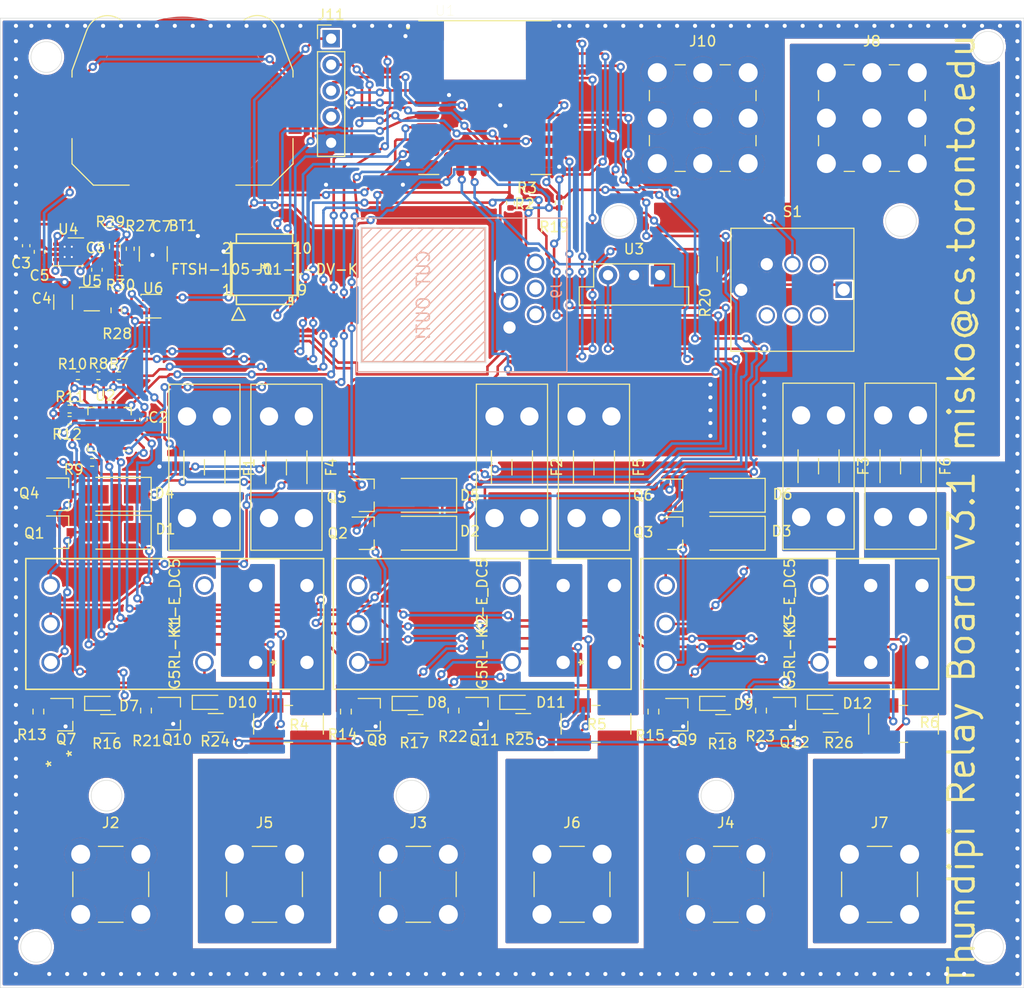
<source format=kicad_pcb>
(kicad_pcb (version 20171130) (host pcbnew "(5.1.9-0-10_14)")
  (layers (0 F.Cu signal) (31 B.Cu signal) (34 B.Paste user) (35 F.Paste user) (36 B.SilkS user) (37 F.SilkS user) (38 B.Mask user) (39 F.Mask user) (44 Edge.Cuts user))
  (net 0 "")
  (net 1 "Net-(D1-Pad2)")
  (net 2 +5V)
  (net 3 "Net-(D2-Pad2)")
  (net 4 GND)
  (net 5 /Relay1_SET)
  (net 6 "Net-(S1-Pad1)")
  (net 7 "Net-(S1-Pad4)")
  (net 8 "Net-(S1-Pad5)")
  (net 9 "Net-(S1-Pad6)")
  (net 10 /Relay1_NO)
  (net 11 /Relay1_C)
  (net 12 /Relay1_NC)
  (net 13 /PTI_DATA)
  (net 14 /PTI_FRAME)
  (net 15 /RESETn)
  (net 16 /SWO)
  (net 17 /SWDIO)
  (net 18 /SWCLK)
  (net 19 "Net-(BT1-Pad1)")
  (net 20 +3V3)
  (net 21 "Net-(C6-Pad1)")
  (net 22 "Net-(C7-Pad1)")
  (net 23 "Net-(D3-Pad2)")
  (net 24 "Net-(D4-Pad2)")
  (net 25 "Net-(D5-Pad2)")
  (net 26 "Net-(D6-Pad2)")
  (net 27 +12V)
  (net 28 /Relay2_C)
  (net 29 /Relay3_C)
  (net 30 "Net-(J1-Pad4)")
  (net 31 "Net-(J1-Pad5)")
  (net 32 /Relay2_SET)
  (net 33 /Relay3_SET)
  (net 34 /SCL)
  (net 35 /SDA)
  (net 36 /Relay2_OUT)
  (net 37 /Relay2_NO)
  (net 38 "Net-(R4-Pad3)")
  (net 39 "Net-(R4-Pad2)")
  (net 40 /Relay1_OUT)
  (net 41 "Net-(R5-Pad3)")
  (net 42 "Net-(R5-Pad2)")
  (net 43 /Relay3_OUT)
  (net 44 /Relay3_NO)
  (net 45 "Net-(R6-Pad3)")
  (net 46 "Net-(R6-Pad2)")
  (net 47 /INA3221_TC)
  (net 48 /INA3221_WARNING)
  (net 49 /INA3221_CRITICAL)
  (net 50 /INA3221_PV)
  (net 51 /Relay2_UNSET)
  (net 52 /Relay1_UNSET)
  (net 53 /Relay3_UNSET)
  (net 54 "Net-(U4-Pad8)")
  (net 55 "Net-(U5-Pad6)")
  (net 56 "Net-(U5-Pad2)")
  (net 57 "Net-(U5-Pad1)")
  (net 58 "Net-(U6-Pad3)")
  (net 59 "Net-(U6-Pad4)")
  (net 60 "Net-(U6-Pad5)")
  (net 61 /Button1)
  (net 62 /Button1_LED)
  (net 63 /TCA6416A_INT)
  (net 64 /RJ12_spare)
  (net 65 "Net-(D7-Pad2)")
  (net 66 "Net-(D7-Pad1)")
  (net 67 "Net-(D8-Pad2)")
  (net 68 "Net-(D8-Pad1)")
  (net 69 "Net-(D9-Pad2)")
  (net 70 "Net-(D9-Pad1)")
  (net 71 "Net-(Q7-Pad1)")
  (net 72 "Net-(Q8-Pad1)")
  (net 73 "Net-(Q9-Pad1)")
  (net 74 "Net-(D10-Pad1)")
  (net 75 "Net-(Q10-Pad1)")
  (net 76 "Net-(D11-Pad1)")
  (net 77 "Net-(Q11-Pad1)")
  (net 78 "Net-(D12-Pad1)")
  (net 79 "Net-(Q12-Pad1)")
  (net 80 /Relay2_NC)
  (net 81 /Relay3_NC)
  (net 82 "Net-(R20-Pad1)")
  (net 83 "Net-(D10-Pad2)")
  (net 84 "Net-(D11-Pad2)")
  (net 85 "Net-(D12-Pad2)")
  (net 86 "Net-(R27-Pad2)")
  (net 87 "Net-(R29-Pad2)")
  (net 88 "Net-(U1-Pad2)")
  (net 89 "Net-(U1-Pad4)")
  (net 90 "Net-(U1-Pad5)")
  (net 91 /INDICATOR3)
  (net 92 /INDICATOR2)
  (net 93 /INDICATOR1)
  (module RF_Module:XCVR_BGM220PC22WGA2 (layer F.Cu) (at 69.5 102.25)
    (fp_text reference U1 (at -3.875 -8.485) (layer F.SilkS) (effects (font (thickness 0.015))))
    (fp_text value BGM220PC22WGA2)
    (pad 1 smd oval (at -5.65 -6.7) (size 2.4 0.8) (layers F.Cu F.Paste F.Mask) (net 4 GND))
    (pad 2 smd oval (at -5.65 -5.5) (size 2.4 0.8) (layers F.Cu F.Paste F.Mask) (net 88 "Net-(U1-Pad2)"))
    (pad 3 smd oval (at -5.65 -4.3) (size 2.4 0.8) (layers F.Cu F.Paste F.Mask) (net 50 /INA3221_PV))
    (pad 4 smd oval (at -5.65 -3.1) (size 2.4 0.8) (layers F.Cu F.Paste F.Mask) (net 89 "Net-(U1-Pad4)"))
    (pad 5 smd oval (at -5.65 -1.9) (size 2.4 0.8) (layers F.Cu F.Paste F.Mask) (net 90 "Net-(U1-Pad5)"))
    (pad 6 smd oval (at -5.65 -0.7) (size 2.4 0.8) (layers F.Cu F.Paste F.Mask) (net 91 /INDICATOR3))
    (pad 7 smd oval (at -5.65 0.5) (size 2.4 0.8) (layers F.Cu F.Paste F.Mask) (net 49 /INA3221_CRITICAL))
    (pad 8 smd oval (at -5.65 1.7) (size 2.4 0.8) (layers F.Cu F.Paste F.Mask) (net 18 /SWCLK))
    (pad 9 smd oval (at -5.65 2.9) (size 2.4 0.8) (layers F.Cu F.Paste F.Mask) (net 17 /SWDIO))
    (pad 10 smd oval (at -5.65 4.1) (size 2.4 0.8) (layers F.Cu F.Paste F.Mask) (net 16 /SWO))
    (pad 11 smd oval (at -5.65 5.3) (size 2.4 0.8) (layers F.Cu F.Paste F.Mask) (net 48 /INA3221_WARNING))
    (pad 12 smd oval (at -5.65 6.5) (size 2.4 0.8) (layers F.Cu F.Paste F.Mask) (net 4 GND))
    (pad 13 smd oval (at -3.6 6.5) (size 0.8 2.4) (layers F.Cu F.Paste F.Mask) (net 20 +3V3))
    (pad 14 smd oval (at -2.4 6.5) (size 0.8 2.4) (layers F.Cu F.Paste F.Mask) (net 47 /INA3221_TC))
    (pad 15 smd oval (at -1.2 6.5) (size 0.8 2.4) (layers F.Cu F.Paste F.Mask) (net 62 /Button1_LED))
    (pad 16 smd oval (at 0 6.5) (size 0.8 2.4) (layers F.Cu F.Paste F.Mask) (net 93 /INDICATOR1))
    (pad 17 smd oval (at 1.2 6.5) (size 0.8 2.4) (layers F.Cu F.Paste F.Mask) (net 92 /INDICATOR2))
    (pad 18 smd oval (at 2.4 6.5) (size 0.8 2.4) (layers F.Cu F.Paste F.Mask) (net 34 /SCL))
    (pad 19 smd oval (at 3.6 6.5) (size 0.8 2.4) (layers F.Cu F.Paste F.Mask) (net 35 /SDA))
    (pad 20 smd oval (at 5.65 6.4) (size 2.4 0.8) (layers F.Cu F.Paste F.Mask) (net 4 GND))
    (pad 21 smd oval (at 5.65 5.3) (size 2.4 0.8) (layers F.Cu F.Paste F.Mask) (net 52 /Relay1_UNSET))
    (pad 22 smd oval (at 5.65 4.1) (size 2.4 0.8) (layers F.Cu F.Paste F.Mask) (net 32 /Relay2_SET))
    (pad 23 smd oval (at 5.65 2.9) (size 2.4 0.8) (layers F.Cu F.Paste F.Mask) (net 51 /Relay2_UNSET))
    (pad 24 smd oval (at 5.65 1.7) (size 2.4 0.8) (layers F.Cu F.Paste F.Mask) (net 53 /Relay3_UNSET))
    (pad 25 smd oval (at 5.65 0.5) (size 2.4 0.8) (layers F.Cu F.Paste F.Mask) (net 61 /Button1))
    (pad 26 smd oval (at 5.65 -0.7) (size 2.4 0.8) (layers F.Cu F.Paste F.Mask) (net 13 /PTI_DATA))
    (pad 27 smd oval (at 5.65 -1.9) (size 2.4 0.8) (layers F.Cu F.Paste F.Mask) (net 14 /PTI_FRAME))
    (pad 28 smd oval (at 5.65 -3.1) (size 2.4 0.8) (layers F.Cu F.Paste F.Mask) (net 33 /Relay3_SET))
    (pad 29 smd oval (at 5.65 -4.3) (size 2.4 0.8) (layers F.Cu F.Paste F.Mask) (net 5 /Relay1_SET))
    (pad 30 smd oval (at 5.65 -5.5) (size 2.4 0.8) (layers F.Cu F.Paste F.Mask) (net 15 /RESETn))
    (pad 31 smd oval (at 5.65 -6.7) (size 2.4 0.8) (layers F.Cu F.Paste F.Mask) (net 4 GND))
  )
  (module Connector_PinHeader_2.54mm:PinHeader_1x05_P2.54mm_Vertical (layer F.Cu) (at 54.5 96.5)
    (fp_text reference J11 (at 0 -2.33) (layer F.SilkS))
    (fp_text value Conn_01x05_Male)
    (pad 5 thru_hole oval (at 0 10.16) (size 1.7 1.7) (drill 1) (layers *.Cu *.Mask) (net 4 GND))
    (pad 4 thru_hole oval (at 0 7.62) (size 1.7 1.7) (drill 1) (layers *.Cu *.Mask) (net 91 /INDICATOR3))
    (pad 3 thru_hole oval (at 0 5.08) (size 1.7 1.7) (drill 1) (layers *.Cu *.Mask) (net 92 /INDICATOR2))
    (pad 2 thru_hole oval (at 0 2.54) (size 1.7 1.7) (drill 1) (layers *.Cu *.Mask) (net 93 /INDICATOR1))
    (pad 1 thru_hole rect (at 0 0) (size 1.7 1.7) (drill 1) (layers *.Cu *.Mask) (net 20 +3V3))
  )
  (module Connector:FTSH-105-01-L-DV-K (layer F.Cu) (at 48 119)
    (fp_text reference J1 (at 0 0) (layer F.SilkS))
    (fp_text value FTSH-105-01-L-DV-K (at 0 0) (layer F.SilkS))
    (fp_text user * (at 0 0) (layer F.SilkS))
    (fp_text user 2 (at -3.683 -2.032) (layer F.SilkS))
    (fp_text user 1 (at -3.683 2.032) (layer F.SilkS))
    (fp_text user 10 (at 3.683 -2.032) (layer F.SilkS))
    (fp_text user 9 (at 3.683 2.032) (layer F.SilkS))
    (pad 1 smd rect (at -2.54 2.032) (size 0.762 2.794) (layers F.Cu F.Paste F.Mask) (net 20 +3V3))
    (pad 2 smd rect (at -2.54 -2.032) (size 0.762 2.794) (layers F.Cu F.Paste F.Mask) (net 4 GND))
    (pad 3 smd rect (at -1.27 2.032) (size 0.762 2.794) (layers F.Cu F.Paste F.Mask) (net 15 /RESETn))
    (pad 4 smd rect (at -1.27 -2.032) (size 0.762 2.794) (layers F.Cu F.Paste F.Mask) (net 30 "Net-(J1-Pad4)"))
    (pad 5 smd rect (at 0 2.032) (size 0.762 2.794) (layers F.Cu F.Paste F.Mask) (net 31 "Net-(J1-Pad5)"))
    (pad 6 smd rect (at 0 -2.032) (size 0.762 2.794) (layers F.Cu F.Paste F.Mask) (net 16 /SWO))
    (pad 7 smd rect (at 1.27 2.032) (size 0.762 2.794) (layers F.Cu F.Paste F.Mask) (net 17 /SWDIO))
    (pad 8 smd rect (at 1.27 -2.032) (size 0.762 2.794) (layers F.Cu F.Paste F.Mask) (net 18 /SWCLK))
    (pad 9 smd rect (at 2.54 2.032) (size 0.762 2.794) (layers F.Cu F.Paste F.Mask) (net 14 /PTI_FRAME))
    (pad 10 smd rect (at 2.54 -2.032) (size 0.762 2.794) (layers F.Cu F.Paste F.Mask) (net 13 /PTI_DATA))
  )
  (module 282836-2:G5RL-K1-E-DC5 (layer F.Cu) (at 81.34 149.85 90)
    (fp_text reference K2 (at -3.75 -12.099996 90) (layer F.SilkS))
    (fp_text value G5RL-K1-E_DC5 (at -3.75 -12.099996 90) (layer F.SilkS))
    (fp_text user * (at -7.5 -32.133327 90) (layer F.SilkS))
    (fp_text user * (at -7.5 -32.133327 90) (layer F.SilkS))
    (pad 1 thru_hole circle (at -7.5 -24.199992 90) (size 1.808 1.808) (drill 1.3) (layers *.Cu *.Mask) (net 3 "Net-(D2-Pad2)"))
    (pad 2 thru_hole circle (at -7.5 -9.199992 90) (size 1.808 1.808) (drill 1.3) (layers *.Cu *.Mask) (net 80 /Relay2_NC))
    (pad 3 thru_hole circle (at -7.5 -4.199992 90) (size 1.808 1.808) (drill 1.3) (layers *.Cu *.Mask) (net 28 /Relay2_C))
    (pad 4 thru_hole circle (at -7.5 0.800008 90) (size 1.808 1.808) (drill 1.3) (layers *.Cu *.Mask) (net 37 /Relay2_NO))
    (pad 4 thru_hole circle (at 0 0.800008 90) (size 1.808 1.808) (drill 1.3) (layers *.Cu *.Mask) (net 37 /Relay2_NO))
    (pad 3 thru_hole circle (at 0 -4.199992 90) (size 1.808 1.808) (drill 1.3) (layers *.Cu *.Mask) (net 28 /Relay2_C))
    (pad 2 thru_hole circle (at 0 -9.199992 90) (size 1.808 1.808) (drill 1.3) (layers *.Cu *.Mask) (net 80 /Relay2_NC))
    (pad 8 thru_hole circle (at 0 -24.199992 90) (size 1.808 1.808) (drill 1.3) (layers *.Cu *.Mask) (net 25 "Net-(D5-Pad2)"))
    (pad 9 thru_hole circle (at -3.75 -24.199992 90) (size 1.808 1.808) (drill 1.3) (layers *.Cu *.Mask) (net 2 +5V))
  )
  (module 282836-2:G5RL-K1-E-DC5 (layer F.Cu) (at 111.34 149.85 90)
    (fp_text reference K3 (at -3.75 -12.099996 90) (layer F.SilkS))
    (fp_text value G5RL-K1-E_DC5 (at -3.75 -12.099996 90) (layer F.SilkS))
    (fp_text user * (at -7.5 -32.133327 90) (layer F.SilkS))
    (fp_text user * (at -7.5 -32.133327 90) (layer F.SilkS))
    (pad 1 thru_hole circle (at -7.5 -24.199992 90) (size 1.808 1.808) (drill 1.3) (layers *.Cu *.Mask) (net 23 "Net-(D3-Pad2)"))
    (pad 2 thru_hole circle (at -7.5 -9.199992 90) (size 1.808 1.808) (drill 1.3) (layers *.Cu *.Mask) (net 81 /Relay3_NC))
    (pad 3 thru_hole circle (at -7.5 -4.199992 90) (size 1.808 1.808) (drill 1.3) (layers *.Cu *.Mask) (net 29 /Relay3_C))
    (pad 4 thru_hole circle (at -7.5 0.800008 90) (size 1.808 1.808) (drill 1.3) (layers *.Cu *.Mask) (net 44 /Relay3_NO))
    (pad 4 thru_hole circle (at 0 0.800008 90) (size 1.808 1.808) (drill 1.3) (layers *.Cu *.Mask) (net 44 /Relay3_NO))
    (pad 3 thru_hole circle (at 0 -4.199992 90) (size 1.808 1.808) (drill 1.3) (layers *.Cu *.Mask) (net 29 /Relay3_C))
    (pad 2 thru_hole circle (at 0 -9.199992 90) (size 1.808 1.808) (drill 1.3) (layers *.Cu *.Mask) (net 81 /Relay3_NC))
    (pad 8 thru_hole circle (at 0 -24.199992 90) (size 1.808 1.808) (drill 1.3) (layers *.Cu *.Mask) (net 26 "Net-(D6-Pad2)"))
    (pad 9 thru_hole circle (at -3.75 -24.199992 90) (size 1.808 1.808) (drill 1.3) (layers *.Cu *.Mask) (net 2 +5V))
  )
  (module 282836-2:G5RL-K1-E-DC5 (layer F.Cu) (at 51.34 149.85 90)
    (fp_text reference K1 (at -3.75 -12.099996 90) (layer F.SilkS))
    (fp_text value G5RL-K1-E_DC5 (at -3.75 -12.099996 90) (layer F.SilkS))
    (fp_text user * (at -17.4 -24.09 90) (layer F.SilkS))
    (fp_text user * (at -16.4 -22.09 90) (layer F.SilkS))
    (pad 1 thru_hole circle (at -7.5 -24.199992 90) (size 1.808 1.808) (drill 1.3) (layers *.Cu *.Mask) (net 1 "Net-(D1-Pad2)"))
    (pad 2 thru_hole circle (at -7.5 -9.199992 90) (size 1.808 1.808) (drill 1.3) (layers *.Cu *.Mask) (net 12 /Relay1_NC))
    (pad 3 thru_hole circle (at -7.5 -4.199992 90) (size 1.808 1.808) (drill 1.3) (layers *.Cu *.Mask) (net 11 /Relay1_C))
    (pad 4 thru_hole circle (at -7.5 0.800008 90) (size 1.808 1.808) (drill 1.3) (layers *.Cu *.Mask) (net 10 /Relay1_NO))
    (pad 4 thru_hole circle (at 0 0.800008 90) (size 1.808 1.808) (drill 1.3) (layers *.Cu *.Mask) (net 10 /Relay1_NO))
    (pad 3 thru_hole circle (at 0 -4.199992 90) (size 1.808 1.808) (drill 1.3) (layers *.Cu *.Mask) (net 11 /Relay1_C))
    (pad 2 thru_hole circle (at 0 -9.199992 90) (size 1.808 1.808) (drill 1.3) (layers *.Cu *.Mask) (net 12 /Relay1_NC))
    (pad 8 thru_hole circle (at 0 -24.199992 90) (size 1.808 1.808) (drill 1.3) (layers *.Cu *.Mask) (net 24 "Net-(D4-Pad2)"))
    (pad 9 thru_hole circle (at -3.75 -24.199992 90) (size 1.808 1.808) (drill 1.3) (layers *.Cu *.Mask) (net 2 +5V))
  )
  (module LED_SMD:LED_0603_1608Metric_Castellated (layer F.Cu) (at 102.64 161.25)
    (fp_text reference D12 (at 3.2 0.1) (layer F.SilkS))
    (fp_text value LED)
    (pad 2 smd roundrect (at 0.8125 0) (size 1.225 0.85) (layers F.Cu F.Paste F.Mask) (net 85 "Net-(D12-Pad2)"))
    (pad 1 smd roundrect (at -0.8125 0) (size 1.225 0.85) (layers F.Cu F.Paste F.Mask) (net 78 "Net-(D12-Pad1)"))
  )
  (module LED_SMD:LED_0603_1608Metric_Castellated (layer F.Cu) (at 72.64 161.25)
    (fp_text reference D11 (at 3.3 0) (layer F.SilkS))
    (fp_text value LED)
    (pad 2 smd roundrect (at 0.8125 0) (size 1.225 0.85) (layers F.Cu F.Paste F.Mask) (net 84 "Net-(D11-Pad2)"))
    (pad 1 smd roundrect (at -0.8125 0) (size 1.225 0.85) (layers F.Cu F.Paste F.Mask) (net 76 "Net-(D11-Pad1)"))
  )
  (module LED_SMD:LED_0603_1608Metric_Castellated (layer F.Cu) (at 42.64 161.25)
    (fp_text reference D10 (at 3.2 0) (layer F.SilkS))
    (fp_text value LED)
    (pad 2 smd roundrect (at 0.8125 0) (size 1.225 0.85) (layers F.Cu F.Paste F.Mask) (net 83 "Net-(D10-Pad2)"))
    (pad 1 smd roundrect (at -0.8125 0) (size 1.225 0.85) (layers F.Cu F.Paste F.Mask) (net 74 "Net-(D10-Pad1)"))
  )
  (module Resistor_SMD:R_1206_3216Metric (layer F.Cu) (at 43.24 163.25 180)
    (fp_text reference R24 (at 0.06 -1.79 180) (layer F.SilkS))
    (fp_text value 100ohm)
    (pad 2 smd roundrect (at 1.4625 0 180) (size 1.125 1.75) (layers F.Cu F.Paste F.Mask) (roundrect_rratio 0.2222195555555556) (net 83 "Net-(D10-Pad2)"))
    (pad 1 smd roundrect (at -1.4625 0 180) (size 1.125 1.75) (layers F.Cu F.Paste F.Mask) (roundrect_rratio 0.2222195555555556) (net 20 +3V3))
  )
  (module Resistor_SMD:R_1206_3216Metric (layer F.Cu) (at 103.24 163.25 180)
    (fp_text reference R26 (at -0.8 -1.95 180) (layer F.SilkS))
    (fp_text value 100ohm)
    (pad 2 smd roundrect (at 1.4625 0 180) (size 1.125 1.75) (layers F.Cu F.Paste F.Mask) (roundrect_rratio 0.2222195555555556) (net 85 "Net-(D12-Pad2)"))
    (pad 1 smd roundrect (at -1.4625 0 180) (size 1.125 1.75) (layers F.Cu F.Paste F.Mask) (roundrect_rratio 0.2222195555555556) (net 20 +3V3))
  )
  (module Resistor_SMD:R_1206_3216Metric (layer F.Cu) (at 73.24 163.25 180)
    (fp_text reference R25 (at 0.35 -1.63 180) (layer F.SilkS))
    (fp_text value 100ohm)
    (pad 2 smd roundrect (at 1.4625 0 180) (size 1.125 1.75) (layers F.Cu F.Paste F.Mask) (roundrect_rratio 0.2222195555555556) (net 84 "Net-(D11-Pad2)"))
    (pad 1 smd roundrect (at -1.4625 0 180) (size 1.125 1.75) (layers F.Cu F.Paste F.Mask) (roundrect_rratio 0.2222195555555556) (net 20 +3V3))
  )
  (module Resistor_SMD:R_0603_1608Metric (layer F.Cu) (at 36.44 162.05 90)
    (fp_text reference R21 (at -2.96 0.09 180) (layer F.SilkS))
    (fp_text value 680ohm)
    (pad 2 smd roundrect (at 0.825 0 90) (size 0.8 0.95) (layers F.Cu F.Paste F.Mask) (net 75 "Net-(Q10-Pad1)"))
    (pad 1 smd roundrect (at -0.825 0 90) (size 0.8 0.95) (layers F.Cu F.Paste F.Mask) (net 10 /Relay1_NO))
  )
  (module Resistor_SMD:R_0603_1608Metric (layer F.Cu) (at 96.44 162.05 90)
    (fp_text reference R23 (at -2.5 -0.08 180) (layer F.SilkS))
    (fp_text value 680ohm)
    (pad 2 smd roundrect (at 0.825 0 90) (size 0.8 0.95) (layers F.Cu F.Paste F.Mask) (net 79 "Net-(Q12-Pad1)"))
    (pad 1 smd roundrect (at -0.825 0 90) (size 0.8 0.95) (layers F.Cu F.Paste F.Mask) (net 44 /Relay3_NO))
  )
  (module Resistor_SMD:R_0603_1608Metric (layer F.Cu) (at 66.44 162.05 90)
    (fp_text reference R22 (at -2.54 -0.07 180) (layer F.SilkS))
    (fp_text value 680ohm)
    (pad 2 smd roundrect (at 0.825 0 90) (size 0.8 0.95) (layers F.Cu F.Paste F.Mask) (net 77 "Net-(Q11-Pad1)"))
    (pad 1 smd roundrect (at -0.825 0 90) (size 0.8 0.95) (layers F.Cu F.Paste F.Mask) (net 37 /Relay2_NO))
  )
  (module Resistor_SMD:R_1206_3216Metric (layer F.Cu) (at 32.74 163.35 180)
    (fp_text reference R16 (at 0.11 -1.92 180) (layer F.SilkS))
    (fp_text value 56ohm)
    (pad 2 smd roundrect (at 1.4625 0 180) (size 1.125 1.75) (layers F.Cu F.Paste F.Mask) (roundrect_rratio 0.2222195555555556) (net 65 "Net-(D7-Pad2)"))
    (pad 1 smd roundrect (at -1.4625 0 180) (size 1.125 1.75) (layers F.Cu F.Paste F.Mask) (roundrect_rratio 0.2222195555555556) (net 20 +3V3))
  )
  (module Resistor_SMD:R_1206_3216Metric (layer F.Cu) (at 92.74 163.35 180)
    (fp_text reference R18 (at 0.08 -1.95 180) (layer F.SilkS))
    (fp_text value 56ohm)
    (pad 2 smd roundrect (at 1.4625 0 180) (size 1.125 1.75) (layers F.Cu F.Paste F.Mask) (roundrect_rratio 0.2222195555555556) (net 69 "Net-(D9-Pad2)"))
    (pad 1 smd roundrect (at -1.4625 0 180) (size 1.125 1.75) (layers F.Cu F.Paste F.Mask) (roundrect_rratio 0.2222195555555556) (net 20 +3V3))
  )
  (module Resistor_SMD:R_1206_3216Metric (layer F.Cu) (at 62.74 163.35 180)
    (fp_text reference R17 (at 0.13 -1.85 180) (layer F.SilkS))
    (fp_text value 56ohm)
    (pad 2 smd roundrect (at 1.4625 0 180) (size 1.125 1.75) (layers F.Cu F.Paste F.Mask) (roundrect_rratio 0.2222195555555556) (net 67 "Net-(D8-Pad2)"))
    (pad 1 smd roundrect (at -1.4625 0 180) (size 1.125 1.75) (layers F.Cu F.Paste F.Mask) (roundrect_rratio 0.2222195555555556) (net 20 +3V3))
  )
  (module Resistor_SMD:R_0603_1608Metric (layer F.Cu) (at 25.94 162.15 90)
    (fp_text reference R13 (at -2.26 -0.63 180) (layer F.SilkS))
    (fp_text value 680ohm)
    (pad 2 smd roundrect (at 0.825 0 90) (size 0.8 0.95) (layers F.Cu F.Paste F.Mask) (net 71 "Net-(Q7-Pad1)"))
    (pad 1 smd roundrect (at -0.825 0 90) (size 0.8 0.95) (layers F.Cu F.Paste F.Mask) (net 12 /Relay1_NC))
  )
  (module Resistor_SMD:R_0603_1608Metric (layer F.Cu) (at 85.94 162.15 90)
    (fp_text reference R15 (at -2.32 -0.33 180) (layer F.SilkS))
    (fp_text value 680ohm)
    (pad 2 smd roundrect (at 0.825 0 90) (size 0.8 0.95) (layers F.Cu F.Paste F.Mask) (net 73 "Net-(Q9-Pad1)"))
    (pad 1 smd roundrect (at -0.825 0 90) (size 0.8 0.95) (layers F.Cu F.Paste F.Mask) (net 81 /Relay3_NC))
  )
  (module Resistor_SMD:R_0603_1608Metric (layer F.Cu) (at 55.94 162.15 90)
    (fp_text reference R14 (at -2.22 -0.33 180) (layer F.SilkS))
    (fp_text value 680ohm)
    (pad 2 smd roundrect (at 0.825 0 90) (size 0.8 0.95) (layers F.Cu F.Paste F.Mask) (net 72 "Net-(Q8-Pad1)"))
    (pad 1 smd roundrect (at -0.825 0 90) (size 0.8 0.95) (layers F.Cu F.Paste F.Mask) (net 80 /Relay2_NC))
  )
  (module Package_TO_SOT_SMD:SOT-23 (layer F.Cu) (at 39.04 162.35)
    (fp_text reference Q10 (at 0.43 2.53) (layer F.SilkS))
    (fp_text value MMBT5551L)
    (pad 3 smd rect (at 1 0) (size 0.9 0.8) (layers F.Cu F.Paste F.Mask) (net 74 "Net-(D10-Pad1)"))
    (pad 2 smd rect (at -1 0.95) (size 0.9 0.8) (layers F.Cu F.Paste F.Mask) (net 4 GND))
    (pad 1 smd rect (at -1 -0.95) (size 0.9 0.8) (layers F.Cu F.Paste F.Mask) (net 75 "Net-(Q10-Pad1)"))
  )
  (module Package_TO_SOT_SMD:SOT-23 (layer F.Cu) (at 99.04 162.35)
    (fp_text reference Q12 (at 0.67 2.79) (layer F.SilkS))
    (fp_text value MMBT5551L)
    (pad 3 smd rect (at 1 0) (size 0.9 0.8) (layers F.Cu F.Paste F.Mask) (net 78 "Net-(D12-Pad1)"))
    (pad 2 smd rect (at -1 0.95) (size 0.9 0.8) (layers F.Cu F.Paste F.Mask) (net 4 GND))
    (pad 1 smd rect (at -1 -0.95) (size 0.9 0.8) (layers F.Cu F.Paste F.Mask) (net 79 "Net-(Q12-Pad1)"))
  )
  (module Package_TO_SOT_SMD:SOT-23 (layer F.Cu) (at 69.04 162.35)
    (fp_text reference Q11 (at 0.43 2.57) (layer F.SilkS))
    (fp_text value MMBT5551L)
    (pad 3 smd rect (at 1 0) (size 0.9 0.8) (layers F.Cu F.Paste F.Mask) (net 76 "Net-(D11-Pad1)"))
    (pad 2 smd rect (at -1 0.95) (size 0.9 0.8) (layers F.Cu F.Paste F.Mask) (net 4 GND))
    (pad 1 smd rect (at -1 -0.95) (size 0.9 0.8) (layers F.Cu F.Paste F.Mask) (net 77 "Net-(Q11-Pad1)"))
  )
  (module Package_TO_SOT_SMD:SOT-23 (layer F.Cu) (at 28.54 162.45)
    (fp_text reference Q7 (at 0.1 2.38) (layer F.SilkS))
    (fp_text value MMBT5551L)
    (pad 3 smd rect (at 1 0) (size 0.9 0.8) (layers F.Cu F.Paste F.Mask) (net 66 "Net-(D7-Pad1)"))
    (pad 2 smd rect (at -1 0.95) (size 0.9 0.8) (layers F.Cu F.Paste F.Mask) (net 4 GND))
    (pad 1 smd rect (at -1 -0.95) (size 0.9 0.8) (layers F.Cu F.Paste F.Mask) (net 71 "Net-(Q7-Pad1)"))
  )
  (module Package_TO_SOT_SMD:SOT-23 (layer F.Cu) (at 88.54 162.45)
    (fp_text reference Q9 (at 0.69 2.43) (layer F.SilkS))
    (fp_text value MMBT5551L)
    (pad 3 smd rect (at 1 0) (size 0.9 0.8) (layers F.Cu F.Paste F.Mask) (net 70 "Net-(D9-Pad1)"))
    (pad 2 smd rect (at -1 0.95) (size 0.9 0.8) (layers F.Cu F.Paste F.Mask) (net 4 GND))
    (pad 1 smd rect (at -1 -0.95) (size 0.9 0.8) (layers F.Cu F.Paste F.Mask) (net 73 "Net-(Q9-Pad1)"))
  )
  (module Package_TO_SOT_SMD:SOT-23 (layer F.Cu) (at 58.54 162.45)
    (fp_text reference Q8 (at 0.43 2.48) (layer F.SilkS))
    (fp_text value MMBT5551L)
    (pad 3 smd rect (at 1 0) (size 0.9 0.8) (layers F.Cu F.Paste F.Mask) (net 68 "Net-(D8-Pad1)"))
    (pad 2 smd rect (at -1 0.95) (size 0.9 0.8) (layers F.Cu F.Paste F.Mask) (net 4 GND))
    (pad 1 smd rect (at -1 -0.95) (size 0.9 0.8) (layers F.Cu F.Paste F.Mask) (net 72 "Net-(Q8-Pad1)"))
  )
  (module LED_SMD:LED_0603_1608Metric_Castellated (layer F.Cu) (at 32.14 161.35)
    (fp_text reference D7 (at 2.63 0.25) (layer F.SilkS))
    (fp_text value LTST-C191KRKT)
    (pad 2 smd roundrect (at 0.8125 0) (size 1.225 0.85) (layers F.Cu F.Paste F.Mask) (net 65 "Net-(D7-Pad2)"))
    (pad 1 smd roundrect (at -0.8125 0) (size 1.225 0.85) (layers F.Cu F.Paste F.Mask) (net 66 "Net-(D7-Pad1)"))
  )
  (module LED_SMD:LED_0603_1608Metric_Castellated (layer F.Cu) (at 92.14 161.35)
    (fp_text reference D9 (at 2.6 0.1) (layer F.SilkS))
    (fp_text value LTST-C191KRKT)
    (pad 2 smd roundrect (at 0.8125 0) (size 1.225 0.85) (layers F.Cu F.Paste F.Mask) (net 69 "Net-(D9-Pad2)"))
    (pad 1 smd roundrect (at -0.8125 0) (size 1.225 0.85) (layers F.Cu F.Paste F.Mask) (net 70 "Net-(D9-Pad1)"))
  )
  (module LED_SMD:LED_0603_1608Metric_Castellated (layer F.Cu) (at 62.14 161.35)
    (fp_text reference D8 (at 2.68 -0.09) (layer F.SilkS))
    (fp_text value LTST-C191KRKT)
    (pad 2 smd roundrect (at 0.8125 0) (size 1.225 0.85) (layers F.Cu F.Paste F.Mask) (net 67 "Net-(D8-Pad2)"))
    (pad 1 smd roundrect (at -0.8125 0) (size 1.225 0.85) (layers F.Cu F.Paste F.Mask) (net 68 "Net-(D8-Pad1)"))
  )
  (module TerminalBlock_Wuerth:Wuerth_REDCUBE-THR_WP-THRSH_74651194_THR (layer F.Cu) (at 90.75 104.25)
    (fp_text reference J10 (at 0 -7.5) (layer F.SilkS))
    (fp_text value Conn_01x01_Male)
    (pad 1 thru_hole circle (at 0 0) (size 3.2 3.2) (drill 1.85) (layers *.Cu *.Mask) (net 4 GND))
    (pad 1 thru_hole circle (at 0 4.435) (size 3.2 3.2) (drill 1.85) (layers *.Cu *.Mask) (net 4 GND))
    (pad 1 thru_hole circle (at 4.435 0) (size 3.2 3.2) (drill 1.85) (layers *.Cu *.Mask) (net 4 GND))
    (pad 1 thru_hole circle (at 0 -4.435) (size 3.2 3.2) (drill 1.85) (layers *.Cu *.Mask) (net 4 GND))
    (pad 1 thru_hole circle (at -4.435 0) (size 3.2 3.2) (drill 1.85) (layers *.Cu *.Mask) (net 4 GND))
    (pad 1 thru_hole circle (at -4.435 4.435) (size 3.2 3.2) (drill 1.85) (layers *.Cu *.Mask) (net 4 GND))
    (pad 1 thru_hole circle (at -4.435 -4.435) (size 3.2 3.2) (drill 1.85) (layers *.Cu *.Mask) (net 4 GND))
    (pad 1 thru_hole circle (at 4.435 -4.435) (size 3.2 3.2) (drill 1.85) (layers *.Cu *.Mask) (net 4 GND))
    (pad 1 thru_hole circle (at 4.435 4.435) (size 3.2 3.2) (drill 1.85) (layers *.Cu *.Mask) (net 4 GND))
  )
  (module TerminalBlock_Wuerth:Wuerth_REDCUBE-THR_WP-THRSH_74651194_THR (layer F.Cu) (at 107.25 104.25)
    (fp_text reference J8 (at 0 -7.5) (layer F.SilkS))
    (fp_text value Conn_01x01_Male)
    (pad 1 thru_hole circle (at 0 0) (size 3.2 3.2) (drill 1.85) (layers *.Cu *.Mask) (net 27 +12V))
    (pad 1 thru_hole circle (at 0 4.435) (size 3.2 3.2) (drill 1.85) (layers *.Cu *.Mask) (net 27 +12V))
    (pad 1 thru_hole circle (at 4.435 0) (size 3.2 3.2) (drill 1.85) (layers *.Cu *.Mask) (net 27 +12V))
    (pad 1 thru_hole circle (at 0 -4.435) (size 3.2 3.2) (drill 1.85) (layers *.Cu *.Mask) (net 27 +12V))
    (pad 1 thru_hole circle (at -4.435 0) (size 3.2 3.2) (drill 1.85) (layers *.Cu *.Mask) (net 27 +12V))
    (pad 1 thru_hole circle (at -4.435 4.435) (size 3.2 3.2) (drill 1.85) (layers *.Cu *.Mask) (net 27 +12V))
    (pad 1 thru_hole circle (at -4.435 -4.435) (size 3.2 3.2) (drill 1.85) (layers *.Cu *.Mask) (net 27 +12V))
    (pad 1 thru_hole circle (at 4.435 -4.435) (size 3.2 3.2) (drill 1.85) (layers *.Cu *.Mask) (net 27 +12V))
    (pad 1 thru_hole circle (at 4.435 4.435) (size 3.2 3.2) (drill 1.85) (layers *.Cu *.Mask) (net 27 +12V))
  )
  (module TerminalBlock_Wuerth:Wuerth_REDCUBE-THR_WP-THRSH_74651175_THR (layer F.Cu) (at 108 179)
    (fp_text reference J7 (at 0 -6) (layer F.SilkS))
    (fp_text value Conn_01x01_Male)
    (pad 1 thru_hole circle (at -2.935 2.935) (size 3.2 3.2) (drill 1.85) (layers *.Cu *.Mask) (net 43 /Relay3_OUT))
    (pad 1 thru_hole circle (at -2.935 -2.935) (size 3.2 3.2) (drill 1.85) (layers *.Cu *.Mask) (net 43 /Relay3_OUT))
    (pad 1 thru_hole circle (at 2.935 -2.935) (size 3.2 3.2) (drill 1.85) (layers *.Cu *.Mask) (net 43 /Relay3_OUT))
    (pad 1 thru_hole circle (at 2.935 2.935) (size 3.2 3.2) (drill 1.85) (layers *.Cu *.Mask) (net 43 /Relay3_OUT))
  )
  (module TerminalBlock_Wuerth:Wuerth_REDCUBE-THR_WP-THRSH_74651175_THR (layer F.Cu) (at 78 179)
    (fp_text reference J6 (at 0 -6) (layer F.SilkS))
    (fp_text value Conn_01x01_Male)
    (pad 1 thru_hole circle (at -2.935 2.935) (size 3.2 3.2) (drill 1.85) (layers *.Cu *.Mask) (net 36 /Relay2_OUT))
    (pad 1 thru_hole circle (at -2.935 -2.935) (size 3.2 3.2) (drill 1.85) (layers *.Cu *.Mask) (net 36 /Relay2_OUT))
    (pad 1 thru_hole circle (at 2.935 -2.935) (size 3.2 3.2) (drill 1.85) (layers *.Cu *.Mask) (net 36 /Relay2_OUT))
    (pad 1 thru_hole circle (at 2.935 2.935) (size 3.2 3.2) (drill 1.85) (layers *.Cu *.Mask) (net 36 /Relay2_OUT))
  )
  (module TerminalBlock_Wuerth:Wuerth_REDCUBE-THR_WP-THRSH_74651175_THR (layer F.Cu) (at 48 179)
    (fp_text reference J5 (at 0 -6) (layer F.SilkS))
    (fp_text value Conn_01x01_Male)
    (pad 1 thru_hole circle (at -2.935 2.935) (size 3.2 3.2) (drill 1.85) (layers *.Cu *.Mask) (net 40 /Relay1_OUT))
    (pad 1 thru_hole circle (at -2.935 -2.935) (size 3.2 3.2) (drill 1.85) (layers *.Cu *.Mask) (net 40 /Relay1_OUT))
    (pad 1 thru_hole circle (at 2.935 -2.935) (size 3.2 3.2) (drill 1.85) (layers *.Cu *.Mask) (net 40 /Relay1_OUT))
    (pad 1 thru_hole circle (at 2.935 2.935) (size 3.2 3.2) (drill 1.85) (layers *.Cu *.Mask) (net 40 /Relay1_OUT))
  )
  (module TerminalBlock_Wuerth:Wuerth_REDCUBE-THR_WP-THRSH_74651175_THR (layer F.Cu) (at 93 179)
    (fp_text reference J4 (at 0 -6) (layer F.SilkS))
    (fp_text value Conn_01x01_Male)
    (pad 1 thru_hole circle (at -2.935 2.935) (size 3.2 3.2) (drill 1.85) (layers *.Cu *.Mask) (net 4 GND))
    (pad 1 thru_hole circle (at -2.935 -2.935) (size 3.2 3.2) (drill 1.85) (layers *.Cu *.Mask) (net 4 GND))
    (pad 1 thru_hole circle (at 2.935 -2.935) (size 3.2 3.2) (drill 1.85) (layers *.Cu *.Mask) (net 4 GND))
    (pad 1 thru_hole circle (at 2.935 2.935) (size 3.2 3.2) (drill 1.85) (layers *.Cu *.Mask) (net 4 GND))
  )
  (module TerminalBlock_Wuerth:Wuerth_REDCUBE-THR_WP-THRSH_74651175_THR (layer F.Cu) (at 63 179)
    (fp_text reference J3 (at 0 -6) (layer F.SilkS))
    (fp_text value Conn_01x01_Male)
    (pad 1 thru_hole circle (at -2.935 2.935) (size 3.2 3.2) (drill 1.85) (layers *.Cu *.Mask) (net 4 GND))
    (pad 1 thru_hole circle (at -2.935 -2.935) (size 3.2 3.2) (drill 1.85) (layers *.Cu *.Mask) (net 4 GND))
    (pad 1 thru_hole circle (at 2.935 -2.935) (size 3.2 3.2) (drill 1.85) (layers *.Cu *.Mask) (net 4 GND))
    (pad 1 thru_hole circle (at 2.935 2.935) (size 3.2 3.2) (drill 1.85) (layers *.Cu *.Mask) (net 4 GND))
  )
  (module TerminalBlock_Wuerth:Wuerth_REDCUBE-THR_WP-THRSH_74651175_THR (layer F.Cu) (at 33 179)
    (fp_text reference J2 (at 0 -6) (layer F.SilkS))
    (fp_text value Conn_01x01_Male)
    (pad 1 thru_hole circle (at -2.935 2.935) (size 3.2 3.2) (drill 1.85) (layers *.Cu *.Mask) (net 4 GND))
    (pad 1 thru_hole circle (at -2.935 -2.935) (size 3.2 3.2) (drill 1.85) (layers *.Cu *.Mask) (net 4 GND))
    (pad 1 thru_hole circle (at 2.935 -2.935) (size 3.2 3.2) (drill 1.85) (layers *.Cu *.Mask) (net 4 GND))
    (pad 1 thru_hole circle (at 2.935 2.935) (size 3.2 3.2) (drill 1.85) (layers *.Cu *.Mask) (net 4 GND))
  )
  (module Connector_RJ:216446-1 (layer B.Cu) (at 69.5 121.5 90)
    (fp_text reference J9 (at 0.5 7 90) (layer B.SilkS) (effects (justify mirror)))
    (fp_text value RJ12)
    (fp_text user "CUT OUT!" (at 0 -6 90) (layer B.SilkS) (effects (font (size 1.27 1.27)) (justify mirror)))
    (pad 6 thru_hole circle (at 3.175 4.94 90) (size 1.7 1.7) (drill 1.2) (layers *.Cu *.Mask) (net 20 +3V3))
    (pad 4 thru_hole circle (at 0.635 4.94 90) (size 1.7 1.7) (drill 1.2) (layers *.Cu *.Mask) (net 63 /TCA6416A_INT))
    (pad 2 thru_hole circle (at -1.905 4.94 90) (size 1.7 1.7) (drill 1.2) (layers *.Cu *.Mask) (net 35 /SDA))
    (pad 5 thru_hole circle (at 1.905 2.4 90) (size 1.7 1.7) (drill 1.2) (layers *.Cu *.Mask) (net 64 /RJ12_spare))
    (pad 3 thru_hole circle (at -0.655 2.4 90) (size 1.7 1.7) (drill 1.2) (layers *.Cu *.Mask) (net 34 /SCL))
    (pad 1 thru_hole circle (at -3.175 2.4 90) (size 1.7 1.7) (drill 1.2) (layers *.Cu *.Mask) (net 4 GND))
  )
  (module Resistor_SMD:R_1206_3216Metric (layer F.Cu) (at 91.25 118.5 90)
    (fp_text reference R20 (at -3.75 -0.25 90) (layer F.SilkS))
    (fp_text value 75ohm)
    (pad 2 smd roundrect (at 1.4625 0 90) (size 1.125 1.75) (layers F.Cu F.Paste F.Mask) (roundrect_rratio 0.2222195555555556) (net 62 /Button1_LED))
    (pad 1 smd roundrect (at -1.4625 0 90) (size 1.125 1.75) (layers F.Cu F.Paste F.Mask) (roundrect_rratio 0.2222195555555556) (net 82 "Net-(R20-Pad1)"))
  )
  (module Resistor_SMD:R_0402_1005Metric (layer F.Cu) (at 76.75 112.5 90)
    (fp_text reference R19 (at -2.364 -0.496 180) (layer F.SilkS))
    (fp_text value 10kohm)
    (pad 2 smd roundrect (at 0.51 0 90) (size 0.54 0.64) (layers F.Cu F.Paste F.Mask) (net 61 /Button1))
    (pad 1 smd roundrect (at -0.51 0 90) (size 0.54 0.64) (layers F.Cu F.Paste F.Mask) (net 20 +3V3))
  )
  (module Fuse:Fuseholder_Blade_Mini_Keystone_3568 (layer F.Cu) (at 111.75 133.25 270)
    (fp_text reference F6 (at 4.96 -2.67 270) (layer F.SilkS))
    (fp_text value Fuse)
    (pad 2 thru_hole circle (at 9.92 3.4 270) (size 2.78 2.78) (drill 1.78) (layers *.Cu *.Mask) (net 44 /Relay3_NO))
    (pad 2 thru_hole circle (at 9.92 0 270) (size 2.78 2.78) (drill 1.78) (layers *.Cu *.Mask) (net 44 /Relay3_NO))
    (pad 1 thru_hole circle (at 0 3.4 270) (size 2.78 2.78) (drill 1.78) (layers *.Cu *.Mask) (net 27 +12V))
    (pad 1 thru_hole circle (at 0 0 270) (size 2.78 2.78) (drill 1.78) (layers *.Cu *.Mask) (net 27 +12V))
  )
  (module Fuse:Fuseholder_Blade_Mini_Keystone_3568 (layer F.Cu) (at 81.84 133.35 270)
    (fp_text reference F5 (at 4.96 -2.67 270) (layer F.SilkS))
    (fp_text value Fuse)
    (pad 2 thru_hole circle (at 9.92 3.4 270) (size 2.78 2.78) (drill 1.78) (layers *.Cu *.Mask) (net 37 /Relay2_NO))
    (pad 2 thru_hole circle (at 9.92 0 270) (size 2.78 2.78) (drill 1.78) (layers *.Cu *.Mask) (net 37 /Relay2_NO))
    (pad 1 thru_hole circle (at 0 3.4 270) (size 2.78 2.78) (drill 1.78) (layers *.Cu *.Mask) (net 27 +12V))
    (pad 1 thru_hole circle (at 0 0 270) (size 2.78 2.78) (drill 1.78) (layers *.Cu *.Mask) (net 27 +12V))
  )
  (module Fuse:Fuseholder_Blade_Mini_Keystone_3568 (layer F.Cu) (at 51.84 133.35 270)
    (fp_text reference F4 (at 4.96 -2.67 270) (layer F.SilkS))
    (fp_text value Fuse)
    (pad 2 thru_hole circle (at 9.92 3.4 270) (size 2.78 2.78) (drill 1.78) (layers *.Cu *.Mask) (net 10 /Relay1_NO))
    (pad 2 thru_hole circle (at 9.92 0 270) (size 2.78 2.78) (drill 1.78) (layers *.Cu *.Mask) (net 10 /Relay1_NO))
    (pad 1 thru_hole circle (at 0 3.4 270) (size 2.78 2.78) (drill 1.78) (layers *.Cu *.Mask) (net 27 +12V))
    (pad 1 thru_hole circle (at 0 0 270) (size 2.78 2.78) (drill 1.78) (layers *.Cu *.Mask) (net 27 +12V))
  )
  (module Package_TO_SOT_SMD:Vishay_PowerPAK_SC70-6L_Dual (layer F.Cu) (at 37.15 122.6)
    (fp_text reference U6 (at 0 -1.75) (layer F.SilkS))
    (fp_text value SI527DJ)
    (pad 6 smd rect (at 0 -0.4665) (size 0.95 0.613) (layers F.Cu F.Paste F.Mask) (net 20 +3V3))
    (pad 3 smd rect (at 0 0.4665) (size 0.95 0.613) (layers F.Cu F.Paste F.Mask) (net 58 "Net-(U6-Pad3)"))
    (pad 6 smd rect (at 0.925 -0.65) (size 0.325 0.3) (layers F.Cu F.Paste F.Mask) (net 20 +3V3))
    (pad 4 smd rect (at 0.925 0.65) (size 0.325 0.3) (layers F.Cu F.Paste F.Mask) (net 59 "Net-(U6-Pad4)"))
    (pad 5 smd rect (at 0.925 0) (size 0.325 0.3) (layers F.Cu F.Paste F.Mask) (net 60 "Net-(U6-Pad5)"))
    (pad 3 smd rect (at -0.925 0.65) (size 0.325 0.3) (layers F.Cu F.Paste F.Mask) (net 58 "Net-(U6-Pad3)"))
    (pad 2 smd rect (at -0.925 0) (size 0.325 0.3) (layers F.Cu F.Paste F.Mask) (net 2 +5V))
    (pad 1 smd rect (at -0.925 -0.65) (size 0.325 0.3) (layers F.Cu F.Paste F.Mask) (net 22 "Net-(C7-Pad1)"))
  )
  (module Package_TO_SOT_SMD:Vishay_PowerPAK_SC70-6L_Dual (layer F.Cu) (at 31.15 121.9)
    (fp_text reference U5 (at 0 -1.75) (layer F.SilkS))
    (fp_text value SI527DJ)
    (pad 6 smd rect (at 0 -0.4665) (size 0.95 0.613) (layers F.Cu F.Paste F.Mask) (net 55 "Net-(U5-Pad6)"))
    (pad 3 smd rect (at 0 0.4665) (size 0.95 0.613) (layers F.Cu F.Paste F.Mask) (net 19 "Net-(BT1-Pad1)"))
    (pad 6 smd rect (at 0.925 -0.65) (size 0.325 0.3) (layers F.Cu F.Paste F.Mask) (net 55 "Net-(U5-Pad6)"))
    (pad 4 smd rect (at 0.925 0.65) (size 0.325 0.3) (layers F.Cu F.Paste F.Mask) (net 20 +3V3))
    (pad 5 smd rect (at 0.925 0) (size 0.325 0.3) (layers F.Cu F.Paste F.Mask) (net 2 +5V))
    (pad 3 smd rect (at -0.925 0.65) (size 0.325 0.3) (layers F.Cu F.Paste F.Mask) (net 19 "Net-(BT1-Pad1)"))
    (pad 2 smd rect (at -0.925 0) (size 0.325 0.3) (layers F.Cu F.Paste F.Mask) (net 56 "Net-(U5-Pad2)"))
    (pad 1 smd rect (at -0.925 -0.65) (size 0.325 0.3) (layers F.Cu F.Paste F.Mask) (net 57 "Net-(U5-Pad1)"))
  )
  (module Package_SON:WSON-8-1EP_3x2.5mm_P0.5mm_EP1.2x1.5mm_PullBack_ThermalVias (layer F.Cu) (at 28.85 117.3)
    (fp_text reference U4 (at 0 -2.2) (layer F.SilkS))
    (fp_text value LP3982ILD-ADJ)
    (pad 9 smd rect (at 0 0) (size 1.2 1.5) (layers B.Cu) (net 4 GND))
    (pad 9 thru_hole circle (at 0.35 0.5) (size 0.5 0.5) (drill 0.2) (layers *.Cu) (net 4 GND))
    (pad 9 thru_hole circle (at -0.35 0.5) (size 0.5 0.5) (drill 0.2) (layers *.Cu) (net 4 GND))
    (pad 9 thru_hole circle (at 0.35 -0.5) (size 0.5 0.5) (drill 0.2) (layers *.Cu) (net 4 GND))
    (pad 9 thru_hole circle (at -0.35 -0.5) (size 0.5 0.5) (drill 0.2) (layers *.Cu) (net 4 GND))
    (pad 9 smd rect (at 0 0) (size 1.2 1.5) (layers F.Cu F.Mask) (net 4 GND) (clearance 0.127))
    (pad 8 smd roundrect (at 1.1375 -0.75) (size 0.675 0.35) (layers F.Cu F.Paste F.Mask) (net 54 "Net-(U4-Pad8)") (clearance 0.127))
    (pad 7 smd roundrect (at 1.1375 -0.25) (size 0.675 0.35) (layers F.Cu F.Paste F.Mask) (net 86 "Net-(R27-Pad2)") (clearance 0.127))
    (pad 6 smd roundrect (at 1.1375 0.25) (size 0.675 0.35) (layers F.Cu F.Paste F.Mask) (net 21 "Net-(C6-Pad1)") (clearance 0.127))
    (pad 5 smd roundrect (at 1.1375 0.75) (size 0.675 0.35) (layers F.Cu F.Paste F.Mask) (net 87 "Net-(R29-Pad2)") (clearance 0.127))
    (pad 4 smd roundrect (at -1.1375 0.75) (size 0.675 0.35) (layers F.Cu F.Paste F.Mask) (net 22 "Net-(C7-Pad1)") (clearance 0.127))
    (pad 3 smd roundrect (at -1.1375 0.25) (size 0.675 0.35) (layers F.Cu F.Paste F.Mask) (net 4 GND) (clearance 0.127))
    (pad 2 smd roundrect (at -1.1375 -0.25) (size 0.675 0.35) (layers F.Cu F.Paste F.Mask) (net 2 +5V) (clearance 0.127))
    (pad 1 smd roundrect (at -1.1375 -0.75) (size 0.675 0.35) (layers F.Cu F.Paste F.Mask) (net 22 "Net-(C7-Pad1)") (clearance 0.127))
  )
  (module Converter_DCDC:Converter_DCDC_muRata_OKI-78SR_Vertical (layer F.Cu) (at 86.59 119.57 180)
    (fp_text reference U3 (at 2.54 2.54) (layer F.SilkS))
    (fp_text value OKI-78SR-5_1.5-W36-C)
    (pad 1 thru_hole rect (at 0 0 180) (size 1.8 1.8) (drill 1) (layers *.Cu *.Mask) (net 27 +12V))
    (pad 2 thru_hole circle (at 2.54 0 180) (size 1.8 1.8) (drill 1) (layers *.Cu *.Mask) (net 4 GND))
    (pad 3 thru_hole circle (at 5.08 0 180) (size 1.8 1.8) (drill 1) (layers *.Cu *.Mask) (net 2 +5V))
  )
  (module Resistor_SMD:R_0603_1608Metric (layer F.Cu) (at 33.95 119.1 180)
    (fp_text reference R30 (at 0 -1.43 180) (layer F.SilkS))
    (fp_text value 110k)
    (pad 2 smd roundrect (at 0.825 0 180) (size 0.8 0.95) (layers F.Cu F.Paste F.Mask) (net 4 GND))
    (pad 1 smd roundrect (at -0.825 0 180) (size 0.8 0.95) (layers F.Cu F.Paste F.Mask) (net 87 "Net-(R29-Pad2)"))
  )
  (module Resistor_SMD:R_0603_1608Metric (layer F.Cu) (at 33.4 116.75 270)
    (fp_text reference R29 (at -2.384 0.438) (layer F.SilkS))
    (fp_text value 154k)
    (pad 2 smd roundrect (at 0.825 0 270) (size 0.8 0.95) (layers F.Cu F.Paste F.Mask) (net 87 "Net-(R29-Pad2)"))
    (pad 1 smd roundrect (at -0.825 0 270) (size 0.8 0.95) (layers F.Cu F.Paste F.Mask) (net 22 "Net-(C7-Pad1)"))
  )
  (module Resistor_SMD:R_0603_1608Metric (layer F.Cu) (at 33.55 123 90)
    (fp_text reference R28 (at -2.29 0.07 180) (layer F.SilkS))
    (fp_text value 470k)
    (pad 2 smd roundrect (at 0.825 0 90) (size 0.8 0.95) (layers F.Cu F.Paste F.Mask) (net 2 +5V))
    (pad 1 smd roundrect (at -0.825 0 90) (size 0.8 0.95) (layers F.Cu F.Paste F.Mask) (net 4 GND))
  )
  (module Resistor_SMD:R_0402_1005Metric (layer F.Cu) (at 34.9 117 270)
    (fp_text reference R27 (at -2.23 -0.956) (layer F.SilkS))
    (fp_text value 10k)
    (pad 2 smd roundrect (at 0.51 0 270) (size 0.54 0.64) (layers F.Cu F.Paste F.Mask) (net 86 "Net-(R27-Pad2)"))
    (pad 1 smd roundrect (at -0.51 0 270) (size 0.54 0.64) (layers F.Cu F.Paste F.Mask) (net 2 +5V))
  )
  (module Resistor_SMD:R_0402_1005Metric (layer F.Cu) (at 28.985 133.735)
    (fp_text reference R12 (at -0.255 1.365 180) (layer F.SilkS))
    (fp_text value 10kohm)
    (pad 2 smd roundrect (at 0.51 0) (size 0.54 0.64) (layers F.Cu F.Paste F.Mask) (net 50 /INA3221_PV))
    (pad 1 smd roundrect (at -0.51 0) (size 0.54 0.64) (layers F.Cu F.Paste F.Mask) (net 20 +3V3))
  )
  (module Resistor_SMD:R_0402_1005Metric (layer F.Cu) (at 28.985 132.635)
    (fp_text reference R11 (at 0.045 -1.205 180) (layer F.SilkS))
    (fp_text value 10kohm)
    (pad 2 smd roundrect (at 0.51 0) (size 0.54 0.64) (layers F.Cu F.Paste F.Mask) (net 49 /INA3221_CRITICAL))
    (pad 1 smd roundrect (at -0.51 0) (size 0.54 0.64) (layers F.Cu F.Paste F.Mask) (net 20 +3V3))
  )
  (module Resistor_SMD:R_0402_1005Metric (layer F.Cu) (at 29.795 129.385)
    (fp_text reference R10 (at -0.535 -1.135 180) (layer F.SilkS))
    (fp_text value 10kohm)
    (pad 2 smd roundrect (at 0.51 0) (size 0.54 0.64) (layers F.Cu F.Paste F.Mask) (net 48 /INA3221_WARNING))
    (pad 1 smd roundrect (at -0.51 0) (size 0.54 0.64) (layers F.Cu F.Paste F.Mask) (net 20 +3V3))
  )
  (module Resistor_SMD:R_0402_1005Metric (layer F.Cu) (at 31.185 137.835)
    (fp_text reference R9 (at -1.795 0.705 180) (layer F.SilkS))
    (fp_text value 10kohm)
    (pad 2 smd roundrect (at 0.51 0) (size 0.54 0.64) (layers F.Cu F.Paste F.Mask) (net 47 /INA3221_TC))
    (pad 1 smd roundrect (at -0.51 0) (size 0.54 0.64) (layers F.Cu F.Paste F.Mask) (net 20 +3V3))
  )
  (module Resistor_SMD:R_0402_1005Metric (layer F.Cu) (at 31.795 129.385)
    (fp_text reference R8 (at 0 -1.17 180) (layer F.SilkS))
    (fp_text value 10kohm)
    (pad 2 smd roundrect (at 0.51 0) (size 0.54 0.64) (layers F.Cu F.Paste F.Mask) (net 35 /SDA))
    (pad 1 smd roundrect (at -0.51 0) (size 0.54 0.64) (layers F.Cu F.Paste F.Mask) (net 20 +3V3))
  )
  (module Resistor_SMD:R_0402_1005Metric (layer F.Cu) (at 33.795 129.385)
    (fp_text reference R7 (at 0 -1.17 -180) (layer F.SilkS))
    (fp_text value 10kohm)
    (pad 2 smd roundrect (at 0.51 0) (size 0.54 0.64) (layers F.Cu F.Paste F.Mask) (net 34 /SCL))
    (pad 1 smd roundrect (at -0.51 0) (size 0.54 0.64) (layers F.Cu F.Paste F.Mask) (net 20 +3V3))
  )
  (module Resistor_SMD:R_Shunt_Ohmite_LVK25 (layer F.Cu) (at 50.34 163.35 90)
    (fp_text reference R4 (at -0.1 1.04 180) (layer F.SilkS))
    (fp_text value R_Shunt)
    (pad 4 smd rect (at 1.8 2.15 90) (size 1.4 3.3) (layers F.Cu F.Paste F.Mask) (net 10 /Relay1_NO))
    (pad 1 smd rect (at -1.8 2.15 90) (size 1.4 3.3) (layers F.Cu F.Paste F.Mask) (net 40 /Relay1_OUT))
    (pad 3 smd rect (at 1.8 -2.15 90) (size 1.4 3.3) (layers F.Cu F.Paste F.Mask) (net 38 "Net-(R4-Pad3)"))
    (pad 2 smd rect (at -1.8 -2.15 90) (size 1.4 3.3) (layers F.Cu F.Paste F.Mask) (net 39 "Net-(R4-Pad2)"))
  )
  (module Resistor_SMD:R_Shunt_Ohmite_LVK25 (layer F.Cu) (at 80.34 163.35 90)
    (fp_text reference R5 (at -0.04 0.07 180) (layer F.SilkS))
    (fp_text value R_Shunt)
    (pad 4 smd rect (at 1.8 2.15 90) (size 1.4 3.3) (layers F.Cu F.Paste F.Mask) (net 37 /Relay2_NO))
    (pad 1 smd rect (at -1.8 2.15 90) (size 1.4 3.3) (layers F.Cu F.Paste F.Mask) (net 36 /Relay2_OUT))
    (pad 3 smd rect (at 1.8 -2.15 90) (size 1.4 3.3) (layers F.Cu F.Paste F.Mask) (net 41 "Net-(R5-Pad3)"))
    (pad 2 smd rect (at -1.8 -2.15 90) (size 1.4 3.3) (layers F.Cu F.Paste F.Mask) (net 42 "Net-(R5-Pad2)"))
  )
  (module Resistor_SMD:R_0402_1005Metric (layer F.Cu) (at 73.5 112.5 90)
    (fp_text reference R3 (at 1.436 0.108 180) (layer F.SilkS))
    (fp_text value 10kohm)
    (pad 2 smd roundrect (at 0.51 0 90) (size 0.54 0.64) (layers F.Cu F.Paste F.Mask) (net 35 /SDA))
    (pad 1 smd roundrect (at -0.51 0 90) (size 0.54 0.64) (layers F.Cu F.Paste F.Mask) (net 20 +3V3))
  )
  (module Resistor_SMD:R_0402_1005Metric (layer F.Cu) (at 72 112.5 270)
    (fp_text reference R2 (at 0.1 -1.368) (layer F.SilkS))
    (fp_text value 10kohm)
    (pad 2 smd roundrect (at 0.51 0 270) (size 0.54 0.64) (layers F.Cu F.Paste F.Mask) (net 20 +3V3))
    (pad 1 smd roundrect (at -0.51 0 270) (size 0.54 0.64) (layers F.Cu F.Paste F.Mask) (net 34 /SCL))
  )
  (module Package_TO_SOT_SMD:SOT-23 (layer F.Cu) (at 88.04 141.05)
    (fp_text reference Q6 (at -3.1 0) (layer F.SilkS))
    (fp_text value MMBT5551L)
    (pad 3 smd rect (at 1 0) (size 0.9 0.8) (layers F.Cu F.Paste F.Mask) (net 26 "Net-(D6-Pad2)"))
    (pad 2 smd rect (at -1 0.95) (size 0.9 0.8) (layers F.Cu F.Paste F.Mask) (net 4 GND))
    (pad 1 smd rect (at -1 -0.95) (size 0.9 0.8) (layers F.Cu F.Paste F.Mask) (net 33 /Relay3_SET))
  )
  (module Package_TO_SOT_SMD:SOT-23 (layer F.Cu) (at 88.04 144.75)
    (fp_text reference Q3 (at -3.1 -0.1) (layer F.SilkS))
    (fp_text value MMBT5551L)
    (pad 3 smd rect (at 1 0) (size 0.9 0.8) (layers F.Cu F.Paste F.Mask) (net 23 "Net-(D3-Pad2)"))
    (pad 2 smd rect (at -1 0.95) (size 0.9 0.8) (layers F.Cu F.Paste F.Mask) (net 4 GND))
    (pad 1 smd rect (at -1 -0.95) (size 0.9 0.8) (layers F.Cu F.Paste F.Mask) (net 53 /Relay3_UNSET))
  )
  (module Package_TO_SOT_SMD:SOT-23 (layer F.Cu) (at 28.14 140.95)
    (fp_text reference Q4 (at -3.1 -0.1) (layer F.SilkS))
    (fp_text value MMBT5551L)
    (pad 3 smd rect (at 1 0) (size 0.9 0.8) (layers F.Cu F.Paste F.Mask) (net 24 "Net-(D4-Pad2)"))
    (pad 2 smd rect (at -1 0.95) (size 0.9 0.8) (layers F.Cu F.Paste F.Mask) (net 4 GND))
    (pad 1 smd rect (at -1 -0.95) (size 0.9 0.8) (layers F.Cu F.Paste F.Mask) (net 5 /Relay1_SET))
  )
  (module Package_TO_SOT_SMD:SOT-23 (layer F.Cu) (at 28.14 144.65)
    (fp_text reference Q1 (at -2.6 0.1) (layer F.SilkS))
    (fp_text value MMBT5551L)
    (pad 3 smd rect (at 1 0) (size 0.9 0.8) (layers F.Cu F.Paste F.Mask) (net 1 "Net-(D1-Pad2)"))
    (pad 2 smd rect (at -1 0.95) (size 0.9 0.8) (layers F.Cu F.Paste F.Mask) (net 4 GND))
    (pad 1 smd rect (at -1 -0.95) (size 0.9 0.8) (layers F.Cu F.Paste F.Mask) (net 52 /Relay1_UNSET))
  )
  (module Fuse:Fuseholder_Blade_Mini_Keystone_3568 (layer F.Cu) (at 103.75 133.25 270)
    (fp_text reference F3 (at 4.96 -2.67 270) (layer F.SilkS))
    (fp_text value Fuse)
    (pad 2 thru_hole circle (at 9.92 3.4 270) (size 2.78 2.78) (drill 1.78) (layers *.Cu *.Mask) (net 29 /Relay3_C))
    (pad 2 thru_hole circle (at 9.92 0 270) (size 2.78 2.78) (drill 1.78) (layers *.Cu *.Mask) (net 29 /Relay3_C))
    (pad 1 thru_hole circle (at 0 3.4 270) (size 2.78 2.78) (drill 1.78) (layers *.Cu *.Mask) (net 27 +12V))
    (pad 1 thru_hole circle (at 0 0 270) (size 2.78 2.78) (drill 1.78) (layers *.Cu *.Mask) (net 27 +12V))
  )
  (module Fuse:Fuseholder_Blade_Mini_Keystone_3568 (layer F.Cu) (at 73.84 133.35 270)
    (fp_text reference F2 (at 4.96 -2.67 270) (layer F.SilkS))
    (fp_text value Fuse)
    (pad 2 thru_hole circle (at 9.92 3.4 270) (size 2.78 2.78) (drill 1.78) (layers *.Cu *.Mask) (net 28 /Relay2_C))
    (pad 2 thru_hole circle (at 9.92 0 270) (size 2.78 2.78) (drill 1.78) (layers *.Cu *.Mask) (net 28 /Relay2_C))
    (pad 1 thru_hole circle (at 0 3.4 270) (size 2.78 2.78) (drill 1.78) (layers *.Cu *.Mask) (net 27 +12V))
    (pad 1 thru_hole circle (at 0 0 270) (size 2.78 2.78) (drill 1.78) (layers *.Cu *.Mask) (net 27 +12V))
  )
  (module Fuse:Fuseholder_Blade_Mini_Keystone_3568 (layer F.Cu) (at 43.84 133.35 270)
    (fp_text reference F1 (at 4.96 -2.67 270) (layer F.SilkS))
    (fp_text value Fuse)
    (pad 2 thru_hole circle (at 9.92 3.4 270) (size 2.78 2.78) (drill 1.78) (layers *.Cu *.Mask) (net 11 /Relay1_C))
    (pad 2 thru_hole circle (at 9.92 0 270) (size 2.78 2.78) (drill 1.78) (layers *.Cu *.Mask) (net 11 /Relay1_C))
    (pad 1 thru_hole circle (at 0 3.4 270) (size 2.78 2.78) (drill 1.78) (layers *.Cu *.Mask) (net 27 +12V))
    (pad 1 thru_hole circle (at 0 0 270) (size 2.78 2.78) (drill 1.78) (layers *.Cu *.Mask) (net 27 +12V))
  )
  (module Diode_SMD:D_SMA (layer F.Cu) (at 93.44 141.05 180)
    (fp_text reference D6 (at -5.1 0.1 180) (layer F.SilkS))
    (fp_text value US1B)
    (pad 2 smd rect (at 2 0 180) (size 2.5 1.8) (layers F.Cu F.Paste F.Mask) (net 26 "Net-(D6-Pad2)"))
    (pad 1 smd rect (at -2 0 180) (size 2.5 1.8) (layers F.Cu F.Paste F.Mask) (net 2 +5V))
  )
  (module Diode_SMD:D_SMA (layer F.Cu) (at 93.44 144.75 180)
    (fp_text reference D3 (at -5 0.2 180) (layer F.SilkS))
    (fp_text value US1B)
    (pad 2 smd rect (at 2 0 180) (size 2.5 1.8) (layers F.Cu F.Paste F.Mask) (net 23 "Net-(D3-Pad2)"))
    (pad 1 smd rect (at -2 0 180) (size 2.5 1.8) (layers F.Cu F.Paste F.Mask) (net 2 +5V))
  )
  (module Diode_SMD:D_SMA (layer F.Cu) (at 33.54 140.95 180)
    (fp_text reference D4 (at -4.7 0.1 180) (layer F.SilkS))
    (fp_text value US1B)
    (pad 2 smd rect (at 2 0 180) (size 2.5 1.8) (layers F.Cu F.Paste F.Mask) (net 24 "Net-(D4-Pad2)"))
    (pad 1 smd rect (at -2 0 180) (size 2.5 1.8) (layers F.Cu F.Paste F.Mask) (net 2 +5V))
  )
  (module Diode_SMD:D_SMA (layer F.Cu) (at 33.54 144.65 180)
    (fp_text reference D1 (at -4.8 0.3 180) (layer F.SilkS))
    (fp_text value US1B)
    (pad 2 smd rect (at 2 0 180) (size 2.5 1.8) (layers F.Cu F.Paste F.Mask) (net 1 "Net-(D1-Pad2)"))
    (pad 1 smd rect (at -2 0 180) (size 2.5 1.8) (layers F.Cu F.Paste F.Mask) (net 2 +5V))
  )
  (module Capacitor_SMD:C_1210_3225Metric (layer F.Cu) (at 37.15 117.5 270)
    (fp_text reference C7 (at -2.676 -0.796) (layer F.SilkS))
    (fp_text value 10uf)
    (pad 2 smd roundrect (at 1.475 0 270) (size 1.15 2.7) (layers F.Cu F.Paste F.Mask) (roundrect_rratio 0.2173904347826087) (net 4 GND))
    (pad 1 smd roundrect (at -1.475 0 270) (size 1.15 2.7) (layers F.Cu F.Paste F.Mask) (roundrect_rratio 0.2173904347826087) (net 22 "Net-(C7-Pad1)"))
  )
  (module Capacitor_SMD:C_0603_1608Metric (layer F.Cu) (at 31.65 119.05 270)
    (fp_text reference C6 (at -2.14 0.13) (layer F.SilkS))
    (fp_text value 33nf)
    (pad 2 smd roundrect (at 0.775 0 270) (size 0.9 0.95) (layers F.Cu F.Paste F.Mask) (net 4 GND))
    (pad 1 smd roundrect (at -0.775 0 270) (size 0.9 0.95) (layers F.Cu F.Paste F.Mask) (net 21 "Net-(C6-Pad1)"))
  )
  (module Capacitor_SMD:C_0603_1608Metric (layer F.Cu) (at 26.05 117.3 270)
    (fp_text reference C5 (at 2.3 0) (layer F.SilkS))
    (fp_text value 100nf)
    (pad 2 smd roundrect (at 0.775 0 270) (size 0.9 0.95) (layers F.Cu F.Paste F.Mask) (net 4 GND))
    (pad 1 smd roundrect (at -0.775 0 270) (size 0.9 0.95) (layers F.Cu F.Paste F.Mask) (net 2 +5V))
  )
  (module Capacitor_SMD:C_1206_3216Metric (layer F.Cu) (at 28.35 122.2 270)
    (fp_text reference C4 (at -0.35 2.09) (layer F.SilkS))
    (fp_text value 47uf)
    (pad 2 smd roundrect (at 1.475 0 270) (size 1.15 1.8) (layers F.Cu F.Paste F.Mask) (roundrect_rratio 0.2173904347826087) (net 4 GND))
    (pad 1 smd roundrect (at -1.475 0 270) (size 1.15 1.8) (layers F.Cu F.Paste F.Mask) (roundrect_rratio 0.2173904347826087) (net 19 "Net-(BT1-Pad1)"))
  )
  (module Capacitor_SMD:C_0402_1005Metric (layer F.Cu) (at 24.75 116.7 270)
    (fp_text reference C3 (at 1.7 0.5) (layer F.SilkS))
    (fp_text value 4.7nf)
    (pad 2 smd roundrect (at 0.48 0 270) (size 0.56 0.62) (layers F.Cu F.Paste F.Mask) (net 4 GND))
    (pad 1 smd roundrect (at -0.48 0 270) (size 0.56 0.62) (layers F.Cu F.Paste F.Mask) (net 2 +5V))
  )
  (module Capacitor_SMD:C_0402_1005Metric (layer F.Cu) (at 36.185 133.635 90)
    (fp_text reference C2 (at 0.185 1.455) (layer F.SilkS))
    (fp_text value 0.1uF)
    (pad 2 smd roundrect (at 0.48 0 90) (size 0.56 0.62) (layers F.Cu F.Paste F.Mask) (net 20 +3V3))
    (pad 1 smd roundrect (at -0.48 0 90) (size 0.56 0.62) (layers F.Cu F.Paste F.Mask) (net 4 GND))
  )
  (module Battery:BatteryHolder_Keystone_3034_1x20mm (layer F.Cu) (at 40 103.25 180)
    (fp_text reference BT1 (at 0 -11.5 180) (layer F.SilkS))
    (fp_text value Battery_Cell)
    (pad 1 smd rect (at -10.985 0 180) (size 1.27 5.08) (layers F.Cu F.Paste F.Mask) (net 19 "Net-(BT1-Pad1)"))
    (pad 1 smd rect (at 10.985 0 180) (size 1.27 5.08) (layers F.Cu F.Paste F.Mask) (net 19 "Net-(BT1-Pad1)"))
    (pad 2 smd circle (at 0 0 180) (size 17.8 17.8) (layers F.Cu F.Mask) (net 4 GND))
  )
  (module Package_DFN_QFN:Texas_RGV_S-PVQFN-N16_EP2.1x2.1mm (layer F.Cu) (at 32.885 134.605 180)
    (fp_text reference U2 (at 0.415 3.295) (layer F.SilkS))
    (fp_text value INA3221)
    (pad 17 smd rect (at 0 0 180) (size 2.1 2.1) (layers F.Cu F.Mask) (net 4 GND))
    (pad 16 smd roundrect (at -0.975 -1.8625 180) (size 0.35 1.025) (layers F.Cu F.Paste F.Mask) (net 27 +12V))
    (pad 15 smd roundrect (at -0.325 -1.8625 180) (size 0.35 1.025) (layers F.Cu F.Paste F.Mask) (net 42 "Net-(R5-Pad2)"))
    (pad 14 smd roundrect (at 0.325 -1.8625 180) (size 0.35 1.025) (layers F.Cu F.Paste F.Mask) (net 41 "Net-(R5-Pad3)"))
    (pad 13 smd roundrect (at 0.975 -1.8625 180) (size 0.35 1.025) (layers F.Cu F.Paste F.Mask) (net 47 /INA3221_TC))
    (pad 12 smd roundrect (at 1.8625 -0.975 180) (size 1.025 0.35) (layers F.Cu F.Paste F.Mask) (net 39 "Net-(R4-Pad2)"))
    (pad 11 smd roundrect (at 1.8625 -0.325 180) (size 1.025 0.35) (layers F.Cu F.Paste F.Mask) (net 38 "Net-(R4-Pad3)"))
    (pad 10 smd roundrect (at 1.8625 0.325 180) (size 1.025 0.35) (layers F.Cu F.Paste F.Mask) (net 50 /INA3221_PV))
    (pad 9 smd roundrect (at 1.8625 0.975 180) (size 1.025 0.35) (layers F.Cu F.Paste F.Mask) (net 49 /INA3221_CRITICAL))
    (pad 8 smd roundrect (at 0.975 1.8625 180) (size 0.35 1.025) (layers F.Cu F.Paste F.Mask) (net 48 /INA3221_WARNING))
    (pad 7 smd roundrect (at 0.325 1.8625 180) (size 0.35 1.025) (layers F.Cu F.Paste F.Mask) (net 35 /SDA))
    (pad 6 smd roundrect (at -0.325 1.8625 180) (size 0.35 1.025) (layers F.Cu F.Paste F.Mask) (net 34 /SCL))
    (pad 5 smd roundrect (at -0.975 1.8625 180) (size 0.35 1.025) (layers F.Cu F.Paste F.Mask) (net 4 GND))
    (pad 4 smd roundrect (at -1.8625 0.975 180) (size 1.025 0.35) (layers F.Cu F.Paste F.Mask) (net 20 +3V3))
    (pad 3 smd roundrect (at -1.8625 0.325 180) (size 1.025 0.35) (layers F.Cu F.Paste F.Mask) (net 4 GND))
    (pad 2 smd roundrect (at -1.8625 -0.325 180) (size 1.025 0.35) (layers F.Cu F.Paste F.Mask) (net 46 "Net-(R6-Pad2)"))
    (pad 1 smd roundrect (at -1.8625 -0.975 180) (size 1.025 0.35) (layers F.Cu F.Paste F.Mask) (net 45 "Net-(R6-Pad3)"))
  )
  (module 282836-2:LP4-eswitch (layer F.Cu) (at 99.5 121)
    (fp_text reference S1 (at 0 -7.62) (layer F.SilkS))
    (fp_text value LP4OA1PBBTR‎)
    (pad 1 thru_hole circle (at 2.5 -2.5) (size 1.6 1.6) (drill 1.2) (layers *.Cu *.Mask) (net 6 "Net-(S1-Pad1)"))
    (pad 2 thru_hole circle (at 0 -2.5) (size 1.6 1.6) (drill 1.2) (layers *.Cu *.Mask) (net 61 /Button1))
    (pad 3 thru_hole circle (at -2.5 -2.5) (size 1.6 1.6) (drill 1.2) (layers *.Cu *.Mask) (net 4 GND))
    (pad 4 thru_hole circle (at 2.5 2.5) (size 1.6 1.6) (drill 1.2) (layers *.Cu *.Mask) (net 7 "Net-(S1-Pad4)"))
    (pad 5 thru_hole circle (at 0 2.5) (size 1.6 1.6) (drill 1.2) (layers *.Cu *.Mask) (net 8 "Net-(S1-Pad5)"))
    (pad 6 thru_hole circle (at -2.5 2.5) (size 1.6 1.6) (drill 1.2) (layers *.Cu *.Mask) (net 9 "Net-(S1-Pad6)"))
    (pad L1 thru_hole rect (at 5 0) (size 1.6 1.6) (drill 1.2) (layers *.Cu *.Mask) (net 82 "Net-(R20-Pad1)"))
    (pad L2 thru_hole circle (at -5 0) (size 1.6 1.6) (drill 1.2) (layers *.Cu *.Mask) (net 4 GND))
  )
  (module Resistor_SMD:R_Shunt_Ohmite_LVK25 (layer F.Cu) (at 110.34 163.35 90)
    (fp_text reference R6 (at 0.13 2.54 180) (layer F.SilkS))
    (fp_text value R_Shunt)
    (pad 4 smd rect (at 1.8 2.15 90) (size 1.4 3.3) (layers F.Cu F.Paste F.Mask) (net 44 /Relay3_NO))
    (pad 1 smd rect (at -1.8 2.15 90) (size 1.4 3.3) (layers F.Cu F.Paste F.Mask) (net 43 /Relay3_OUT))
    (pad 3 smd rect (at 1.8 -2.15 90) (size 1.4 3.3) (layers F.Cu F.Paste F.Mask) (net 45 "Net-(R6-Pad3)"))
    (pad 2 smd rect (at -1.8 -2.15 90) (size 1.4 3.3) (layers F.Cu F.Paste F.Mask) (net 46 "Net-(R6-Pad2)"))
  )
  (module Package_TO_SOT_SMD:SOT-23 (layer F.Cu) (at 57.94 141.05)
    (fp_text reference Q5 (at -2.9 0.2) (layer F.SilkS))
    (fp_text value MMBT5551L)
    (pad 3 smd rect (at 1 0) (size 0.9 0.8) (layers F.Cu F.Paste F.Mask) (net 25 "Net-(D5-Pad2)"))
    (pad 2 smd rect (at -1 0.95) (size 0.9 0.8) (layers F.Cu F.Paste F.Mask) (net 4 GND))
    (pad 1 smd rect (at -1 -0.95) (size 0.9 0.8) (layers F.Cu F.Paste F.Mask) (net 32 /Relay2_SET))
  )
  (module Package_TO_SOT_SMD:SOT-23 (layer F.Cu) (at 57.94 144.75)
    (fp_text reference Q2 (at -2.8 0) (layer F.SilkS))
    (fp_text value MMBT5551L)
    (pad 3 smd rect (at 1 0) (size 0.9 0.8) (layers F.Cu F.Paste F.Mask) (net 3 "Net-(D2-Pad2)"))
    (pad 2 smd rect (at -1 0.95) (size 0.9 0.8) (layers F.Cu F.Paste F.Mask) (net 4 GND))
    (pad 1 smd rect (at -1 -0.95) (size 0.9 0.8) (layers F.Cu F.Paste F.Mask) (net 51 /Relay2_UNSET))
  )
  (module Diode_SMD:D_SMA (layer F.Cu) (at 63.34 141.05 180)
    (fp_text reference D5 (at -4.7 0 180) (layer F.SilkS))
    (fp_text value US1B)
    (pad 2 smd rect (at 2 0 180) (size 2.5 1.8) (layers F.Cu F.Paste F.Mask) (net 25 "Net-(D5-Pad2)"))
    (pad 1 smd rect (at -2 0 180) (size 2.5 1.8) (layers F.Cu F.Paste F.Mask) (net 2 +5V))
  )
  (module Diode_SMD:D_SMA (layer F.Cu) (at 63.34 144.75 180)
    (fp_text reference D2 (at -4.7 0.2 180) (layer F.SilkS))
    (fp_text value US1B)
    (pad 2 smd rect (at 2 0 180) (size 2.5 1.8) (layers F.Cu F.Paste F.Mask) (net 3 "Net-(D2-Pad2)"))
    (pad 1 smd rect (at -2 0 180) (size 2.5 1.8) (layers F.Cu F.Paste F.Mask) (net 2 +5V))
  )
  (gr_circle (center 32.59 170.35) (end 34.09 170.35) (layer Edge.Cuts) (width 0.05))
  (gr_circle (center 62.34 170.35) (end 63.84 170.35) (layer Edge.Cuts) (width 0.05))
  (gr_circle (center 92.09 170.35) (end 93.59 170.35) (layer Edge.Cuts) (width 0.05))
  (gr_circle (center 110.09 114.29) (end 111.59 114.29) (layer Edge.Cuts) (width 0.05))
  (gr_circle (center 82.59 114.29) (end 84.09 114.29) (layer Edge.Cuts) (width 0.05))
  (gr_text "Thundipi Relay Board v3.1 misko@cs.toronto.edu " (at 116 141.5 90) (layer F.SilkS) (effects (font (size 2.5 2.5) (thickness 0.3))))
  (gr_circle (center 26.72 98.29) (end 28.22 98.29) (layer Edge.Cuts) (width 0.05))
  (gr_circle (center 25.72 185.1) (end 27.22 185.1) (layer Edge.Cuts) (width 0.05))
  (gr_circle (center 118.59 97.29) (end 120.09 97.29) (layer Edge.Cuts) (width 0.05))
  (gr_circle (center 118.59 185.1) (end 120.09 185.1) (layer Edge.Cuts) (width 0.05))
  (gr_line (start 22.22 189.1) (end 122.09 189.1) (angle 90) (layer Edge.Cuts) (width 0.05))
  (gr_line (start 22.22 94.5) (end 122.09 94.5) (angle 90) (layer Edge.Cuts) (width 0.05))
  (gr_line (start 122.09 94.5) (end 122.09 189.1) (angle 90) (layer Edge.Cuts) (width 0.05))
  (gr_line (start 22.22 94.5) (end 22.22 189.1) (angle 90) (layer Edge.Cuts) (width 0.05))
  (gr_line (start 57.4 114.89) (end 57.4 128.13) (angle 90) (layer Edge.Cuts) (width 0.05))
  (gr_line (start 69.62 114.89) (end 57.4 114.89) (angle 90) (layer Edge.Cuts) (width 0.05))
  (gr_line (start 69.62 128.13) (end 69.62 114.89) (angle 90) (layer Edge.Cuts) (width 0.05))
  (gr_line (start 57.4 128.13) (end 69.62 128.13) (angle 90) (layer Edge.Cuts) (width 0.05))
  (segment (start 29.14 144.65) (end 31.54 144.65) (width 0.25) (layer F.Cu) (net 1))
  (segment (start 27.140008 157.35) (end 27.4 157.35) (width 0.25) (layer F.Cu) (net 1))
  (segment (start 29.14 145.11) (end 29.14 144.65) (width 0.25) (layer F.Cu) (net 1))
  (segment (start 28.75 145.5) (end 29.14 145.11) (width 0.25) (layer F.Cu) (net 1))
  (via (at 28.75 145.5) (size 0.8) (drill 0.4) (layers F.Cu B.Cu) (net 1))
  (segment (start 28.75 150.5) (end 28.75 145.5) (width 0.25) (layer B.Cu) (net 1))
  (via (at 28.75 150.5) (size 0.8) (drill 0.4) (layers F.Cu B.Cu) (net 1))
  (segment (start 28.75 150.5) (end 28.5 150.75) (width 0.25) (layer B.Cu) (net 1))
  (segment (start 28.5 150.75) (end 28.5 156.25) (width 0.25) (layer B.Cu) (net 1))
  (via (at 28.5 156.25) (size 0.8) (drill 0.4) (layers F.Cu B.Cu) (net 1))
  (segment (start 28.5 156.25) (end 27.4 157.35) (width 0.25) (layer F.Cu) (net 1))
  (segment (start 95.44 141.05) (end 95.44 144.75) (width 0.25) (layer F.Cu) (net 2))
  (segment (start 65.34 141.05) (end 65.34 144.75) (width 0.25) (layer F.Cu) (net 2))
  (segment (start 35.54 140.95) (end 35.54 144.65) (width 0.25) (layer F.Cu) (net 2))
  (segment (start 95.44 141.05) (end 95.44 139.5) (width 0.25) (layer F.Cu) (net 2))
  (segment (start 95.44 138.81) (end 95.44 139.31) (width 0.25) (layer F.Cu) (net 2))
  (segment (start 95.5 138.75) (end 95.44 138.81) (width 0.25) (layer F.Cu) (net 2))
  (segment (start 95.75 138.75) (end 95.5 138.75) (width 0.25) (layer F.Cu) (net 2))
  (segment (start 94.75 138.75) (end 95.75 138.75) (width 0.25) (layer F.Cu) (net 2))
  (segment (start 95.44 139.5) (end 95.44 139.31) (width 0.25) (layer F.Cu) (net 2))
  (segment (start 66.5 144.75) (end 69.5 141.75) (width 0.25) (layer F.Cu) (net 2))
  (segment (start 69.5 141.75) (end 69.5 140.25) (width 0.25) (layer F.Cu) (net 2))
  (segment (start 69.5 140.25) (end 85.25 140.25) (width 0.25) (layer F.Cu) (net 2))
  (segment (start 85.25 140.25) (end 86.25 139.25) (width 0.25) (layer F.Cu) (net 2))
  (segment (start 86.25 139.25) (end 86.75 138.75) (width 0.25) (layer F.Cu) (net 2))
  (segment (start 86.75 138.75) (end 94.75 138.75) (width 0.25) (layer F.Cu) (net 2))
  (segment (start 66.5 144.75) (end 65.34 144.75) (width 0.25) (layer F.Cu) (net 2))
  (segment (start 57.140008 153.6) (end 57.140008 152.609992) (width 0.25) (layer B.Cu) (net 2))
  (segment (start 65 144.75) (end 65.34 144.75) (width 0.25) (layer F.Cu) (net 2))
  (segment (start 58.75 151) (end 65 144.75) (width 0.25) (layer F.Cu) (net 2))
  (via (at 58.75 151) (size 0.8) (drill 0.4) (layers F.Cu B.Cu) (net 2))
  (segment (start 57.140008 152.609992) (end 58.75 151) (width 0.25) (layer B.Cu) (net 2))
  (segment (start 27.140008 153.6) (end 27.140008 151.859992) (width 0.25) (layer F.Cu) (net 2))
  (segment (start 27.140008 151.859992) (end 27.25 151.75) (width 0.25) (layer F.Cu) (net 2))
  (segment (start 27.25 151.75) (end 33.5 151.75) (width 0.25) (layer F.Cu) (net 2))
  (segment (start 33.5 151.75) (end 36.55 149.3) (width 0.25) (layer F.Cu) (net 2))
  (segment (start 35.54 145.29) (end 35.54 144.65) (width 0.25) (layer F.Cu) (net 2))
  (via (at 36.55 149.3) (size 0.8) (drill 0.4) (layers F.Cu B.Cu) (net 2))
  (segment (start 36.55 149.3) (end 36.75 148.5) (width 0.25) (layer B.Cu) (net 2))
  (segment (start 36.75 148.5) (end 36.75 146.5) (width 0.25) (layer B.Cu) (net 2))
  (via (at 36.75 146.5) (size 0.8) (drill 0.4) (layers F.Cu B.Cu) (net 2))
  (segment (start 36.75 146.5) (end 35.54 145.29) (width 0.25) (layer F.Cu) (net 2))
  (segment (start 87.140008 153.6) (end 90.15 153.6) (width 0.25) (layer F.Cu) (net 2))
  (segment (start 95.44 147.81) (end 95.44 144.75) (width 0.25) (layer F.Cu) (net 2))
  (segment (start 94.75 148.5) (end 95.44 147.81) (width 0.25) (layer F.Cu) (net 2))
  (via (at 94.75 148.5) (size 0.8) (drill 0.4) (layers F.Cu B.Cu) (net 2))
  (segment (start 94.75 149) (end 94.75 148.5) (width 0.25) (layer B.Cu) (net 2))
  (segment (start 92 151.75) (end 94.75 149) (width 0.25) (layer B.Cu) (net 2))
  (via (at 92 151.75) (size 0.8) (drill 0.4) (layers F.Cu B.Cu) (net 2))
  (segment (start 90.15 153.6) (end 92 151.75) (width 0.25) (layer F.Cu) (net 2))
  (via (at 35.06 121.39) (size 0.8) (drill 0.4) (layers F.Cu B.Cu) (net 2))
  (segment (start 36.5 122.83) (end 35.06 121.39) (width 0.25) (layer B.Cu) (net 2))
  (segment (start 36.5 130.75) (end 36.5 122.83) (width 0.25) (layer B.Cu) (net 2))
  (segment (start 37.25 131.5) (end 36.5 130.75) (width 0.25) (layer B.Cu) (net 2))
  (via (at 37.25 131.5) (size 0.8) (drill 0.4) (layers F.Cu B.Cu) (net 2))
  (segment (start 38.25 132.5) (end 37.25 131.5) (width 0.25) (layer F.Cu) (net 2))
  (segment (start 38.25 135.5) (end 38.25 132.5) (width 0.25) (layer F.Cu) (net 2))
  (segment (start 38.75 136) (end 38.25 135.5) (width 0.25) (layer F.Cu) (net 2))
  (via (at 38.75 136) (size 0.8) (drill 0.4) (layers F.Cu B.Cu) (net 2))
  (segment (start 39.33 136.58) (end 38.75 136) (width 0.25) (layer B.Cu) (net 2))
  (segment (start 39.33 138.92) (end 39.33 136.58) (width 0.25) (layer B.Cu) (net 2))
  (segment (start 35.025 121.425) (end 35.025 122.175) (width 0.25) (layer F.Cu) (net 2))
  (segment (start 35.06 121.39) (end 35.025 121.425) (width 0.25) (layer F.Cu) (net 2))
  (via (at 32.9 114.65) (size 0.8) (drill 0.4) (layers F.Cu B.Cu) (net 2))
  (segment (start 32.9 114.65) (end 33.95 115) (width 0.25) (layer B.Cu) (net 2))
  (segment (start 33.95 115) (end 34.55 115.6) (width 0.25) (layer B.Cu) (net 2))
  (segment (start 26.05 116.525) (end 26.05 114.6) (width 0.25) (layer F.Cu) (net 2))
  (segment (start 29.25 114.6) (end 29.3 114.65) (width 0.25) (layer F.Cu) (net 2))
  (segment (start 26.05 114.6) (end 29.25 114.6) (width 0.25) (layer F.Cu) (net 2))
  (segment (start 29.3 114.65) (end 31.9 114.65) (width 0.25) (layer F.Cu) (net 2))
  (segment (start 31.9 114.65) (end 32.9 114.65) (width 0.25) (layer F.Cu) (net 2))
  (segment (start 34.55 115.6) (end 34.45 115.7) (width 0.25) (layer F.Cu) (net 2))
  (via (at 34.55 115.6) (size 0.8) (drill 0.4) (layers F.Cu B.Cu) (net 2))
  (segment (start 35.025 122.175) (end 35.45 122.6) (width 0.25) (layer F.Cu) (net 2))
  (segment (start 35.45 122.6) (end 36.225 122.6) (width 0.25) (layer F.Cu) (net 2))
  (segment (start 33.55 122.175) (end 35.025 122.175) (width 0.25) (layer F.Cu) (net 2))
  (segment (start 33.275 121.9) (end 33.55 122.175) (width 0.25) (layer F.Cu) (net 2))
  (segment (start 32.075 121.9) (end 33.275 121.9) (width 0.25) (layer F.Cu) (net 2))
  (segment (start 33.55 122.175) (end 33.55 120.9) (width 0.25) (layer F.Cu) (net 2))
  (segment (start 33.65 116.5) (end 34.55 115.6) (width 0.25) (layer B.Cu) (net 2))
  (segment (start 33.65 120.8) (end 33.65 116.5) (width 0.25) (layer B.Cu) (net 2))
  (segment (start 33.65 120.8) (end 33.55 120.9) (width 0.25) (layer F.Cu) (net 2))
  (via (at 33.65 120.8) (size 0.8) (drill 0.4) (layers F.Cu B.Cu) (net 2))
  (segment (start 26.275 116.525) (end 26.8 117.05) (width 0.25) (layer F.Cu) (net 2))
  (segment (start 26.8 117.05) (end 27.7125 117.05) (width 0.25) (layer F.Cu) (net 2))
  (segment (start 26.05 116.525) (end 26.275 116.525) (width 0.25) (layer F.Cu) (net 2))
  (segment (start 25.745 116.22) (end 26.05 116.525) (width 0.25) (layer F.Cu) (net 2))
  (segment (start 24.75 116.22) (end 25.745 116.22) (width 0.25) (layer F.Cu) (net 2))
  (segment (start 37.2 140.95) (end 35.54 140.95) (width 0.25) (layer F.Cu) (net 2))
  (segment (start 37.25 141) (end 37.2 140.95) (width 0.25) (layer F.Cu) (net 2))
  (via (at 37.25 141) (size 0.8) (drill 0.4) (layers F.Cu B.Cu) (net 2))
  (segment (start 39.33 138.92) (end 37.25 141) (width 0.25) (layer B.Cu) (net 2))
  (segment (start 96 126.75) (end 96.25 126.75) (width 0.25) (layer F.Cu) (net 2))
  (via (at 95.75 138.75) (size 0.8) (drill 0.4) (layers F.Cu B.Cu) (net 2))
  (segment (start 96 126.75) (end 87.25 126.75) (width 0.25) (layer F.Cu) (net 2))
  (segment (start 87.25 126.75) (end 85.25 126.75) (width 0.25) (layer F.Cu) (net 2))
  (segment (start 85.25 126.75) (end 81.5 126.75) (width 0.25) (layer F.Cu) (net 2))
  (segment (start 81.51 126.74) (end 81.51 119.57) (width 0.25) (layer B.Cu) (net 2))
  (segment (start 81.5 126.75) (end 81.51 126.74) (width 0.25) (layer B.Cu) (net 2))
  (via (at 81.5 126.75) (size 0.8) (drill 0.4) (layers F.Cu B.Cu) (net 2))
  (segment (start 57.140008 153.6) (end 53.1 153.6) (width 0.25) (layer F.Cu) (net 2))
  (segment (start 39 151.75) (end 36.55 149.3) (width 0.25) (layer F.Cu) (net 2))
  (segment (start 53 151.75) (end 39 151.75) (width 0.25) (layer F.Cu) (net 2))
  (segment (start 53.5 151.25) (end 53 151.75) (width 0.25) (layer F.Cu) (net 2))
  (via (at 53.5 151.25) (size 0.8) (drill 0.4) (layers F.Cu B.Cu) (net 2))
  (segment (start 53.5 153) (end 53.5 151.25) (width 0.25) (layer B.Cu) (net 2))
  (segment (start 53 153.5) (end 53.5 153) (width 0.25) (layer B.Cu) (net 2))
  (via (at 53 153.5) (size 0.8) (drill 0.4) (layers F.Cu B.Cu) (net 2))
  (segment (start 53.1 153.6) (end 53 153.5) (width 0.25) (layer F.Cu) (net 2))
  (segment (start 95.75 138.75) (end 95.75 138) (width 0.25) (layer B.Cu) (net 2))
  (segment (start 95.75 137.75) (end 96 137.5) (width 0.25) (layer B.Cu) (net 2))
  (segment (start 95.75 138) (end 95.75 137.75) (width 0.25) (layer B.Cu) (net 2))
  (segment (start 95.75 137.75) (end 95.450002 137.450002) (width 0.25) (layer B.Cu) (net 2))
  (segment (start 95.450002 137.450002) (end 95.450002 130.299998) (width 0.25) (layer B.Cu) (net 2))
  (segment (start 95.450002 130.299998) (end 96 129.75) (width 0.25) (layer B.Cu) (net 2))
  (segment (start 96 129.75) (end 96 128.5) (width 0.25) (layer B.Cu) (net 2))
  (segment (start 96 128.5) (end 96.75 127.75) (width 0.25) (layer B.Cu) (net 2))
  (segment (start 96.75 127.75) (end 96.75 126.75) (width 0.25) (layer B.Cu) (net 2))
  (via (at 96.75 126.75) (size 0.8) (drill 0.4) (layers F.Cu B.Cu) (net 2))
  (segment (start 96.75 126.75) (end 96.25 126.75) (width 0.25) (layer F.Cu) (net 2))
  (segment (start 34.55 115.6) (end 34.55 116.14) (width 0.25) (layer F.Cu) (net 2))
  (segment (start 34.55 116.14) (end 34.9 116.49) (width 0.25) (layer F.Cu) (net 2))
  (segment (start 58.94 144.75) (end 61.34 144.75) (width 0.25) (layer F.Cu) (net 3))
  (segment (start 58.94 144.75) (end 58.94 146.5) (width 0.25) (layer F.Cu) (net 3))
  (segment (start 59.65 157.35) (end 57.140008 157.35) (width 0.25) (layer B.Cu) (net 3))
  (segment (start 59.75 157.25) (end 59.65 157.35) (width 0.25) (layer B.Cu) (net 3))
  (segment (start 59.75 148.25) (end 59.75 157.25) (width 0.25) (layer B.Cu) (net 3))
  (segment (start 58.94 146.5) (end 58.84 146.6) (width 0.25) (layer F.Cu) (net 3))
  (via (at 58.84 146.6) (size 0.8) (drill 0.4) (layers F.Cu B.Cu) (net 3))
  (segment (start 58.84 146.6) (end 59.75 148.25) (width 0.25) (layer B.Cu) (net 3))
  (segment (start 34.7475 134.28) (end 36.02 134.28) (width 0.25) (layer F.Cu) (net 4))
  (segment (start 36.02 134.28) (end 36.185 134.115) (width 0.25) (layer F.Cu) (net 4))
  (segment (start 33.86 132.7425) (end 33.86 133.63) (width 0.25) (layer F.Cu) (net 4))
  (segment (start 33.86 133.63) (end 32.885 134.605) (width 0.25) (layer F.Cu) (net 4))
  (segment (start 27.14 145.6) (end 26.09 145.6) (width 0.25) (layer F.Cu) (net 4))
  (segment (start 25.89 141.9) (end 27.14 141.9) (width 0.25) (layer F.Cu) (net 4))
  (segment (start 25.84 141.85) (end 25.89 141.9) (width 0.25) (layer F.Cu) (net 4))
  (segment (start 25.84 145.35) (end 25.84 142.1) (width 0.25) (layer F.Cu) (net 4))
  (segment (start 25.84 142.1) (end 25.84 141.85) (width 0.25) (layer F.Cu) (net 4))
  (segment (start 26.09 145.6) (end 25.84 145.35) (width 0.25) (layer F.Cu) (net 4))
  (segment (start 27.14 145.6) (end 27.14 147.05) (width 0.25) (layer F.Cu) (net 4))
  (segment (start 27.14 147.05) (end 25.97 148.22) (width 0.25) (layer F.Cu) (net 4))
  (segment (start 25.97 148.22) (end 24.34 149.85) (width 0.25) (layer F.Cu) (net 4))
  (segment (start 27.09 163.85) (end 27.54 163.4) (width 0.25) (layer F.Cu) (net 4))
  (segment (start 25.34 163.85) (end 27.09 163.85) (width 0.25) (layer F.Cu) (net 4))
  (segment (start 24.34 162.85) (end 25.34 163.85) (width 0.25) (layer F.Cu) (net 4))
  (segment (start 24.34 149.85) (end 24.34 162.85) (width 0.25) (layer F.Cu) (net 4))
  (segment (start 56.94 142) (end 55.99 142) (width 0.25) (layer F.Cu) (net 4))
  (segment (start 55.99 142) (end 55.865 142.125) (width 0.25) (layer F.Cu) (net 4))
  (segment (start 55.865 142.125) (end 55.84 142.15) (width 0.25) (layer F.Cu) (net 4))
  (segment (start 55.84 142.15) (end 55.84 144.6) (width 0.25) (layer F.Cu) (net 4))
  (segment (start 55.84 144.6) (end 56.94 145.7) (width 0.25) (layer F.Cu) (net 4))
  (segment (start 87.04 142) (end 85.99 142) (width 0.25) (layer F.Cu) (net 4))
  (segment (start 85.84 144.35) (end 85.84 144.5) (width 0.25) (layer F.Cu) (net 4))
  (segment (start 85.84 144.5) (end 87.04 145.7) (width 0.25) (layer F.Cu) (net 4))
  (segment (start 85.84 142.15) (end 85.84 144.35) (width 0.25) (layer F.Cu) (net 4))
  (segment (start 85.99 142) (end 85.84 142.15) (width 0.25) (layer F.Cu) (net 4))
  (segment (start 34.7475 134.28) (end 33.21 134.28) (width 0.25) (layer F.Cu) (net 4))
  (segment (start 33.21 134.28) (end 32.885 134.605) (width 0.25) (layer F.Cu) (net 4))
  (segment (start 25.84 141.85) (end 25.84 142.1) (width 0.25) (layer F.Cu) (net 4))
  (segment (start 58.64 163.4) (end 57.54 163.4) (width 0.25) (layer F.Cu) (net 4))
  (segment (start 58.84 163.6) (end 58.64 163.4) (width 0.25) (layer F.Cu) (net 4))
  (via (at 58.84 163.6) (size 0.8) (drill 0.4) (layers F.Cu B.Cu) (net 4))
  (segment (start 58.34 164.1) (end 58.84 163.6) (width 0.25) (layer B.Cu) (net 4))
  (segment (start 69.04 163.3) (end 68.04 163.3) (width 0.25) (layer F.Cu) (net 4))
  (segment (start 69.09 163.35) (end 69.04 163.3) (width 0.25) (layer F.Cu) (net 4))
  (via (at 69.09 163.35) (size 0.8) (drill 0.4) (layers F.Cu B.Cu) (net 4))
  (segment (start 68.34 164.1) (end 69.09 163.35) (width 0.25) (layer B.Cu) (net 4))
  (segment (start 93.59 163.85) (end 89.09 163.85) (width 0.25) (layer B.Cu) (net 4))
  (segment (start 88.64 163.4) (end 87.54 163.4) (width 0.25) (layer F.Cu) (net 4))
  (segment (start 88.84 163.6) (end 88.64 163.4) (width 0.25) (layer F.Cu) (net 4))
  (via (at 88.84 163.6) (size 0.8) (drill 0.4) (layers F.Cu B.Cu) (net 4))
  (segment (start 89.09 163.85) (end 88.84 163.6) (width 0.25) (layer B.Cu) (net 4))
  (segment (start 93.59 163.85) (end 99.09 163.85) (width 0.25) (layer B.Cu) (net 4))
  (segment (start 99.04 163.3) (end 98.04 163.3) (width 0.25) (layer F.Cu) (net 4))
  (segment (start 99.34 163.6) (end 99.04 163.3) (width 0.25) (layer F.Cu) (net 4))
  (via (at 99.34 163.6) (size 0.8) (drill 0.4) (layers F.Cu B.Cu) (net 4))
  (segment (start 99.09 163.85) (end 99.34 163.6) (width 0.25) (layer B.Cu) (net 4))
  (segment (start 39.04 163.3) (end 38.04 163.3) (width 0.25) (layer F.Cu) (net 4))
  (segment (start 39.09 163.35) (end 39.04 163.3) (width 0.25) (layer F.Cu) (net 4))
  (via (at 39.09 163.35) (size 0.8) (drill 0.4) (layers F.Cu B.Cu) (net 4))
  (segment (start 38.84 163.6) (end 39.09 163.35) (width 0.25) (layer B.Cu) (net 4))
  (segment (start 28.39 163.4) (end 27.54 163.4) (width 0.25) (layer F.Cu) (net 4))
  (segment (start 28.59 163.6) (end 28.39 163.4) (width 0.25) (layer F.Cu) (net 4))
  (via (at 28.59 163.6) (size 0.8) (drill 0.4) (layers F.Cu B.Cu) (net 4))
  (segment (start 85.84 142.15) (end 85.84 141.1) (width 0.25) (layer F.Cu) (net 4))
  (via (at 85.84 141.1) (size 0.8) (drill 0.4) (layers F.Cu B.Cu) (net 4))
  (segment (start 55.865 142.125) (end 55.865 141.625) (width 0.25) (layer F.Cu) (net 4))
  (segment (start 55.34 141.1) (end 85.84 141.1) (width 0.25) (layer B.Cu) (net 4))
  (via (at 55.34 141.1) (size 0.8) (drill 0.4) (layers F.Cu B.Cu) (net 4))
  (segment (start 55.865 141.625) (end 55.34 141.1) (width 0.25) (layer F.Cu) (net 4))
  (segment (start 84.05 119.57) (end 83.89 119.57) (width 0.25) (layer F.Cu) (net 4))
  (segment (start 36.185 134.115) (end 37 134.115) (width 0.25) (layer F.Cu) (net 4))
  (segment (start 37 134.115) (end 37.065 134.115) (width 0.25) (layer F.Cu) (net 4))
  (segment (start 37.065 134.115) (end 36.96 134.01) (width 0.25) (layer F.Cu) (net 4))
  (segment (start 37.15 117.69) (end 37.07 117.61) (width 0.25) (layer F.Cu) (net 4))
  (segment (start 45.46 116.968) (end 44.282 116.968) (width 0.25) (layer F.Cu) (net 4))
  (segment (start 44 117.25) (end 44.282 116.968) (width 0.25) (layer F.Cu) (net 4))
  (via (at 44 117.25) (size 0.8) (drill 0.4) (layers F.Cu B.Cu) (net 4))
  (segment (start 43.64 117.61) (end 44 117.25) (width 0.25) (layer B.Cu) (net 4))
  (segment (start 37.07 117.61) (end 41.5 117.61) (width 0.25) (layer B.Cu) (net 4))
  (segment (start 41.5 117.61) (end 43.64 117.61) (width 0.25) (layer B.Cu) (net 4))
  (segment (start 37.15 117.69) (end 37.15 118.975) (width 0.25) (layer F.Cu) (net 4))
  (via (at 37.07 117.61) (size 0.8) (drill 0.4) (layers F.Cu B.Cu) (net 4))
  (segment (start 26 121.325) (end 28.35 123.675) (width 0.25) (layer F.Cu) (net 4))
  (segment (start 26.05 121.375) (end 26 121.325) (width 0.25) (layer F.Cu) (net 4))
  (segment (start 26.05 118.075) (end 26.05 121.375) (width 0.25) (layer F.Cu) (net 4))
  (segment (start 33.4 123.675) (end 33.55 123.825) (width 0.25) (layer F.Cu) (net 4))
  (segment (start 31.045 123.675) (end 32.75 123.675) (width 0.25) (layer F.Cu) (net 4))
  (segment (start 30.595 123.675) (end 31.045 123.675) (width 0.25) (layer F.Cu) (net 4))
  (segment (start 28.35 123.675) (end 30.595 123.675) (width 0.25) (layer F.Cu) (net 4))
  (segment (start 33.35 119.1) (end 34.55 120.3) (width 0.25) (layer F.Cu) (net 4))
  (segment (start 34.55 120.3) (end 35.825 120.3) (width 0.25) (layer F.Cu) (net 4))
  (segment (start 35.825 120.3) (end 37.15 118.975) (width 0.25) (layer F.Cu) (net 4))
  (segment (start 33.125 119.1) (end 33.35 119.1) (width 0.25) (layer F.Cu) (net 4))
  (segment (start 29.175 118.575) (end 28.85 118.25) (width 0.25) (layer F.Cu) (net 4))
  (segment (start 28.85 118.25) (end 28.85 117.3) (width 0.25) (layer F.Cu) (net 4))
  (segment (start 33.125 119.1) (end 31.975 119.1) (width 0.25) (layer F.Cu) (net 4))
  (segment (start 26.175 118.075) (end 26.7 117.55) (width 0.25) (layer F.Cu) (net 4))
  (segment (start 26.7 117.55) (end 27.7125 117.55) (width 0.25) (layer F.Cu) (net 4))
  (segment (start 26.05 118.075) (end 26.175 118.075) (width 0.25) (layer F.Cu) (net 4))
  (segment (start 28.25 117.55) (end 28.5 117.8) (width 0.25) (layer F.Cu) (net 4))
  (segment (start 27.7125 117.55) (end 28.25 117.55) (width 0.25) (layer F.Cu) (net 4))
  (segment (start 25.155 117.18) (end 26.05 118.075) (width 0.25) (layer F.Cu) (net 4))
  (segment (start 24.75 117.18) (end 25.155 117.18) (width 0.25) (layer F.Cu) (net 4))
  (segment (start 29.2 117.8) (end 29.2 116.8) (width 0.25) (layer F.Cu) (net 4))
  (segment (start 28.5 117.8) (end 29.2 117.8) (width 0.25) (layer F.Cu) (net 4))
  (segment (start 28.5 116.8) (end 28.5 117.8) (width 0.25) (layer F.Cu) (net 4))
  (segment (start 29.2 116.8) (end 28.5 116.8) (width 0.25) (layer F.Cu) (net 4))
  (segment (start 54.5 106.66) (end 54.5 107.25) (width 0.25) (layer F.Cu) (net 4))
  (segment (start 63.5 108.75) (end 63.85 108.75) (width 0.25) (layer F.Cu) (net 4))
  (segment (start 61.5 110.75) (end 63.5 108.75) (width 0.25) (layer F.Cu) (net 4))
  (via (at 61.5 110.75) (size 0.8) (drill 0.4) (layers F.Cu B.Cu) (net 4))
  (segment (start 54 110.75) (end 61.5 110.75) (width 0.25) (layer B.Cu) (net 4))
  (via (at 54 110.75) (size 0.8) (drill 0.4) (layers F.Cu B.Cu) (net 4))
  (segment (start 54 107.75) (end 54 110.75) (width 0.25) (layer F.Cu) (net 4))
  (segment (start 54.5 107.25) (end 54 107.75) (width 0.25) (layer F.Cu) (net 4))
  (segment (start 75.15 108.65) (end 76.15 108.65) (width 0.25) (layer F.Cu) (net 4))
  (segment (start 84.63 107) (end 86.315 108.685) (width 0.25) (layer F.Cu) (net 4))
  (segment (start 84.5 107) (end 84.63 107) (width 0.25) (layer F.Cu) (net 4))
  (segment (start 80.5 107.75) (end 82.5 107.75) (width 0.25) (layer F.Cu) (net 4))
  (segment (start 79 109.25) (end 80.5 107.75) (width 0.25) (layer F.Cu) (net 4))
  (segment (start 76.75 109.25) (end 79 109.25) (width 0.25) (layer F.Cu) (net 4))
  (segment (start 76.15 108.65) (end 76.75 109.25) (width 0.25) (layer F.Cu) (net 4))
  (via (at 77.75 95.25) (size 0.8) (drill 0.4) (layers F.Cu B.Cu) (net 4))
  (via (at 83 95.25) (size 0.8) (drill 0.4) (layers F.Cu B.Cu) (net 4))
  (via (at 81.25 95.25) (size 0.8) (drill 0.4) (layers F.Cu B.Cu) (net 4))
  (via (at 79.5 95.25) (size 0.8) (drill 0.4) (layers F.Cu B.Cu) (net 4))
  (via (at 84.75 95.25) (size 0.8) (drill 0.4) (layers F.Cu B.Cu) (net 4))
  (via (at 90 95.25) (size 0.8) (drill 0.4) (layers F.Cu B.Cu) (net 4))
  (via (at 88.25 95.25) (size 0.8) (drill 0.4) (layers F.Cu B.Cu) (net 4))
  (via (at 86.5 95.25) (size 0.8) (drill 0.4) (layers F.Cu B.Cu) (net 4))
  (via (at 91.75 95.25) (size 0.8) (drill 0.4) (layers F.Cu B.Cu) (net 4))
  (via (at 97 95.25) (size 0.8) (drill 0.4) (layers F.Cu B.Cu) (net 4))
  (via (at 95.25 95.25) (size 0.8) (drill 0.4) (layers F.Cu B.Cu) (net 4))
  (via (at 93.5 95.25) (size 0.8) (drill 0.4) (layers F.Cu B.Cu) (net 4))
  (via (at 98.75 95.25) (size 0.8) (drill 0.4) (layers F.Cu B.Cu) (net 4))
  (via (at 104 95.25) (size 0.8) (drill 0.4) (layers F.Cu B.Cu) (net 4))
  (via (at 102.25 95.25) (size 0.8) (drill 0.4) (layers F.Cu B.Cu) (net 4))
  (via (at 100.5 95.25) (size 0.8) (drill 0.4) (layers F.Cu B.Cu) (net 4))
  (via (at 105.75 95.25) (size 0.8) (drill 0.4) (layers F.Cu B.Cu) (net 4))
  (via (at 111 95.25) (size 0.8) (drill 0.4) (layers F.Cu B.Cu) (net 4))
  (via (at 109.25 95.25) (size 0.8) (drill 0.4) (layers F.Cu B.Cu) (net 4))
  (via (at 107.5 95.25) (size 0.8) (drill 0.4) (layers F.Cu B.Cu) (net 4))
  (via (at 112.75 95.25) (size 0.8) (drill 0.4) (layers F.Cu B.Cu) (net 4))
  (via (at 118 95.25) (size 0.8) (drill 0.4) (layers F.Cu B.Cu) (net 4))
  (via (at 116.25 95.25) (size 0.8) (drill 0.4) (layers F.Cu B.Cu) (net 4))
  (via (at 114.5 95.25) (size 0.8) (drill 0.4) (layers F.Cu B.Cu) (net 4))
  (via (at 119.75 95.25) (size 0.8) (drill 0.4) (layers F.Cu B.Cu) (net 4))
  (via (at 121.45 95.25) (size 0.8) (drill 0.4) (layers F.Cu B.Cu) (net 4))
  (via (at 121.45 151) (size 0.8) (drill 0.4) (layers F.Cu B.Cu) (net 4))
  (via (at 121.45 145.75) (size 0.8) (drill 0.4) (layers F.Cu B.Cu) (net 4))
  (via (at 121.45 147.5) (size 0.8) (drill 0.4) (layers F.Cu B.Cu) (net 4))
  (via (at 121.45 149.25) (size 0.8) (drill 0.4) (layers F.Cu B.Cu) (net 4))
  (via (at 121.45 144) (size 0.8) (drill 0.4) (layers F.Cu B.Cu) (net 4))
  (via (at 121.45 138.75) (size 0.8) (drill 0.4) (layers F.Cu B.Cu) (net 4))
  (via (at 121.45 140.5) (size 0.8) (drill 0.4) (layers F.Cu B.Cu) (net 4))
  (via (at 121.45 142.25) (size 0.8) (drill 0.4) (layers F.Cu B.Cu) (net 4))
  (via (at 121.45 137) (size 0.8) (drill 0.4) (layers F.Cu B.Cu) (net 4))
  (via (at 121.45 131.75) (size 0.8) (drill 0.4) (layers F.Cu B.Cu) (net 4))
  (via (at 121.45 133.5) (size 0.8) (drill 0.4) (layers F.Cu B.Cu) (net 4))
  (via (at 121.45 135.25) (size 0.8) (drill 0.4) (layers F.Cu B.Cu) (net 4))
  (via (at 121.45 130) (size 0.8) (drill 0.4) (layers F.Cu B.Cu) (net 4))
  (via (at 121.45 124.75) (size 0.8) (drill 0.4) (layers F.Cu B.Cu) (net 4))
  (via (at 121.45 126.5) (size 0.8) (drill 0.4) (layers F.Cu B.Cu) (net 4))
  (via (at 121.45 128.25) (size 0.8) (drill 0.4) (layers F.Cu B.Cu) (net 4))
  (via (at 121.45 123) (size 0.8) (drill 0.4) (layers F.Cu B.Cu) (net 4))
  (via (at 121.45 117.75) (size 0.8) (drill 0.4) (layers F.Cu B.Cu) (net 4))
  (via (at 121.45 119.5) (size 0.8) (drill 0.4) (layers F.Cu B.Cu) (net 4))
  (via (at 121.45 121.25) (size 0.8) (drill 0.4) (layers F.Cu B.Cu) (net 4))
  (via (at 121.45 116) (size 0.8) (drill 0.4) (layers F.Cu B.Cu) (net 4))
  (via (at 121.45 110.75) (size 0.8) (drill 0.4) (layers F.Cu B.Cu) (net 4))
  (via (at 121.45 112.5) (size 0.8) (drill 0.4) (layers F.Cu B.Cu) (net 4))
  (via (at 121.45 114.25) (size 0.8) (drill 0.4) (layers F.Cu B.Cu) (net 4))
  (via (at 121.45 109) (size 0.8) (drill 0.4) (layers F.Cu B.Cu) (net 4))
  (via (at 121.45 103.75) (size 0.8) (drill 0.4) (layers F.Cu B.Cu) (net 4))
  (via (at 121.45 105.5) (size 0.8) (drill 0.4) (layers F.Cu B.Cu) (net 4))
  (via (at 121.45 107.25) (size 0.8) (drill 0.4) (layers F.Cu B.Cu) (net 4))
  (via (at 121.45 102) (size 0.8) (drill 0.4) (layers F.Cu B.Cu) (net 4))
  (via (at 121.45 96.75) (size 0.8) (drill 0.4) (layers F.Cu B.Cu) (net 4))
  (via (at 121.45 98.5) (size 0.8) (drill 0.4) (layers F.Cu B.Cu) (net 4))
  (via (at 121.45 100.25) (size 0.8) (drill 0.4) (layers F.Cu B.Cu) (net 4))
  (via (at 121.45 187.75) (size 0.8) (drill 0.4) (layers F.Cu B.Cu) (net 4))
  (via (at 121.45 186) (size 0.8) (drill 0.4) (layers F.Cu B.Cu) (net 4))
  (via (at 121.45 180.75) (size 0.8) (drill 0.4) (layers F.Cu B.Cu) (net 4))
  (via (at 121.45 182.5) (size 0.8) (drill 0.4) (layers F.Cu B.Cu) (net 4))
  (via (at 121.45 184.25) (size 0.8) (drill 0.4) (layers F.Cu B.Cu) (net 4))
  (via (at 121.45 179) (size 0.8) (drill 0.4) (layers F.Cu B.Cu) (net 4))
  (via (at 121.45 173.75) (size 0.8) (drill 0.4) (layers F.Cu B.Cu) (net 4))
  (via (at 121.45 175.5) (size 0.8) (drill 0.4) (layers F.Cu B.Cu) (net 4))
  (via (at 121.45 177.25) (size 0.8) (drill 0.4) (layers F.Cu B.Cu) (net 4))
  (via (at 121.45 172) (size 0.8) (drill 0.4) (layers F.Cu B.Cu) (net 4))
  (via (at 121.45 166.75) (size 0.8) (drill 0.4) (layers F.Cu B.Cu) (net 4))
  (via (at 121.45 168.5) (size 0.8) (drill 0.4) (layers F.Cu B.Cu) (net 4))
  (via (at 121.45 170.25) (size 0.8) (drill 0.4) (layers F.Cu B.Cu) (net 4))
  (via (at 121.45 165) (size 0.8) (drill 0.4) (layers F.Cu B.Cu) (net 4))
  (via (at 121.45 159.75) (size 0.8) (drill 0.4) (layers F.Cu B.Cu) (net 4))
  (via (at 121.45 161.5) (size 0.8) (drill 0.4) (layers F.Cu B.Cu) (net 4))
  (via (at 121.45 163.25) (size 0.8) (drill 0.4) (layers F.Cu B.Cu) (net 4))
  (via (at 121.45 158) (size 0.8) (drill 0.4) (layers F.Cu B.Cu) (net 4))
  (via (at 121.45 152.75) (size 0.8) (drill 0.4) (layers F.Cu B.Cu) (net 4))
  (via (at 121.45 154.5) (size 0.8) (drill 0.4) (layers F.Cu B.Cu) (net 4))
  (via (at 121.45 156.25) (size 0.8) (drill 0.4) (layers F.Cu B.Cu) (net 4))
  (via (at 27 95.25) (size 0.8) (drill 0.4) (layers F.Cu B.Cu) (net 4))
  (via (at 25.25 95.25) (size 0.8) (drill 0.4) (layers F.Cu B.Cu) (net 4))
  (via (at 28.75 95.25) (size 0.8) (drill 0.4) (layers F.Cu B.Cu) (net 4))
  (via (at 51.5 95.25) (size 0.8) (drill 0.4) (layers F.Cu B.Cu) (net 4))
  (via (at 56.75 95.25) (size 0.8) (drill 0.4) (layers F.Cu B.Cu) (net 4))
  (via (at 60.25 95.25) (size 0.8) (drill 0.4) (layers F.Cu B.Cu) (net 4))
  (via (at 58.5 95.25) (size 0.8) (drill 0.4) (layers F.Cu B.Cu) (net 4))
  (via (at 62 95.25) (size 0.8) (drill 0.4) (layers F.Cu B.Cu) (net 4))
  (via (at 23.75 95.25) (size 0.8) (drill 0.4) (layers F.Cu B.Cu) (net 4))
  (via (at 23.75 151) (size 0.8) (drill 0.4) (layers F.Cu B.Cu) (net 4))
  (via (at 23.75 145.75) (size 0.8) (drill 0.4) (layers F.Cu B.Cu) (net 4))
  (via (at 23.75 147.5) (size 0.8) (drill 0.4) (layers F.Cu B.Cu) (net 4))
  (via (at 23.75 149.25) (size 0.8) (drill 0.4) (layers F.Cu B.Cu) (net 4))
  (via (at 23.75 144) (size 0.8) (drill 0.4) (layers F.Cu B.Cu) (net 4))
  (via (at 23.75 138.75) (size 0.8) (drill 0.4) (layers F.Cu B.Cu) (net 4))
  (via (at 23.75 140.5) (size 0.8) (drill 0.4) (layers F.Cu B.Cu) (net 4))
  (via (at 23.75 142.25) (size 0.8) (drill 0.4) (layers F.Cu B.Cu) (net 4))
  (via (at 23.75 137) (size 0.8) (drill 0.4) (layers F.Cu B.Cu) (net 4))
  (via (at 23.75 131.75) (size 0.8) (drill 0.4) (layers F.Cu B.Cu) (net 4))
  (via (at 23.75 133.5) (size 0.8) (drill 0.4) (layers F.Cu B.Cu) (net 4))
  (via (at 23.75 135.25) (size 0.8) (drill 0.4) (layers F.Cu B.Cu) (net 4))
  (via (at 23.75 130) (size 0.8) (drill 0.4) (layers F.Cu B.Cu) (net 4))
  (via (at 23.75 124.75) (size 0.8) (drill 0.4) (layers F.Cu B.Cu) (net 4))
  (segment (start 23.75 124.75) (end 24.675 123.825) (width 0.25) (layer F.Cu) (net 4))
  (segment (start 24.675 123.825) (end 33.55 123.825) (width 0.25) (layer F.Cu) (net 4))
  (via (at 23.75 126.5) (size 0.8) (drill 0.4) (layers F.Cu B.Cu) (net 4))
  (via (at 23.75 128.25) (size 0.8) (drill 0.4) (layers F.Cu B.Cu) (net 4))
  (via (at 23.75 123) (size 0.8) (drill 0.4) (layers F.Cu B.Cu) (net 4))
  (via (at 23.75 117.75) (size 0.8) (drill 0.4) (layers F.Cu B.Cu) (net 4))
  (via (at 23.75 119.5) (size 0.8) (drill 0.4) (layers F.Cu B.Cu) (net 4))
  (via (at 23.75 121.25) (size 0.8) (drill 0.4) (layers F.Cu B.Cu) (net 4))
  (via (at 23.75 116) (size 0.8) (drill 0.4) (layers F.Cu B.Cu) (net 4))
  (via (at 23.75 110.75) (size 0.8) (drill 0.4) (layers F.Cu B.Cu) (net 4))
  (via (at 23.75 112.5) (size 0.8) (drill 0.4) (layers F.Cu B.Cu) (net 4))
  (via (at 23.75 114.25) (size 0.8) (drill 0.4) (layers F.Cu B.Cu) (net 4))
  (via (at 23.75 109) (size 0.8) (drill 0.4) (layers F.Cu B.Cu) (net 4))
  (via (at 23.75 103.75) (size 0.8) (drill 0.4) (layers F.Cu B.Cu) (net 4))
  (via (at 23.75 105.5) (size 0.8) (drill 0.4) (layers F.Cu B.Cu) (net 4))
  (via (at 23.75 107.25) (size 0.8) (drill 0.4) (layers F.Cu B.Cu) (net 4))
  (via (at 23.75 102) (size 0.8) (drill 0.4) (layers F.Cu B.Cu) (net 4))
  (via (at 23.75 96.75) (size 0.8) (drill 0.4) (layers F.Cu B.Cu) (net 4))
  (via (at 23.75 98.5) (size 0.8) (drill 0.4) (layers F.Cu B.Cu) (net 4))
  (via (at 23.75 100.25) (size 0.8) (drill 0.4) (layers F.Cu B.Cu) (net 4))
  (via (at 23.75 180.75) (size 0.8) (drill 0.4) (layers F.Cu B.Cu) (net 4))
  (via (at 23.75 182.5) (size 0.8) (drill 0.4) (layers F.Cu B.Cu) (net 4))
  (via (at 23.75 184.25) (size 0.8) (drill 0.4) (layers F.Cu B.Cu) (net 4))
  (via (at 23.75 179) (size 0.8) (drill 0.4) (layers F.Cu B.Cu) (net 4))
  (via (at 23.75 173.75) (size 0.8) (drill 0.4) (layers F.Cu B.Cu) (net 4))
  (via (at 23.75 175.5) (size 0.8) (drill 0.4) (layers F.Cu B.Cu) (net 4))
  (via (at 23.75 177.25) (size 0.8) (drill 0.4) (layers F.Cu B.Cu) (net 4))
  (via (at 23.75 172) (size 0.8) (drill 0.4) (layers F.Cu B.Cu) (net 4))
  (via (at 23.75 166.75) (size 0.8) (drill 0.4) (layers F.Cu B.Cu) (net 4))
  (via (at 23.75 168.5) (size 0.8) (drill 0.4) (layers F.Cu B.Cu) (net 4))
  (via (at 23.75 170.25) (size 0.8) (drill 0.4) (layers F.Cu B.Cu) (net 4))
  (via (at 23.75 165) (size 0.8) (drill 0.4) (layers F.Cu B.Cu) (net 4))
  (via (at 23.75 159.75) (size 0.8) (drill 0.4) (layers F.Cu B.Cu) (net 4))
  (via (at 23.75 161.5) (size 0.8) (drill 0.4) (layers F.Cu B.Cu) (net 4))
  (via (at 23.75 163.25) (size 0.8) (drill 0.4) (layers F.Cu B.Cu) (net 4))
  (via (at 23.75 158) (size 0.8) (drill 0.4) (layers F.Cu B.Cu) (net 4))
  (via (at 23.75 152.75) (size 0.8) (drill 0.4) (layers F.Cu B.Cu) (net 4))
  (via (at 23.75 154.5) (size 0.8) (drill 0.4) (layers F.Cu B.Cu) (net 4))
  (via (at 23.75 156.25) (size 0.8) (drill 0.4) (layers F.Cu B.Cu) (net 4))
  (via (at 77.75 187.75) (size 0.8) (drill 0.4) (layers F.Cu B.Cu) (net 4))
  (via (at 83 187.75) (size 0.8) (drill 0.4) (layers F.Cu B.Cu) (net 4))
  (via (at 81.25 187.75) (size 0.8) (drill 0.4) (layers F.Cu B.Cu) (net 4))
  (via (at 79.5 187.75) (size 0.8) (drill 0.4) (layers F.Cu B.Cu) (net 4))
  (via (at 84.75 187.75) (size 0.8) (drill 0.4) (layers F.Cu B.Cu) (net 4))
  (via (at 90 187.75) (size 0.8) (drill 0.4) (layers F.Cu B.Cu) (net 4))
  (via (at 88.25 187.75) (size 0.8) (drill 0.4) (layers F.Cu B.Cu) (net 4))
  (via (at 86.5 187.75) (size 0.8) (drill 0.4) (layers F.Cu B.Cu) (net 4))
  (via (at 91.75 187.75) (size 0.8) (drill 0.4) (layers F.Cu B.Cu) (net 4))
  (via (at 97 187.75) (size 0.8) (drill 0.4) (layers F.Cu B.Cu) (net 4))
  (via (at 95.25 187.75) (size 0.8) (drill 0.4) (layers F.Cu B.Cu) (net 4))
  (via (at 93.5 187.75) (size 0.8) (drill 0.4) (layers F.Cu B.Cu) (net 4))
  (via (at 98.75 187.75) (size 0.8) (drill 0.4) (layers F.Cu B.Cu) (net 4))
  (via (at 104 187.75) (size 0.8) (drill 0.4) (layers F.Cu B.Cu) (net 4))
  (via (at 102.25 187.75) (size 0.8) (drill 0.4) (layers F.Cu B.Cu) (net 4))
  (via (at 100.5 187.75) (size 0.8) (drill 0.4) (layers F.Cu B.Cu) (net 4))
  (via (at 105.75 187.75) (size 0.8) (drill 0.4) (layers F.Cu B.Cu) (net 4))
  (via (at 111 187.75) (size 0.8) (drill 0.4) (layers F.Cu B.Cu) (net 4))
  (via (at 109.25 187.75) (size 0.8) (drill 0.4) (layers F.Cu B.Cu) (net 4))
  (via (at 107.5 187.75) (size 0.8) (drill 0.4) (layers F.Cu B.Cu) (net 4))
  (via (at 112.75 187.75) (size 0.8) (drill 0.4) (layers F.Cu B.Cu) (net 4))
  (via (at 116.25 187.75) (size 0.8) (drill 0.4) (layers F.Cu B.Cu) (net 4))
  (via (at 114.5 187.75) (size 0.8) (drill 0.4) (layers F.Cu B.Cu) (net 4))
  (via (at 27 187.75) (size 0.8) (drill 0.4) (layers F.Cu B.Cu) (net 4))
  (via (at 28.75 187.75) (size 0.8) (drill 0.4) (layers F.Cu B.Cu) (net 4))
  (via (at 34 187.75) (size 0.8) (drill 0.4) (layers F.Cu B.Cu) (net 4))
  (via (at 32.25 187.75) (size 0.8) (drill 0.4) (layers F.Cu B.Cu) (net 4))
  (via (at 30.5 187.75) (size 0.8) (drill 0.4) (layers F.Cu B.Cu) (net 4))
  (via (at 35.75 187.75) (size 0.8) (drill 0.4) (layers F.Cu B.Cu) (net 4))
  (via (at 41 187.75) (size 0.8) (drill 0.4) (layers F.Cu B.Cu) (net 4))
  (via (at 39.25 187.75) (size 0.8) (drill 0.4) (layers F.Cu B.Cu) (net 4))
  (via (at 37.5 187.75) (size 0.8) (drill 0.4) (layers F.Cu B.Cu) (net 4))
  (via (at 42.75 187.75) (size 0.8) (drill 0.4) (layers F.Cu B.Cu) (net 4))
  (via (at 48 187.75) (size 0.8) (drill 0.4) (layers F.Cu B.Cu) (net 4))
  (via (at 46.25 187.75) (size 0.8) (drill 0.4) (layers F.Cu B.Cu) (net 4))
  (via (at 44.5 187.75) (size 0.8) (drill 0.4) (layers F.Cu B.Cu) (net 4))
  (via (at 49.75 187.75) (size 0.8) (drill 0.4) (layers F.Cu B.Cu) (net 4))
  (via (at 55 187.75) (size 0.8) (drill 0.4) (layers F.Cu B.Cu) (net 4))
  (via (at 53.25 187.75) (size 0.8) (drill 0.4) (layers F.Cu B.Cu) (net 4))
  (via (at 51.5 187.75) (size 0.8) (drill 0.4) (layers F.Cu B.Cu) (net 4))
  (via (at 56.75 187.75) (size 0.8) (drill 0.4) (layers F.Cu B.Cu) (net 4))
  (via (at 60.25 187.75) (size 0.8) (drill 0.4) (layers F.Cu B.Cu) (net 4))
  (via (at 58.5 187.75) (size 0.8) (drill 0.4) (layers F.Cu B.Cu) (net 4))
  (via (at 72.5 187.75) (size 0.8) (drill 0.4) (layers F.Cu B.Cu) (net 4))
  (via (at 74.25 187.75) (size 0.8) (drill 0.4) (layers F.Cu B.Cu) (net 4))
  (via (at 76 187.75) (size 0.8) (drill 0.4) (layers F.Cu B.Cu) (net 4))
  (via (at 70.75 187.75) (size 0.8) (drill 0.4) (layers F.Cu B.Cu) (net 4))
  (via (at 65.5 187.75) (size 0.8) (drill 0.4) (layers F.Cu B.Cu) (net 4))
  (via (at 67.25 187.75) (size 0.8) (drill 0.4) (layers F.Cu B.Cu) (net 4))
  (via (at 69 187.75) (size 0.8) (drill 0.4) (layers F.Cu B.Cu) (net 4))
  (via (at 63.75 187.75) (size 0.8) (drill 0.4) (layers F.Cu B.Cu) (net 4))
  (via (at 62 187.75) (size 0.8) (drill 0.4) (layers F.Cu B.Cu) (net 4))
  (via (at 23.75 187.75) (size 0.8) (drill 0.4) (layers F.Cu B.Cu) (net 4))
  (via (at 49.75 95.25) (size 0.8) (drill 0.4) (layers F.Cu B.Cu) (net 4))
  (via (at 44.5 95.25) (size 0.8) (drill 0.4) (layers F.Cu B.Cu) (net 4))
  (via (at 46.25 95.25) (size 0.8) (drill 0.4) (layers F.Cu B.Cu) (net 4))
  (via (at 48 95.25) (size 0.8) (drill 0.4) (layers F.Cu B.Cu) (net 4))
  (via (at 42.75 95.25) (size 0.8) (drill 0.4) (layers F.Cu B.Cu) (net 4))
  (via (at 37.5 95.25) (size 0.8) (drill 0.4) (layers F.Cu B.Cu) (net 4))
  (via (at 39.25 95.25) (size 0.8) (drill 0.4) (layers F.Cu B.Cu) (net 4))
  (via (at 41 95.25) (size 0.8) (drill 0.4) (layers F.Cu B.Cu) (net 4))
  (via (at 35.75 95.25) (size 0.8) (drill 0.4) (layers F.Cu B.Cu) (net 4))
  (via (at 30.5 95.25) (size 0.8) (drill 0.4) (layers F.Cu B.Cu) (net 4))
  (via (at 32.25 95.25) (size 0.8) (drill 0.4) (layers F.Cu B.Cu) (net 4))
  (via (at 34 95.25) (size 0.8) (drill 0.4) (layers F.Cu B.Cu) (net 4))
  (via (at 62 108.75) (size 0.8) (drill 0.4) (layers F.Cu B.Cu) (net 4))
  (segment (start 63.85 108.75) (end 62 108.75) (width 0.25) (layer F.Cu) (net 4))
  (via (at 76.75 109) (size 0.8) (drill 0.4) (layers F.Cu B.Cu) (net 4))
  (segment (start 41.5 117.61) (end 41.5 115.75) (width 0.25) (layer B.Cu) (net 4))
  (segment (start 40 114.25) (end 40 103.25) (width 0.25) (layer F.Cu) (net 4))
  (segment (start 41.5 115.75) (end 40 114.25) (width 0.25) (layer F.Cu) (net 4))
  (via (at 41.5 115.75) (size 0.8) (drill 0.4) (layers F.Cu B.Cu) (net 4))
  (segment (start 32.75 123.675) (end 33.4 123.675) (width 0.25) (layer F.Cu) (net 4))
  (segment (start 33.4 123.675) (end 33.55 123.825) (width 0.25) (layer F.Cu) (net 4))
  (via (at 76.75 95.25) (size 0.8) (drill 0.4) (layers F.Cu B.Cu) (net 4))
  (segment (start 37 134.115) (end 37.115 134.115) (width 0.25) (layer F.Cu) (net 4))
  (segment (start 37.22 148.22) (end 25.97 148.22) (width 0.25) (layer F.Cu) (net 4))
  (segment (start 37.5 148.5) (end 37.22 148.22) (width 0.25) (layer F.Cu) (net 4))
  (via (at 37.5 148.5) (size 0.8) (drill 0.4) (layers F.Cu B.Cu) (net 4))
  (segment (start 37.5 145.75) (end 37.5 148.5) (width 0.25) (layer B.Cu) (net 4))
  (segment (start 36.25 145.75) (end 37.5 145.75) (width 0.25) (layer B.Cu) (net 4))
  (segment (start 36.25 139.75) (end 36.25 145.75) (width 0.25) (layer B.Cu) (net 4))
  (segment (start 37.75 138.25) (end 36.25 139.75) (width 0.25) (layer B.Cu) (net 4))
  (via (at 37.75 138.25) (size 0.8) (drill 0.4) (layers F.Cu B.Cu) (net 4))
  (segment (start 37.75 134.75) (end 37.75 138.25) (width 0.25) (layer F.Cu) (net 4))
  (segment (start 37.115 134.115) (end 37.75 134.75) (width 0.25) (layer F.Cu) (net 4))
  (segment (start 63.85 95.55) (end 62.45 95.55) (width 0.25) (layer F.Cu) (net 4))
  (via (at 71.5 105) (size 0.8) (drill 0.4) (layers F.Cu B.Cu) (net 4))
  (segment (start 71 104.5) (end 71.5 105) (width 0.25) (layer B.Cu) (net 4))
  (segment (start 71 103) (end 71 104.5) (width 0.25) (layer B.Cu) (net 4))
  (segment (start 62.45 95.55) (end 61.75 96.25) (width 0.25) (layer F.Cu) (net 4))
  (via (at 61.75 96.25) (size 0.8) (drill 0.4) (layers F.Cu B.Cu) (net 4))
  (segment (start 61.75 96.25) (end 64 98.5) (width 0.25) (layer B.Cu) (net 4))
  (segment (start 64 98.5) (end 64 100) (width 0.25) (layer B.Cu) (net 4))
  (segment (start 64 100) (end 66 102) (width 0.25) (layer B.Cu) (net 4))
  (via (at 66 102) (size 0.8) (drill 0.4) (layers F.Cu B.Cu) (net 4))
  (segment (start 68.5 103) (end 71 103) (width 0.25) (layer F.Cu) (net 4))
  (via (at 71 103) (size 0.8) (drill 0.4) (layers F.Cu B.Cu) (net 4))
  (segment (start 82.5 107.75) (end 82.5 107.25) (width 0.25) (layer F.Cu) (net 4))
  (segment (start 84.25 106.75) (end 84.5 107) (width 0.25) (layer F.Cu) (net 4))
  (segment (start 83 106.75) (end 84.25 106.75) (width 0.25) (layer F.Cu) (net 4))
  (segment (start 82.5 107.25) (end 83 106.75) (width 0.25) (layer F.Cu) (net 4))
  (segment (start 66 102) (end 67.5 102) (width 0.25) (layer F.Cu) (net 4))
  (segment (start 67.5 102) (end 68.5 103) (width 0.25) (layer F.Cu) (net 4))
  (segment (start 27.14 140) (end 29.25 140) (width 0.25) (layer F.Cu) (net 5))
  (segment (start 76.25 119) (end 76.25 116.5) (width 0.25) (layer F.Cu) (net 5))
  (segment (start 76.5 119.25) (end 76.25 119) (width 0.25) (layer F.Cu) (net 5))
  (via (at 76.5 119.25) (size 0.8) (drill 0.4) (layers F.Cu B.Cu) (net 5))
  (segment (start 76.5 123.5) (end 76.5 119.25) (width 0.25) (layer B.Cu) (net 5))
  (via (at 76.5 123.5) (size 0.8) (drill 0.4) (layers F.Cu B.Cu) (net 5))
  (segment (start 92.25 123.5) (end 76.5 123.5) (width 0.25) (layer F.Cu) (net 5))
  (via (at 92.25 123.5) (size 0.8) (drill 0.4) (layers F.Cu B.Cu) (net 5))
  (segment (start 92.25 128) (end 92.25 123.5) (width 0.25) (layer B.Cu) (net 5))
  (segment (start 93 128.75) (end 92.25 128) (width 0.25) (layer B.Cu) (net 5))
  (segment (start 93 129) (end 93 128.75) (width 0.25) (layer B.Cu) (net 5))
  (via (at 76.25 116.5) (size 0.8) (drill 0.4) (layers F.Cu B.Cu) (net 5))
  (segment (start 76.25 116.5) (end 76.75 116) (width 0.25) (layer B.Cu) (net 5))
  (segment (start 76.75 116) (end 76.75 110.25) (width 0.25) (layer B.Cu) (net 5))
  (via (at 76.75 110.25) (size 0.8) (drill 0.4) (layers F.Cu B.Cu) (net 5))
  (segment (start 76.75 110.25) (end 77.25 109.75) (width 0.25) (layer F.Cu) (net 5))
  (segment (start 77.25 109.75) (end 79.75 109.75) (width 0.25) (layer F.Cu) (net 5))
  (segment (start 79.75 109.75) (end 81 108.5) (width 0.25) (layer F.Cu) (net 5))
  (via (at 81 108.5) (size 0.8) (drill 0.4) (layers F.Cu B.Cu) (net 5))
  (segment (start 81 108.5) (end 81.25 108.25) (width 0.25) (layer B.Cu) (net 5))
  (segment (start 81.25 108.25) (end 81.25 98.25) (width 0.25) (layer B.Cu) (net 5))
  (via (at 81.25 98.25) (size 0.8) (drill 0.4) (layers F.Cu B.Cu) (net 5))
  (segment (start 81.25 98.25) (end 80.95 97.95) (width 0.25) (layer F.Cu) (net 5))
  (segment (start 80.95 97.95) (end 75.15 97.95) (width 0.25) (layer F.Cu) (net 5))
  (via (at 40 139.75) (size 0.8) (drill 0.4) (layers F.Cu B.Cu) (net 5))
  (segment (start 40 139.75) (end 46 139.75) (width 0.25) (layer B.Cu) (net 5))
  (via (at 46 139.75) (size 0.8) (drill 0.4) (layers F.Cu B.Cu) (net 5))
  (segment (start 46 139.75) (end 47.25 139.75) (width 0.25) (layer F.Cu) (net 5))
  (via (at 69.5 139) (size 0.8) (drill 0.4) (layers F.Cu B.Cu) (net 5))
  (segment (start 69.5 139) (end 69.75 139.25) (width 0.25) (layer B.Cu) (net 5))
  (segment (start 69.75 139.25) (end 85.5 139.25) (width 0.25) (layer B.Cu) (net 5))
  (segment (start 85.5 139.25) (end 88.25 136.5) (width 0.25) (layer B.Cu) (net 5))
  (segment (start 88.25 136.5) (end 93 136.5) (width 0.25) (layer B.Cu) (net 5))
  (segment (start 93 136.5) (end 93 129) (width 0.25) (layer B.Cu) (net 5))
  (segment (start 29.25 140) (end 29.4 140) (width 0.25) (layer F.Cu) (net 5))
  (segment (start 39.85 139.6) (end 40 139.75) (width 0.25) (layer F.Cu) (net 5))
  (segment (start 29.8 139.6) (end 39.85 139.6) (width 0.25) (layer F.Cu) (net 5))
  (segment (start 29.4 140) (end 29.8 139.6) (width 0.25) (layer F.Cu) (net 5))
  (segment (start 67.65 138.75) (end 67.650002 138.75) (width 0.25) (layer F.Cu) (net 5))
  (segment (start 68.950002 138.450002) (end 69.5 139) (width 0.25) (layer F.Cu) (net 5))
  (segment (start 67.95 138.450002) (end 68.950002 138.450002) (width 0.25) (layer F.Cu) (net 5))
  (segment (start 67.650002 138.75) (end 67.95 138.450002) (width 0.25) (layer F.Cu) (net 5))
  (segment (start 47.25 139.75) (end 48.05 139.75) (width 0.25) (layer F.Cu) (net 5))
  (segment (start 48.75 139.05) (end 48.75 138.75) (width 0.25) (layer F.Cu) (net 5))
  (segment (start 48.05 139.75) (end 48.75 139.05) (width 0.25) (layer F.Cu) (net 5))
  (segment (start 48.75 138.75) (end 67.65 138.75) (width 0.25) (layer F.Cu) (net 5))
  (segment (start 52.140008 160.4) (end 52.140008 161.200008) (width 0.25) (layer F.Cu) (net 10))
  (segment (start 52.140008 161.200008) (end 52.49 161.55) (width 0.25) (layer F.Cu) (net 10))
  (segment (start 52.140008 160.4) (end 35.53 160.4) (width 0.25) (layer F.Cu) (net 10))
  (segment (start 35.4 161.835) (end 36.44 162.875) (width 0.25) (layer F.Cu) (net 10))
  (segment (start 35.4 160.53) (end 35.4 161.835) (width 0.25) (layer F.Cu) (net 10))
  (segment (start 35.53 160.4) (end 35.4 160.53) (width 0.25) (layer F.Cu) (net 10))
  (segment (start 25.94 162.975) (end 25.465 162.975) (width 0.25) (layer F.Cu) (net 12))
  (segment (start 42.140008 158.549992) (end 42.140008 157.35) (width 0.25) (layer F.Cu) (net 12))
  (segment (start 41.34 159.35) (end 42.140008 158.549992) (width 0.25) (layer F.Cu) (net 12))
  (segment (start 24.84 159.35) (end 41.34 159.35) (width 0.25) (layer F.Cu) (net 12))
  (segment (start 24.84 162.35) (end 24.84 159.35) (width 0.25) (layer F.Cu) (net 12))
  (segment (start 25.465 162.975) (end 24.84 162.35) (width 0.25) (layer F.Cu) (net 12))
  (segment (start 50.54 116.968) (end 50.54 115.29) (width 0.25) (layer F.Cu) (net 13))
  (segment (start 73.45 101.55) (end 75.15 101.55) (width 0.25) (layer F.Cu) (net 13))
  (segment (start 72.75 104) (end 73.25 103.5) (width 0.25) (layer F.Cu) (net 13))
  (segment (start 73.25 103.5) (end 73.25 101.75) (width 0.25) (layer F.Cu) (net 13))
  (segment (start 73.25 101.75) (end 73.45 101.55) (width 0.25) (layer F.Cu) (net 13))
  (segment (start 66.104167 103) (end 66 102.93421) (width 0.25) (layer B.Cu) (net 13))
  (via (at 61.75 100.25) (size 0.8) (drill 0.4) (layers F.Cu B.Cu) (net 13))
  (segment (start 53.5 100.25) (end 61.75 100.25) (width 0.25) (layer F.Cu) (net 13))
  (segment (start 52.75 101) (end 53.5 100.25) (width 0.25) (layer F.Cu) (net 13))
  (segment (start 52.75 106.25) (end 52.75 101) (width 0.25) (layer F.Cu) (net 13))
  (segment (start 52.5 106.5) (end 52.75 106.25) (width 0.25) (layer F.Cu) (net 13))
  (via (at 52.5 106.5) (size 0.8) (drill 0.4) (layers F.Cu B.Cu) (net 13))
  (segment (start 50.5 108.5) (end 52.5 106.5) (width 0.25) (layer B.Cu) (net 13))
  (segment (start 50.5 114.75) (end 50.5 108.5) (width 0.25) (layer B.Cu) (net 13))
  (segment (start 50.25 115) (end 50.5 114.75) (width 0.25) (layer B.Cu) (net 13))
  (via (at 50.25 115) (size 0.8) (drill 0.4) (layers F.Cu B.Cu) (net 13))
  (segment (start 50.54 115.29) (end 50.25 115) (width 0.25) (layer F.Cu) (net 13))
  (segment (start 61.75 100.25) (end 61.75 102) (width 0.25) (layer B.Cu) (net 13))
  (segment (start 62.75 103) (end 66.104167 103) (width 0.25) (layer B.Cu) (net 13))
  (segment (start 61.75 102) (end 62.75 103) (width 0.25) (layer B.Cu) (net 13))
  (segment (start 66 102.93421) (end 67.18421 102.93421) (width 0.25) (layer B.Cu) (net 13))
  (segment (start 67.25 103) (end 68.25 104) (width 0.25) (layer F.Cu) (net 13))
  (via (at 67.25 103) (size 0.8) (drill 0.4) (layers F.Cu B.Cu) (net 13))
  (segment (start 67.18421 102.93421) (end 67.25 103) (width 0.25) (layer B.Cu) (net 13))
  (segment (start 68.25 104) (end 72.75 104) (width 0.25) (layer F.Cu) (net 13))
  (segment (start 50.54 121.032) (end 50.54 125.04) (width 0.25) (layer F.Cu) (net 14))
  (segment (start 80 126.75) (end 80 121.5) (width 0.25) (layer B.Cu) (net 14))
  (via (at 80 126.75) (size 0.8) (drill 0.4) (layers F.Cu B.Cu) (net 14))
  (segment (start 79.85 100.35) (end 75.15 100.35) (width 0.25) (layer F.Cu) (net 14))
  (segment (start 80 100.5) (end 79.85 100.35) (width 0.25) (layer F.Cu) (net 14))
  (via (at 80 100.5) (size 0.8) (drill 0.4) (layers F.Cu B.Cu) (net 14))
  (segment (start 80 104.5) (end 80 100.5) (width 0.25) (layer B.Cu) (net 14))
  (via (at 80 114) (size 0.8) (drill 0.4) (layers F.Cu B.Cu) (net 14))
  (segment (start 80 114) (end 80 104.5) (width 0.25) (layer B.Cu) (net 14))
  (via (at 80 121.5) (size 0.8) (drill 0.4) (layers F.Cu B.Cu) (net 14))
  (segment (start 80 121.5) (end 80 114) (width 0.25) (layer F.Cu) (net 14))
  (segment (start 52.25 125.5) (end 52.5 125.5) (width 0.25) (layer F.Cu) (net 14))
  (segment (start 51 125.5) (end 52.25 125.5) (width 0.25) (layer F.Cu) (net 14))
  (segment (start 50.54 125.04) (end 51 125.5) (width 0.25) (layer F.Cu) (net 14))
  (segment (start 57 128.1) (end 57 129.25) (width 0.25) (layer F.Cu) (net 14))
  (segment (start 57 129.25) (end 69.75 129.25) (width 0.25) (layer F.Cu) (net 14))
  (segment (start 69.75 129.25) (end 69.75 128.5) (width 0.25) (layer F.Cu) (net 14))
  (segment (start 71.5 126.75) (end 72.5 126.75) (width 0.25) (layer F.Cu) (net 14))
  (segment (start 69.75 128.5) (end 71.5 126.75) (width 0.25) (layer F.Cu) (net 14))
  (segment (start 72.5 126.75) (end 80 126.75) (width 0.25) (layer F.Cu) (net 14))
  (segment (start 52.5 125.5) (end 52.6 125.5) (width 0.25) (layer F.Cu) (net 14))
  (segment (start 55.2 128.1) (end 57 128.1) (width 0.25) (layer F.Cu) (net 14))
  (segment (start 52.6 125.5) (end 55.2 128.1) (width 0.25) (layer F.Cu) (net 14))
  (segment (start 46.73 121.032) (end 46.73 122.23) (width 0.25) (layer F.Cu) (net 15))
  (segment (start 78.75 96.75) (end 75.15 96.75) (width 0.25) (layer F.Cu) (net 15))
  (segment (start 79 97) (end 78.75 96.75) (width 0.25) (layer F.Cu) (net 15))
  (via (at 79 97) (size 0.8) (drill 0.4) (layers F.Cu B.Cu) (net 15))
  (segment (start 79 117.75) (end 79 97) (width 0.25) (layer B.Cu) (net 15))
  (via (at 79 117.75) (size 0.8) (drill 0.4) (layers F.Cu B.Cu) (net 15))
  (segment (start 79 119.25) (end 79 117.75) (width 0.25) (layer F.Cu) (net 15))
  (via (at 79 119.25) (size 0.8) (drill 0.4) (layers F.Cu B.Cu) (net 15))
  (segment (start 79 127.5) (end 79 119.25) (width 0.25) (layer B.Cu) (net 15))
  (via (at 79 127.5) (size 0.8) (drill 0.4) (layers F.Cu B.Cu) (net 15))
  (segment (start 73 127.5) (end 79 127.5) (width 0.25) (layer F.Cu) (net 15))
  (segment (start 70.25 129.75) (end 70.75 129.25) (width 0.25) (layer F.Cu) (net 15))
  (segment (start 56.75 129.75) (end 70.25 129.75) (width 0.25) (layer F.Cu) (net 15))
  (segment (start 56.5 130) (end 56.75 129.75) (width 0.25) (layer F.Cu) (net 15))
  (segment (start 56.5 128.65) (end 56.5 130) (width 0.25) (layer F.Cu) (net 15))
  (segment (start 50.5 126) (end 52.1 126) (width 0.25) (layer F.Cu) (net 15))
  (segment (start 46.73 122.23) (end 50.5 126) (width 0.25) (layer F.Cu) (net 15))
  (segment (start 70.75 129.25) (end 70.75 128.5) (width 0.25) (layer F.Cu) (net 15))
  (segment (start 70.75 128.5) (end 71.75 127.5) (width 0.25) (layer F.Cu) (net 15))
  (segment (start 71.75 127.5) (end 73 127.5) (width 0.25) (layer F.Cu) (net 15))
  (segment (start 52.1 126) (end 52.4 126) (width 0.25) (layer F.Cu) (net 15))
  (segment (start 55.05 128.65) (end 56.5 128.65) (width 0.25) (layer F.Cu) (net 15))
  (segment (start 52.4 126) (end 55.05 128.65) (width 0.25) (layer F.Cu) (net 15))
  (segment (start 48 116.968) (end 48 112) (width 0.25) (layer F.Cu) (net 16))
  (segment (start 60.9 106.35) (end 63.85 106.35) (width 0.25) (layer F.Cu) (net 16))
  (segment (start 60.75 106.5) (end 60.9 106.35) (width 0.25) (layer F.Cu) (net 16))
  (segment (start 60.75 108.5) (end 60.75 106.5) (width 0.25) (layer F.Cu) (net 16))
  (segment (start 57.75 111.5) (end 60.75 108.5) (width 0.25) (layer F.Cu) (net 16))
  (via (at 57.75 111.5) (size 0.8) (drill 0.4) (layers F.Cu B.Cu) (net 16))
  (segment (start 54.25 111.5) (end 57.75 111.5) (width 0.25) (layer B.Cu) (net 16))
  (segment (start 54 111.75) (end 54.25 111.5) (width 0.25) (layer B.Cu) (net 16))
  (via (at 54 111.75) (size 0.8) (drill 0.4) (layers F.Cu B.Cu) (net 16))
  (segment (start 48.25 111.75) (end 54 111.75) (width 0.25) (layer F.Cu) (net 16))
  (segment (start 48 112) (end 48.25 111.75) (width 0.25) (layer F.Cu) (net 16))
  (segment (start 49.27 121.032) (end 49.27 123.48) (width 0.25) (layer F.Cu) (net 17))
  (segment (start 61.85 105.15) (end 63.85 105.15) (width 0.25) (layer F.Cu) (net 17))
  (segment (start 61.75 105.25) (end 61.85 105.15) (width 0.25) (layer F.Cu) (net 17))
  (via (at 61.75 105.25) (size 0.8) (drill 0.4) (layers F.Cu B.Cu) (net 17))
  (segment (start 61.75 106.25) (end 61.75 105.25) (width 0.25) (layer B.Cu) (net 17))
  (segment (start 60 108) (end 61.75 106.25) (width 0.25) (layer B.Cu) (net 17))
  (segment (start 52 108) (end 60 108) (width 0.25) (layer B.Cu) (net 17))
  (segment (start 51 109) (end 52 108) (width 0.25) (layer B.Cu) (net 17))
  (segment (start 51 121.75) (end 51 109) (width 0.25) (layer B.Cu) (net 17))
  (segment (start 49.25 123.5) (end 51 121.75) (width 0.25) (layer B.Cu) (net 17))
  (via (at 49.25 123.5) (size 0.8) (drill 0.4) (layers F.Cu B.Cu) (net 17))
  (segment (start 49.27 123.48) (end 49.25 123.5) (width 0.25) (layer F.Cu) (net 17))
  (segment (start 49.27 116.968) (end 49.27 114.52) (width 0.25) (layer F.Cu) (net 18))
  (segment (start 62 104.25) (end 63.85 103.95) (width 0.25) (layer F.Cu) (net 18))
  (segment (start 59.25 105.5) (end 62 104.25) (width 0.25) (layer F.Cu) (net 18))
  (via (at 59.25 105.5) (size 0.8) (drill 0.4) (layers F.Cu B.Cu) (net 18))
  (segment (start 50 105.5) (end 53.4 105.5) (width 0.25) (layer B.Cu) (net 18))
  (segment (start 55.5 105.5) (end 59.25 105.5) (width 0.25) (layer B.Cu) (net 18))
  (segment (start 49.75 105.75) (end 50 105.5) (width 0.25) (layer B.Cu) (net 18))
  (segment (start 49.75 114) (end 49.75 105.75) (width 0.25) (layer B.Cu) (net 18))
  (segment (start 49.25 114.5) (end 49.75 114) (width 0.25) (layer B.Cu) (net 18))
  (via (at 49.25 114.5) (size 0.8) (drill 0.4) (layers F.Cu B.Cu) (net 18))
  (segment (start 49.27 114.52) (end 49.25 114.5) (width 0.25) (layer F.Cu) (net 18))
  (segment (start 53.4 105.5) (end 53.7 105.5) (width 0.25) (layer B.Cu) (net 18))
  (segment (start 55.4 105.4) (end 55.5 105.5) (width 0.25) (layer B.Cu) (net 18))
  (segment (start 53.8 105.4) (end 55.4 105.4) (width 0.25) (layer B.Cu) (net 18))
  (segment (start 53.7 105.5) (end 53.8 105.4) (width 0.25) (layer B.Cu) (net 18))
  (via (at 28.5 120.25) (size 0.8) (drill 0.4) (layers F.Cu B.Cu) (net 19))
  (segment (start 29.015 103.25) (end 29.015 111.485) (width 0.25) (layer F.Cu) (net 19))
  (segment (start 29 111.5) (end 29.015 111.485) (width 0.25) (layer F.Cu) (net 19))
  (via (at 29 111.5) (size 0.8) (drill 0.4) (layers F.Cu B.Cu) (net 19))
  (segment (start 26.75 113.25) (end 29 111.5) (width 0.25) (layer B.Cu) (net 19))
  (segment (start 26.5 113.5) (end 26.75 113.25) (width 0.25) (layer B.Cu) (net 19))
  (segment (start 26.5 120) (end 26.5 113.5) (width 0.25) (layer B.Cu) (net 19))
  (segment (start 28.25 120) (end 26.5 120) (width 0.25) (layer B.Cu) (net 19))
  (segment (start 28.15 120.25) (end 28.25 120) (width 0.25) (layer B.Cu) (net 19))
  (segment (start 28.5 120.25) (end 28.15 120.25) (width 0.25) (layer B.Cu) (net 19))
  (segment (start 28.35 120.25) (end 28.35 120.725) (width 0.25) (layer F.Cu) (net 19))
  (segment (start 28.35 120.25) (end 28.5 120.25) (width 0.25) (layer F.Cu) (net 19))
  (segment (start 30.9665 122.55) (end 31.15 122.3665) (width 0.25) (layer F.Cu) (net 19))
  (segment (start 30.225 122.55) (end 30.9665 122.55) (width 0.25) (layer F.Cu) (net 19))
  (segment (start 28.35 121.5) (end 29.4 122.55) (width 0.25) (layer F.Cu) (net 19))
  (segment (start 29.4 122.55) (end 30.225 122.55) (width 0.25) (layer F.Cu) (net 19))
  (segment (start 28.35 120.725) (end 28.35 121.5) (width 0.25) (layer F.Cu) (net 19))
  (segment (start 29.015 103.25) (end 29.015 101.485) (width 0.25) (layer F.Cu) (net 19))
  (segment (start 50.985 100.985) (end 50.985 103.25) (width 0.25) (layer F.Cu) (net 19))
  (segment (start 48.5 98.5) (end 50.985 100.985) (width 0.25) (layer F.Cu) (net 19))
  (via (at 48.5 98.5) (size 0.8) (drill 0.4) (layers F.Cu B.Cu) (net 19))
  (segment (start 32 98.5) (end 48.5 98.5) (width 0.25) (layer B.Cu) (net 19))
  (segment (start 31.25 99.25) (end 32 98.5) (width 0.25) (layer B.Cu) (net 19))
  (via (at 31.25 99.25) (size 0.8) (drill 0.4) (layers F.Cu B.Cu) (net 19))
  (segment (start 29.015 101.485) (end 31.25 99.25) (width 0.25) (layer F.Cu) (net 19))
  (segment (start 28.475 133.735) (end 28.475 132.635) (width 0.25) (layer F.Cu) (net 20))
  (via (at 27.4 133.05) (size 0.8) (drill 0.4) (layers F.Cu B.Cu) (net 20))
  (segment (start 29.285 129.385) (end 29.235 130.385) (width 0.25) (layer F.Cu) (net 20))
  (segment (start 29.45 130.6) (end 29.235 130.385) (width 0.25) (layer F.Cu) (net 20))
  (via (at 29.45 130.6) (size 0.8) (drill 0.4) (layers F.Cu B.Cu) (net 20))
  (segment (start 36.185 133.155) (end 35.2225 133.155) (width 0.25) (layer F.Cu) (net 20))
  (segment (start 35.2225 133.155) (end 34.7475 133.63) (width 0.25) (layer F.Cu) (net 20))
  (segment (start 36.185 133.155) (end 36.185 132.535) (width 0.25) (layer F.Cu) (net 20))
  (segment (start 34.35 130.5) (end 36.285 132.435) (width 0.25) (layer B.Cu) (net 20))
  (segment (start 34.35 130.5) (end 33.25 130.5) (width 0.25) (layer B.Cu) (net 20))
  (segment (start 36.285 132.435) (end 36.185 132.535) (width 0.25) (layer F.Cu) (net 20))
  (via (at 36.285 132.435) (size 0.8) (drill 0.4) (layers F.Cu B.Cu) (net 20))
  (segment (start 44.7025 163.25) (end 44.7025 163.9875) (width 0.25) (layer F.Cu) (net 20))
  (segment (start 35.7025 164.85) (end 34.2025 163.35) (width 0.25) (layer F.Cu) (net 20))
  (segment (start 43.84 164.85) (end 35.7025 164.85) (width 0.25) (layer F.Cu) (net 20))
  (segment (start 44.7025 163.9875) (end 43.84 164.85) (width 0.25) (layer F.Cu) (net 20))
  (segment (start 64.2025 163.35) (end 64.2025 163.7125) (width 0.25) (layer F.Cu) (net 20))
  (segment (start 74.7025 164.4875) (end 74.7025 163.25) (width 0.25) (layer F.Cu) (net 20))
  (segment (start 73.84 165.35) (end 74.61 164.58) (width 0.25) (layer F.Cu) (net 20))
  (segment (start 74.61 164.58) (end 74.7025 164.4875) (width 0.25) (layer F.Cu) (net 20))
  (segment (start 65.84 165.35) (end 73.84 165.35) (width 0.25) (layer F.Cu) (net 20))
  (segment (start 64.2025 163.7125) (end 65.84 165.35) (width 0.25) (layer F.Cu) (net 20))
  (segment (start 94.2025 163.35) (end 94.2025 163.7125) (width 0.25) (layer F.Cu) (net 20))
  (segment (start 104.7025 163.9875) (end 104.7025 163.25) (width 0.25) (layer F.Cu) (net 20))
  (segment (start 103.34 165.35) (end 104.7025 163.9875) (width 0.25) (layer F.Cu) (net 20))
  (segment (start 95.84 165.35) (end 96 165.35) (width 0.25) (layer F.Cu) (net 20))
  (segment (start 100.75 165.35) (end 103.34 165.35) (width 0.25) (layer F.Cu) (net 20))
  (segment (start 94.2025 163.7125) (end 95.84 165.35) (width 0.25) (layer F.Cu) (net 20))
  (segment (start 30.675 137.835) (end 28.36 137.835) (width 0.25) (layer F.Cu) (net 20))
  (segment (start 34.2025 163.35) (end 34.2025 160.7175) (width 0.25) (layer F.Cu) (net 20))
  (segment (start 28.36 137.8) (end 28.36 137.835) (width 0.25) (layer F.Cu) (net 20))
  (via (at 28.36 137.8) (size 0.8) (drill 0.4) (layers F.Cu B.Cu) (net 20))
  (segment (start 29.53 138.97) (end 28.36 137.8) (width 0.25) (layer B.Cu) (net 20))
  (segment (start 29.53 158.07) (end 29.53 138.97) (width 0.25) (layer B.Cu) (net 20))
  (segment (start 30 158.25) (end 29.53 158.07) (width 0.25) (layer B.Cu) (net 20))
  (via (at 30 158.25) (size 0.8) (drill 0.4) (layers F.Cu B.Cu) (net 20))
  (segment (start 34.15 158.25) (end 30 158.25) (width 0.25) (layer F.Cu) (net 20))
  (segment (start 34.25 158.35) (end 34.15 158.25) (width 0.25) (layer F.Cu) (net 20))
  (via (at 34.25 158.35) (size 0.8) (drill 0.4) (layers F.Cu B.Cu) (net 20))
  (segment (start 34.25 160.45) (end 34.25 158.35) (width 0.25) (layer B.Cu) (net 20))
  (segment (start 34.36 160.56) (end 34.25 160.45) (width 0.25) (layer B.Cu) (net 20))
  (via (at 34.36 160.56) (size 0.8) (drill 0.4) (layers F.Cu B.Cu) (net 20))
  (segment (start 34.2025 160.7175) (end 34.36 160.56) (width 0.25) (layer F.Cu) (net 20))
  (segment (start 28.36 137.835) (end 28.36 137.85) (width 0.25) (layer F.Cu) (net 20))
  (segment (start 28.36 137.85) (end 28.36 137.835) (width 0.25) (layer F.Cu) (net 20))
  (segment (start 44.7025 163.25) (end 44.7025 164.4125) (width 0.25) (layer F.Cu) (net 20))
  (segment (start 62.3325 165.22) (end 64.2025 163.35) (width 0.25) (layer F.Cu) (net 20))
  (segment (start 57.25 165.22) (end 62.3325 165.22) (width 0.25) (layer F.Cu) (net 20))
  (segment (start 57.06 165.03) (end 57.25 165.22) (width 0.25) (layer F.Cu) (net 20))
  (via (at 57.06 165.03) (size 0.8) (drill 0.4) (layers F.Cu B.Cu) (net 20))
  (segment (start 45.7 165.03) (end 57.06 165.03) (width 0.25) (layer B.Cu) (net 20))
  (segment (start 45.51 165.22) (end 45.7 165.03) (width 0.25) (layer B.Cu) (net 20))
  (via (at 45.51 165.22) (size 0.8) (drill 0.4) (layers F.Cu B.Cu) (net 20))
  (segment (start 44.7025 164.4125) (end 45.51 165.22) (width 0.25) (layer F.Cu) (net 20))
  (segment (start 74.61 164.58) (end 74.61 164.64) (width 0.25) (layer F.Cu) (net 20))
  (segment (start 74.61 164.64) (end 75.09 165.12) (width 0.25) (layer F.Cu) (net 20))
  (via (at 75.09 165.12) (size 0.8) (drill 0.4) (layers F.Cu B.Cu) (net 20))
  (segment (start 75.09 165.12) (end 87.97 165.12) (width 0.25) (layer B.Cu) (net 20))
  (segment (start 87.97 165.12) (end 88 165.12) (width 0.25) (layer B.Cu) (net 20))
  (via (at 87.97 165.12) (size 0.8) (drill 0.4) (layers F.Cu B.Cu) (net 20))
  (segment (start 94.2025 163.35) (end 92.1925 165.36) (width 0.25) (layer F.Cu) (net 20))
  (segment (start 88.21 165.36) (end 92.1925 165.36) (width 0.25) (layer F.Cu) (net 20))
  (segment (start 88.21 165.36) (end 87.97 165.12) (width 0.25) (layer F.Cu) (net 20))
  (segment (start 39.09 121.95) (end 39.09 121.75) (width 0.25) (layer F.Cu) (net 20))
  (segment (start 39.09 121.75) (end 39.09 121.63) (width 0.25) (layer F.Cu) (net 20))
  (via (at 34.35 123) (size 0.8) (drill 0.4) (layers F.Cu B.Cu) (net 20))
  (segment (start 34.365 123.015) (end 34.35 123) (width 0.25) (layer F.Cu) (net 20))
  (segment (start 35.37 124.05) (end 35.37 124.02) (width 0.25) (layer F.Cu) (net 20))
  (segment (start 35.385 124.035) (end 35.37 124.05) (width 0.25) (layer F.Cu) (net 20))
  (segment (start 35.37 124.05) (end 35.385 124.035) (width 0.25) (layer F.Cu) (net 20))
  (via (at 35.37 124.05) (size 0.8) (drill 0.4) (layers F.Cu B.Cu) (net 20))
  (segment (start 35.37 124.05) (end 35.37 126.38) (width 0.25) (layer B.Cu) (net 20))
  (segment (start 33.25 128.5) (end 35.37 126.38) (width 0.25) (layer B.Cu) (net 20))
  (via (at 33.25 128.5) (size 0.8) (drill 0.4) (layers F.Cu B.Cu) (net 20))
  (segment (start 33.285 128.535) (end 33.25 128.5) (width 0.25) (layer F.Cu) (net 20))
  (segment (start 33.285 128.535) (end 33.285 129.385) (width 0.25) (layer F.Cu) (net 20))
  (segment (start 32.1 122.55) (end 32.55 123) (width 0.25) (layer F.Cu) (net 20))
  (segment (start 32.55 123) (end 34.35 123) (width 0.25) (layer F.Cu) (net 20))
  (segment (start 35.37 124.02) (end 35.55 124.2) (width 0.25) (layer F.Cu) (net 20))
  (segment (start 34.365 123.015) (end 35.37 124.02) (width 0.25) (layer F.Cu) (net 20))
  (segment (start 35.55 124.2) (end 38.75 124.2) (width 0.25) (layer F.Cu) (net 20))
  (segment (start 38.75 124.2) (end 39.15 123.8) (width 0.25) (layer F.Cu) (net 20))
  (segment (start 39.15 123.8) (end 39.15 121.9) (width 0.25) (layer F.Cu) (net 20))
  (segment (start 39.15 121.9) (end 39.1 121.95) (width 0.25) (layer F.Cu) (net 20))
  (segment (start 39.09 121.95) (end 38.075 121.95) (width 0.25) (layer F.Cu) (net 20))
  (segment (start 39.1 121.95) (end 39.09 121.95) (width 0.25) (layer F.Cu) (net 20))
  (segment (start 32.075 122.55) (end 32.1 122.55) (width 0.25) (layer F.Cu) (net 20))
  (segment (start 29.45 130.6) (end 31.5 130.75) (width 0.25) (layer B.Cu) (net 20))
  (segment (start 31.285 130.535) (end 31.285 129.385) (width 0.25) (layer F.Cu) (net 20))
  (segment (start 31.5 130.75) (end 31.285 130.535) (width 0.25) (layer F.Cu) (net 20))
  (via (at 31.5 130.75) (size 0.8) (drill 0.4) (layers F.Cu B.Cu) (net 20))
  (segment (start 31.5 130.75) (end 33 130.75) (width 0.25) (layer B.Cu) (net 20))
  (segment (start 33 130.75) (end 33.25 130.5) (width 0.25) (layer B.Cu) (net 20))
  (segment (start 33.285 130.465) (end 33.285 129.385) (width 0.25) (layer F.Cu) (net 20))
  (segment (start 33.25 130.5) (end 33.285 130.465) (width 0.25) (layer F.Cu) (net 20))
  (via (at 33.25 130.5) (size 0.8) (drill 0.4) (layers F.Cu B.Cu) (net 20))
  (segment (start 39.09 121.75) (end 40 121.75) (width 0.25) (layer F.Cu) (net 20))
  (segment (start 45.218 121.032) (end 45.46 121.032) (width 0.25) (layer F.Cu) (net 20))
  (segment (start 44.5 121.75) (end 45.218 121.032) (width 0.25) (layer F.Cu) (net 20))
  (via (at 44.5 121.75) (size 0.8) (drill 0.4) (layers F.Cu B.Cu) (net 20))
  (segment (start 40 121.75) (end 43.75 121.75) (width 0.25) (layer B.Cu) (net 20))
  (segment (start 43.75 121.75) (end 44.5 121.75) (width 0.25) (layer B.Cu) (net 20))
  (via (at 40 121.75) (size 0.8) (drill 0.4) (layers F.Cu B.Cu) (net 20))
  (segment (start 73.5 113.01) (end 73.5 117.385) (width 0.25) (layer F.Cu) (net 20))
  (segment (start 73.5 117.385) (end 74.44 118.325) (width 0.25) (layer F.Cu) (net 20))
  (segment (start 72 113.01) (end 73.5 113.01) (width 0.25) (layer F.Cu) (net 20))
  (segment (start 54.5 96.5) (end 53 96.5) (width 0.25) (layer F.Cu) (net 20))
  (segment (start 53 96.5) (end 52 97.5) (width 0.25) (layer F.Cu) (net 20))
  (via (at 52 97.5) (size 0.8) (drill 0.4) (layers F.Cu B.Cu) (net 20))
  (segment (start 52 97.5) (end 47 102.5) (width 0.25) (layer B.Cu) (net 20))
  (segment (start 47 102.5) (end 47 112.5) (width 0.25) (layer B.Cu) (net 20))
  (segment (start 44.032 121.032) (end 45.46 121.032) (width 0.25) (layer F.Cu) (net 20))
  (via (at 47 112.5) (size 0.8) (drill 0.4) (layers F.Cu B.Cu) (net 20))
  (segment (start 47 112.5) (end 43 116.5) (width 0.25) (layer F.Cu) (net 20))
  (segment (start 43 116.5) (end 43 120) (width 0.25) (layer F.Cu) (net 20))
  (segment (start 43 120) (end 44.032 121.032) (width 0.25) (layer F.Cu) (net 20))
  (segment (start 65.9 108.75) (end 65.9 110.35) (width 0.25) (layer F.Cu) (net 20))
  (segment (start 75.76 113.01) (end 76.75 113.01) (width 0.25) (layer F.Cu) (net 20))
  (segment (start 75.75 113) (end 75.76 113.01) (width 0.25) (layer F.Cu) (net 20))
  (via (at 75.75 113) (size 0.8) (drill 0.4) (layers F.Cu B.Cu) (net 20))
  (segment (start 75.75 112.25) (end 75.75 113) (width 0.25) (layer B.Cu) (net 20))
  (segment (start 74.25 110.75) (end 74.75 111.25) (width 0.25) (layer B.Cu) (net 20))
  (segment (start 65.75 110.5) (end 66.5 109.75) (width 0.25) (layer B.Cu) (net 20))
  (segment (start 66.5 109.75) (end 66.5 109.25) (width 0.25) (layer B.Cu) (net 20))
  (segment (start 66.5 109.25) (end 69.25 109.25) (width 0.25) (layer B.Cu) (net 20))
  (segment (start 69.25 109.25) (end 70.75 110.75) (width 0.25) (layer B.Cu) (net 20))
  (segment (start 70.75 110.75) (end 74.25 110.75) (width 0.25) (layer B.Cu) (net 20))
  (via (at 65.75 110.5) (size 0.8) (drill 0.4) (layers F.Cu B.Cu) (net 20))
  (segment (start 65.9 110.35) (end 65.75 110.5) (width 0.25) (layer F.Cu) (net 20))
  (segment (start 75.75 113) (end 74.25 113) (width 0.25) (layer B.Cu) (net 20))
  (segment (start 73.5 113.25) (end 73.5 113.01) (width 0.25) (layer F.Cu) (net 20))
  (segment (start 73.75 113.5) (end 73.5 113.25) (width 0.25) (layer F.Cu) (net 20))
  (via (at 73.75 113.5) (size 0.8) (drill 0.4) (layers F.Cu B.Cu) (net 20))
  (segment (start 74.25 113) (end 73.75 113.5) (width 0.25) (layer B.Cu) (net 20))
  (segment (start 96 165.35) (end 96.35 165.35) (width 0.25) (layer F.Cu) (net 20))
  (segment (start 100.75 165.25) (end 100.75 165.35) (width 0.25) (layer F.Cu) (net 20))
  (segment (start 100.65 165.35) (end 100.75 165.25) (width 0.25) (layer F.Cu) (net 20))
  (segment (start 100.1 165.35) (end 100.65 165.35) (width 0.25) (layer F.Cu) (net 20))
  (segment (start 100 165.25) (end 100.1 165.35) (width 0.25) (layer F.Cu) (net 20))
  (via (at 100 165.25) (size 0.8) (drill 0.4) (layers F.Cu B.Cu) (net 20))
  (segment (start 96.75 165.25) (end 100 165.25) (width 0.25) (layer B.Cu) (net 20))
  (segment (start 96.5 165.5) (end 96.75 165.25) (width 0.25) (layer B.Cu) (net 20))
  (via (at 96.5 165.5) (size 0.8) (drill 0.4) (layers F.Cu B.Cu) (net 20))
  (segment (start 96.35 165.35) (end 96.5 165.5) (width 0.25) (layer F.Cu) (net 20))
  (segment (start 65.75 110.5) (end 63.25 110.5) (width 0.25) (layer B.Cu) (net 20))
  (segment (start 48.75 112.5) (end 47 112.5) (width 0.25) (layer B.Cu) (net 20))
  (segment (start 49 112.75) (end 48.75 112.5) (width 0.25) (layer B.Cu) (net 20))
  (via (at 49 112.75) (size 0.8) (drill 0.4) (layers F.Cu B.Cu) (net 20))
  (segment (start 50.75 112.75) (end 49 112.75) (width 0.25) (layer F.Cu) (net 20))
  (segment (start 52.75 114.75) (end 50.75 112.75) (width 0.25) (layer F.Cu) (net 20))
  (segment (start 57 114.75) (end 52.75 114.75) (width 0.25) (layer F.Cu) (net 20))
  (segment (start 57.25 114.5) (end 57 114.75) (width 0.25) (layer F.Cu) (net 20))
  (segment (start 58.1 114.45) (end 57.25 114.5) (width 0.25) (layer F.Cu) (net 20))
  (segment (start 58.35 114.2) (end 58.1 114.45) (width 0.25) (layer F.Cu) (net 20))
  (via (at 58.35 114.2) (size 0.8) (drill 0.4) (layers F.Cu B.Cu) (net 20))
  (segment (start 58.6 113.95) (end 58.35 114.2) (width 0.25) (layer B.Cu) (net 20))
  (segment (start 59.25 114) (end 58.6 113.95) (width 0.25) (layer B.Cu) (net 20))
  (segment (start 60 113.25) (end 59.25 114) (width 0.25) (layer B.Cu) (net 20))
  (segment (start 60.5 113.25) (end 60 113.25) (width 0.25) (layer B.Cu) (net 20))
  (segment (start 63.25 110.5) (end 60.5 113.25) (width 0.25) (layer B.Cu) (net 20))
  (segment (start 75.75 112.25) (end 75.75 112) (width 0.25) (layer B.Cu) (net 20))
  (segment (start 75 111.25) (end 74.75 111.25) (width 0.25) (layer B.Cu) (net 20))
  (segment (start 75.75 112) (end 75 111.25) (width 0.25) (layer B.Cu) (net 20))
  (segment (start 28.36 137.8) (end 27.35 137.8) (width 0.25) (layer F.Cu) (net 20))
  (segment (start 27.4 137.75) (end 27.4 133.05) (width 0.25) (layer F.Cu) (net 20))
  (segment (start 27.35 137.8) (end 27.4 137.75) (width 0.25) (layer F.Cu) (net 20))
  (segment (start 27.4 133.05) (end 27.4 132.65) (width 0.25) (layer B.Cu) (net 20))
  (segment (start 27.4 132.65) (end 29.45 130.6) (width 0.25) (layer B.Cu) (net 20))
  (segment (start 27.4 133.05) (end 28.06 133.05) (width 0.25) (layer F.Cu) (net 20))
  (segment (start 28.06 133.05) (end 28.475 132.635) (width 0.25) (layer F.Cu) (net 20))
  (segment (start 27.4 133.05) (end 27.79 133.05) (width 0.25) (layer F.Cu) (net 20))
  (segment (start 27.79 133.05) (end 28.475 133.735) (width 0.25) (layer F.Cu) (net 20))
  (segment (start 37.15 122.1335) (end 37.5165 122.1335) (width 0.25) (layer F.Cu) (net 20))
  (segment (start 37.7 121.95) (end 38.075 121.95) (width 0.25) (layer F.Cu) (net 20))
  (segment (start 37.5165 122.1335) (end 37.7 121.95) (width 0.25) (layer F.Cu) (net 20))
  (segment (start 29.9875 117.55) (end 30.925 117.55) (width 0.25) (layer F.Cu) (net 21))
  (segment (start 30.925 117.55) (end 31.65 118.275) (width 0.25) (layer F.Cu) (net 21))
  (segment (start 36.225 121.525) (end 37.15 120.6) (width 0.25) (layer F.Cu) (net 22))
  (segment (start 37.15 120.6) (end 38.75 120.6) (width 0.25) (layer F.Cu) (net 22))
  (segment (start 38.75 120.6) (end 39.15 120.2) (width 0.25) (layer F.Cu) (net 22))
  (segment (start 39.15 120.2) (end 39.15 118.025) (width 0.25) (layer F.Cu) (net 22))
  (segment (start 39.15 118.025) (end 37.15 116.025) (width 0.25) (layer F.Cu) (net 22))
  (segment (start 36.225 121.95) (end 36.225 121.525) (width 0.25) (layer F.Cu) (net 22))
  (segment (start 33.05 115.6) (end 33.85 114.8) (width 0.25) (layer F.Cu) (net 22))
  (segment (start 33.85 114.8) (end 35.925 114.8) (width 0.25) (layer F.Cu) (net 22))
  (segment (start 35.925 114.8) (end 37.15 116.025) (width 0.25) (layer F.Cu) (net 22))
  (segment (start 33.05 115.875) (end 33.05 115.6) (width 0.25) (layer F.Cu) (net 22))
  (segment (start 27.7125 115.8375) (end 27.7125 116.55) (width 0.25) (layer F.Cu) (net 22))
  (segment (start 27.8 115.75) (end 27.7125 115.8375) (width 0.25) (layer F.Cu) (net 22))
  (via (at 27.8 115.75) (size 0.8) (drill 0.4) (layers F.Cu B.Cu) (net 22))
  (segment (start 27.7125 118.05) (end 27.7125 119.0375) (width 0.25) (layer F.Cu) (net 22))
  (segment (start 27.6 119.15) (end 27.7125 119.0375) (width 0.25) (layer F.Cu) (net 22))
  (via (at 27.6 119.15) (size 0.8) (drill 0.4) (layers F.Cu B.Cu) (net 22))
  (segment (start 27.6 115.95) (end 27.6 119.15) (width 0.25) (layer B.Cu) (net 22))
  (segment (start 27.6 115.95) (end 27.8 115.75) (width 0.25) (layer B.Cu) (net 22))
  (segment (start 27.8 115.75) (end 28.2 115.75) (width 0.25) (layer F.Cu) (net 22))
  (segment (start 32.925 115.45) (end 33.4 115.925) (width 0.25) (layer F.Cu) (net 22))
  (segment (start 28.5 115.45) (end 32.925 115.45) (width 0.25) (layer F.Cu) (net 22))
  (segment (start 28.2 115.75) (end 28.5 115.45) (width 0.25) (layer F.Cu) (net 22))
  (segment (start 89.04 144.75) (end 91.44 144.75) (width 0.25) (layer F.Cu) (net 23))
  (segment (start 89.04 144.75) (end 89.04 146.15) (width 0.25) (layer F.Cu) (net 23))
  (segment (start 88.84 157.35) (end 87.140008 157.35) (width 0.25) (layer B.Cu) (net 23))
  (segment (start 88.84 146.35) (end 88.84 157.35) (width 0.25) (layer B.Cu) (net 23))
  (via (at 88.84 146.35) (size 0.8) (drill 0.4) (layers F.Cu B.Cu) (net 23))
  (segment (start 89.04 146.15) (end 88.84 146.35) (width 0.25) (layer F.Cu) (net 23))
  (segment (start 29.14 140.95) (end 31.54 140.95) (width 0.25) (layer F.Cu) (net 24))
  (segment (start 27.140008 149.85) (end 27.140008 148.609992) (width 0.25) (layer B.Cu) (net 24))
  (segment (start 29.14 141.61) (end 29.14 140.95) (width 0.25) (layer F.Cu) (net 24))
  (segment (start 28.75 142) (end 29.14 141.61) (width 0.25) (layer F.Cu) (net 24))
  (via (at 28.75 142) (size 0.8) (drill 0.4) (layers F.Cu B.Cu) (net 24))
  (segment (start 28 142.75) (end 28.75 142) (width 0.25) (layer B.Cu) (net 24))
  (segment (start 28 147.75) (end 28 142.75) (width 0.25) (layer B.Cu) (net 24))
  (segment (start 27.140008 148.609992) (end 28 147.75) (width 0.25) (layer B.Cu) (net 24))
  (segment (start 58.94 141.05) (end 61.34 141.05) (width 0.25) (layer F.Cu) (net 25))
  (segment (start 58.94 141.05) (end 58.94 141.5) (width 0.25) (layer F.Cu) (net 25))
  (segment (start 57.84 149.150008) (end 57.140008 149.85) (width 0.25) (layer F.Cu) (net 25))
  (segment (start 57.84 142.6) (end 57.84 149.150008) (width 0.25) (layer F.Cu) (net 25))
  (segment (start 58.94 141.5) (end 57.84 142.6) (width 0.25) (layer F.Cu) (net 25))
  (segment (start 89.04 141.05) (end 91.44 141.05) (width 0.25) (layer F.Cu) (net 26))
  (segment (start 87.140008 149.85) (end 87.140008 147.549992) (width 0.25) (layer F.Cu) (net 26))
  (segment (start 88.09 142) (end 89.04 141.05) (width 0.25) (layer F.Cu) (net 26))
  (segment (start 88.09 146.6) (end 88.09 142) (width 0.25) (layer F.Cu) (net 26))
  (segment (start 87.140008 147.549992) (end 88.09 146.6) (width 0.25) (layer F.Cu) (net 26))
  (segment (start 40.44 133.35) (end 43.84 133.35) (width 0.25) (layer F.Cu) (net 27))
  (segment (start 48.44 133.35) (end 51.84 133.35) (width 0.25) (layer F.Cu) (net 27))
  (segment (start 70.44 133.35) (end 73.84 133.35) (width 0.25) (layer F.Cu) (net 27))
  (segment (start 78.44 133.35) (end 81.84 133.35) (width 0.25) (layer F.Cu) (net 27))
  (segment (start 33.86 136.4675) (end 34.5475 136.4675) (width 0.25) (layer F.Cu) (net 27))
  (segment (start 38.64 135.15) (end 40.44 133.35) (width 0.25) (layer B.Cu) (net 27))
  (segment (start 36.31 135.15) (end 38.64 135.15) (width 0.25) (layer B.Cu) (net 27))
  (segment (start 34.77 136.69) (end 36.31 135.15) (width 0.25) (layer B.Cu) (net 27))
  (via (at 34.77 136.69) (size 0.8) (drill 0.4) (layers F.Cu B.Cu) (net 27))
  (segment (start 34.5475 136.4675) (end 34.77 136.69) (width 0.25) (layer F.Cu) (net 27))
  (via (at 96.75 130) (size 0.8) (drill 0.4) (layers F.Cu B.Cu) (net 27))
  (via (at 96.75 136.25) (size 0.8) (drill 0.4) (layers F.Cu B.Cu) (net 27))
  (segment (start 96.75 136.25) (end 96.75 135) (width 0.25) (layer B.Cu) (net 27))
  (via (at 96.75 135) (size 0.8) (drill 0.4) (layers F.Cu B.Cu) (net 27))
  (segment (start 96.75 133.75) (end 96.75 135) (width 0.25) (layer F.Cu) (net 27))
  (via (at 96.75 133.75) (size 0.8) (drill 0.4) (layers F.Cu B.Cu) (net 27))
  (segment (start 96.75 132.5) (end 96.75 133.75) (width 0.25) (layer B.Cu) (net 27))
  (via (at 96.75 132.5) (size 0.8) (drill 0.4) (layers F.Cu B.Cu) (net 27))
  (segment (start 96.75 131.25) (end 96.75 132.5) (width 0.25) (layer F.Cu) (net 27))
  (via (at 96.75 131.25) (size 0.8) (drill 0.4) (layers F.Cu B.Cu) (net 27))
  (segment (start 96.75 131.25) (end 96.75 130) (width 0.25) (layer B.Cu) (net 27))
  (via (at 91.5 130.25) (size 0.8) (drill 0.4) (layers F.Cu B.Cu) (net 27))
  (segment (start 91.5 135) (end 91.5 135.25) (width 0.25) (layer B.Cu) (net 27))
  (via (at 91.5 135.25) (size 0.8) (drill 0.4) (layers F.Cu B.Cu) (net 27))
  (segment (start 91.5 134) (end 91.5 135.25) (width 0.25) (layer F.Cu) (net 27))
  (via (at 91.5 134) (size 0.8) (drill 0.4) (layers F.Cu B.Cu) (net 27))
  (segment (start 91.5 132.75) (end 91.5 134) (width 0.25) (layer B.Cu) (net 27))
  (via (at 91.5 132.75) (size 0.8) (drill 0.4) (layers F.Cu B.Cu) (net 27))
  (segment (start 91.5 131.5) (end 91.5 132.75) (width 0.25) (layer F.Cu) (net 27))
  (via (at 91.5 131.5) (size 0.8) (drill 0.4) (layers F.Cu B.Cu) (net 27))
  (segment (start 91.5 131.5) (end 91.5 130.25) (width 0.25) (layer B.Cu) (net 27))
  (segment (start 75.15 106.35) (end 73.65 106.35) (width 0.25) (layer F.Cu) (net 32))
  (segment (start 56.5 128) (end 56.5 124.75) (width 0.25) (layer B.Cu) (net 32))
  (via (at 56.8 113.85) (size 0.8) (drill 0.4) (layers F.Cu B.Cu) (net 32))
  (segment (start 56.8 113.85) (end 57.05 113.6) (width 0.25) (layer F.Cu) (net 32))
  (segment (start 57.05 113.6) (end 56.75 110.25) (width 0.25) (layer F.Cu) (net 32))
  (segment (start 56.75 110.25) (end 57 110) (width 0.25) (layer F.Cu) (net 32))
  (via (at 57 110) (size 0.8) (drill 0.4) (layers F.Cu B.Cu) (net 32))
  (segment (start 57 110) (end 57.5 109.5) (width 0.25) (layer B.Cu) (net 32))
  (segment (start 57.5 109.5) (end 63.5 109.5) (width 0.25) (layer B.Cu) (net 32))
  (segment (start 63.5 109.5) (end 66.5 106.5) (width 0.25) (layer B.Cu) (net 32))
  (segment (start 66.5 106.5) (end 73.5 106.5) (width 0.25) (layer B.Cu) (net 32))
  (via (at 73.5 106.5) (size 0.8) (drill 0.4) (layers F.Cu B.Cu) (net 32))
  (segment (start 73.5 106.5) (end 73.65 106.35) (width 0.25) (layer F.Cu) (net 32))
  (via (at 56.5 124.75) (size 0.8) (drill 0.4) (layers F.Cu B.Cu) (net 32))
  (segment (start 56.8 113.85) (end 56.5 120.25) (width 0.25) (layer B.Cu) (net 32))
  (via (at 56.5 120.25) (size 0.8) (drill 0.4) (layers F.Cu B.Cu) (net 32))
  (segment (start 56.5 120.25) (end 56.5 124.75) (width 0.25) (layer F.Cu) (net 32))
  (segment (start 56.94 140.1) (end 57.4 140.1) (width 0.25) (layer F.Cu) (net 32))
  (segment (start 56.5 139) (end 56.5 128) (width 0.25) (layer B.Cu) (net 32))
  (segment (start 57.5 140) (end 56.5 139) (width 0.25) (layer B.Cu) (net 32))
  (via (at 57.5 140) (size 0.8) (drill 0.4) (layers F.Cu B.Cu) (net 32))
  (segment (start 57.4 140.1) (end 57.5 140) (width 0.25) (layer F.Cu) (net 32))
  (segment (start 82.65 99.15) (end 75.15 99.15) (width 0.25) (layer F.Cu) (net 33))
  (segment (start 82.75 99.25) (end 82.65 99.15) (width 0.25) (layer F.Cu) (net 33))
  (via (at 82.75 99.25) (size 0.8) (drill 0.4) (layers F.Cu B.Cu) (net 33))
  (segment (start 82.75 105.25) (end 82.75 99.25) (width 0.25) (layer B.Cu) (net 33))
  (segment (start 82.75 108.5) (end 82.75 105.25) (width 0.25) (layer B.Cu) (net 33))
  (segment (start 83 108.75) (end 82.75 108.5) (width 0.25) (layer B.Cu) (net 33))
  (segment (start 83 110.25) (end 83 108.75) (width 0.25) (layer B.Cu) (net 33))
  (via (at 83 110.25) (size 0.8) (drill 0.4) (layers F.Cu B.Cu) (net 33))
  (segment (start 85.24 115.51) (end 85.25 115.5) (width 0.25) (layer B.Cu) (net 33))
  (segment (start 85.25 115.5) (end 85.25 112.5) (width 0.25) (layer B.Cu) (net 33))
  (via (at 85.25 112.5) (size 0.8) (drill 0.4) (layers F.Cu B.Cu) (net 33))
  (segment (start 85.25 112.5) (end 83 110.25) (width 0.25) (layer F.Cu) (net 33))
  (segment (start 85.25 115.75) (end 85.25 115.5) (width 0.25) (layer B.Cu) (net 33))
  (segment (start 94 122.25) (end 94 126.25) (width 0.25) (layer B.Cu) (net 33))
  (via (at 85.25 115.75) (size 0.8) (drill 0.4) (layers F.Cu B.Cu) (net 33))
  (segment (start 93 115.75) (end 85.25 115.75) (width 0.25) (layer F.Cu) (net 33))
  (via (at 93 115.75) (size 0.8) (drill 0.4) (layers F.Cu B.Cu) (net 33))
  (segment (start 93 121.25) (end 93 115.75) (width 0.25) (layer B.Cu) (net 33))
  (segment (start 94 122.25) (end 93 121.25) (width 0.25) (layer B.Cu) (net 33))
  (segment (start 89 138) (end 94.5 138) (width 0.25) (layer B.Cu) (net 33))
  (segment (start 87.75 139.25) (end 89 138) (width 0.25) (layer B.Cu) (net 33))
  (segment (start 87.875 139.375) (end 87.75 139.25) (width 0.25) (layer B.Cu) (net 33))
  (segment (start 87.875 140.125) (end 87.875 139.375) (width 0.25) (layer B.Cu) (net 33))
  (segment (start 87.5 140.5) (end 87.875 140.125) (width 0.25) (layer B.Cu) (net 33))
  (via (at 87.5 140.5) (size 0.8) (drill 0.4) (layers F.Cu B.Cu) (net 33))
  (segment (start 87.1 140.1) (end 87.5 140.5) (width 0.25) (layer F.Cu) (net 33))
  (segment (start 87.04 140.1) (end 87.1 140.1) (width 0.25) (layer F.Cu) (net 33))
  (segment (start 94.5 138) (end 94.5 129.5) (width 0.25) (layer B.Cu) (net 33))
  (segment (start 85.25 115.5) (end 85.24 115.51) (width 0.25) (layer B.Cu) (net 33))
  (segment (start 94.5 129.5) (end 94.75 129.5) (width 0.25) (layer B.Cu) (net 33))
  (segment (start 95 127.25) (end 94 126.25) (width 0.25) (layer B.Cu) (net 33))
  (segment (start 95 129.25) (end 95 127.25) (width 0.25) (layer B.Cu) (net 33))
  (segment (start 94.75 129.5) (end 95 129.25) (width 0.25) (layer B.Cu) (net 33))
  (segment (start 33.21 132.7425) (end 33.21 131.79) (width 0.25) (layer F.Cu) (net 34))
  (segment (start 34.25 129.44) (end 34.305 129.385) (width 0.25) (layer F.Cu) (net 34))
  (segment (start 34.25 130.75) (end 34.25 129.44) (width 0.25) (layer F.Cu) (net 34))
  (segment (start 34 131) (end 34.25 130.75) (width 0.25) (layer F.Cu) (net 34))
  (segment (start 33.21 131.79) (end 34 131) (width 0.25) (layer F.Cu) (net 34))
  (segment (start 34.305 129.385) (end 37.115 129.385) (width 0.25) (layer F.Cu) (net 34))
  (segment (start 53.75 125.5) (end 53.75 120) (width 0.25) (layer F.Cu) (net 34))
  (via (at 53.75 120) (size 0.8) (drill 0.4) (layers F.Cu B.Cu) (net 34))
  (via (at 53.75 125.5) (size 0.8) (drill 0.4) (layers F.Cu B.Cu) (net 34))
  (via (at 38.75 128.5) (size 0.8) (drill 0.4) (layers F.Cu B.Cu) (net 34))
  (segment (start 38.75 128.5) (end 47.65 128.5) (width 0.25) (layer B.Cu) (net 34))
  (via (at 47.65 128.5) (size 0.8) (drill 0.4) (layers F.Cu B.Cu) (net 34))
  (segment (start 47.65 128.5) (end 47.9 128.75) (width 0.25) (layer F.Cu) (net 34))
  (segment (start 47.9 128.75) (end 48 128.75) (width 0.25) (layer F.Cu) (net 34))
  (segment (start 38.75 128.75) (end 38.75 128.5) (width 0.25) (layer F.Cu) (net 34))
  (segment (start 53.75 113.5) (end 53.75 113.25) (width 0.25) (layer B.Cu) (net 34))
  (segment (start 37.75 128.75) (end 38 128.75) (width 0.25) (layer F.Cu) (net 34))
  (segment (start 37.115 129.385) (end 37.75 128.75) (width 0.25) (layer F.Cu) (net 34))
  (segment (start 48 128.75) (end 53.5 128.75) (width 0.25) (layer F.Cu) (net 34))
  (segment (start 38 128.75) (end 38.75 128.75) (width 0.25) (layer F.Cu) (net 34))
  (segment (start 53.5 128.75) (end 53.75 128.5) (width 0.25) (layer F.Cu) (net 34))
  (via (at 53.75 128.5) (size 0.8) (drill 0.4) (layers F.Cu B.Cu) (net 34))
  (segment (start 53.75 120) (end 53.75 113.5) (width 0.25) (layer B.Cu) (net 34))
  (segment (start 53.75 128.5) (end 53.75 125.5) (width 0.25) (layer B.Cu) (net 34))
  (segment (start 72 111.75) (end 71.75 111.5) (width 0.25) (layer F.Cu) (net 34))
  (segment (start 72 111.75) (end 72 111.99) (width 0.25) (layer F.Cu) (net 34))
  (segment (start 59 113.25) (end 59 111.75) (width 0.25) (layer B.Cu) (net 34))
  (via (at 59 111.75) (size 0.8) (drill 0.4) (layers F.Cu B.Cu) (net 34))
  (segment (start 59 111.75) (end 59.25 111.5) (width 0.25) (layer F.Cu) (net 34))
  (segment (start 59.25 111.5) (end 71.75 111.5) (width 0.25) (layer F.Cu) (net 34))
  (segment (start 71.9 108.75) (end 71.9 111.89) (width 0.25) (layer F.Cu) (net 34))
  (segment (start 71.9 111.89) (end 72 111.99) (width 0.25) (layer F.Cu) (net 34))
  (segment (start 72 111.99) (end 71.76 111.99) (width 0.25) (layer F.Cu) (net 34))
  (segment (start 71.76 111.99) (end 71 112.75) (width 0.25) (layer F.Cu) (net 34))
  (segment (start 71 112.75) (end 71 118.1) (width 0.25) (layer F.Cu) (net 34))
  (segment (start 70.75 121.005) (end 71.9 122.155) (width 0.25) (layer F.Cu) (net 34))
  (segment (start 70.75 121.005) (end 70.705 121.005) (width 0.25) (layer F.Cu) (net 34))
  (segment (start 70.7 118.4) (end 71 118.1) (width 0.25) (layer F.Cu) (net 34))
  (segment (start 70.7 121) (end 70.7 118.4) (width 0.25) (layer F.Cu) (net 34))
  (segment (start 70.705 121.005) (end 70.7 121) (width 0.25) (layer F.Cu) (net 34))
  (segment (start 57.4 113.25) (end 57.35 113.25) (width 0.25) (layer B.Cu) (net 34))
  (segment (start 54 113) (end 53.75 113.25) (width 0.25) (layer B.Cu) (net 34))
  (segment (start 57.1 113) (end 54 113) (width 0.25) (layer B.Cu) (net 34))
  (segment (start 57.35 113.25) (end 57.1 113) (width 0.25) (layer B.Cu) (net 34))
  (segment (start 57.4 113.25) (end 59 113.25) (width 0.25) (layer B.Cu) (net 34))
  (segment (start 32.305 129.385) (end 32.305 127.945) (width 0.25) (layer F.Cu) (net 35))
  (segment (start 46 127.75) (end 52.75 127.75) (width 0.25) (layer F.Cu) (net 35))
  (segment (start 37.5 127.75) (end 46 127.75) (width 0.25) (layer B.Cu) (net 35))
  (via (at 46 127.75) (size 0.8) (drill 0.4) (layers F.Cu B.Cu) (net 35))
  (via (at 37.5 127.75) (size 0.8) (drill 0.4) (layers F.Cu B.Cu) (net 35))
  (segment (start 52.75 127.75) (end 52.75 124.25) (width 0.25) (layer B.Cu) (net 35))
  (via (at 52.75 127.75) (size 0.8) (drill 0.4) (layers F.Cu B.Cu) (net 35))
  (segment (start 32.305 127.945) (end 32.5 127.75) (width 0.25) (layer F.Cu) (net 35))
  (segment (start 32.5 127.75) (end 37.5 127.75) (width 0.25) (layer F.Cu) (net 35))
  (segment (start 74.49 111.99) (end 73.5 111.99) (width 0.25) (layer F.Cu) (net 35))
  (segment (start 74.75 112.25) (end 74.49 111.99) (width 0.25) (layer F.Cu) (net 35))
  (via (at 74.75 112.25) (size 0.8) (drill 0.4) (layers F.Cu B.Cu) (net 35))
  (segment (start 70.5 112.25) (end 74.75 112.25) (width 0.25) (layer B.Cu) (net 35))
  (segment (start 70.25 112.5) (end 70.5 112.25) (width 0.25) (layer B.Cu) (net 35))
  (via (at 70.25 112.5) (size 0.8) (drill 0.4) (layers F.Cu B.Cu) (net 35))
  (segment (start 57.75 112.5) (end 70.25 112.5) (width 0.25) (layer F.Cu) (net 35))
  (via (at 57.75 112.5) (size 0.8) (drill 0.4) (layers F.Cu B.Cu) (net 35))
  (segment (start 52.75 112.5) (end 57.75 112.5) (width 0.25) (layer B.Cu) (net 35))
  (segment (start 52.75 118.25) (end 52.75 112.5) (width 0.25) (layer B.Cu) (net 35))
  (segment (start 73.1 108.75) (end 73.1 111.59) (width 0.25) (layer F.Cu) (net 35))
  (segment (start 73.1 111.59) (end 73.5 111.99) (width 0.25) (layer F.Cu) (net 35))
  (segment (start 74.75 112.25) (end 74.75 115) (width 0.25) (layer F.Cu) (net 35))
  (segment (start 75.75 122.095) (end 74.44 123.405) (width 0.25) (layer F.Cu) (net 35))
  (segment (start 75.75 122) (end 75.75 122.095) (width 0.25) (layer F.Cu) (net 35))
  (segment (start 74.75 115) (end 75.5 115.75) (width 0.25) (layer F.Cu) (net 35))
  (segment (start 75.5 115.75) (end 75.5 117.5) (width 0.25) (layer F.Cu) (net 35))
  (segment (start 75.5 117.5) (end 75.75 117.75) (width 0.25) (layer F.Cu) (net 35))
  (segment (start 75.75 117.75) (end 75.75 122) (width 0.25) (layer F.Cu) (net 35))
  (via (at 52.75 124.25) (size 0.8) (drill 0.4) (layers F.Cu B.Cu) (net 35))
  (segment (start 52.75 118.25) (end 52.75 119) (width 0.25) (layer B.Cu) (net 35))
  (via (at 52.75 119) (size 0.8) (drill 0.4) (layers F.Cu B.Cu) (net 35))
  (segment (start 52.75 119) (end 52.75 124.25) (width 0.25) (layer F.Cu) (net 35))
  (segment (start 32.305 129.385) (end 32.305 131.295) (width 0.25) (layer F.Cu) (net 35))
  (segment (start 32.56 131.55) (end 32.56 132.7425) (width 0.25) (layer F.Cu) (net 35))
  (segment (start 32.305 131.295) (end 32.56 131.55) (width 0.25) (layer F.Cu) (net 35))
  (segment (start 82.140008 159.6) (end 82.140008 161.200008) (width 0.25) (layer F.Cu) (net 37))
  (segment (start 82.140008 161.200008) (end 82.49 161.55) (width 0.25) (layer F.Cu) (net 37))
  (segment (start 66.44 162.875) (end 66.365 162.875) (width 0.25) (layer F.Cu) (net 37))
  (segment (start 65.34 159.6) (end 66.25 159.6) (width 0.25) (layer F.Cu) (net 37))
  (segment (start 72.5 159.6) (end 82.140008 159.6) (width 0.25) (layer F.Cu) (net 37))
  (segment (start 65.34 161.85) (end 65.34 159.6) (width 0.25) (layer F.Cu) (net 37))
  (segment (start 66.365 162.875) (end 65.34 161.85) (width 0.25) (layer F.Cu) (net 37))
  (segment (start 82.140008 159.6) (end 82.09 159.6) (width 0.25) (layer F.Cu) (net 37))
  (segment (start 82.09 159.6) (end 82.140008 159.6) (width 0.25) (layer F.Cu) (net 37))
  (segment (start 66.25 159.6) (end 66.25 159.5) (width 0.25) (layer F.Cu) (net 37))
  (segment (start 72.5 159.5) (end 72.5 159.6) (width 0.25) (layer F.Cu) (net 37))
  (segment (start 72.4 159.6) (end 72.5 159.5) (width 0.25) (layer F.Cu) (net 37))
  (segment (start 71.85 159.6) (end 72.4 159.6) (width 0.25) (layer F.Cu) (net 37))
  (segment (start 71 158.75) (end 71.85 159.6) (width 0.25) (layer F.Cu) (net 37))
  (via (at 71 158.75) (size 0.8) (drill 0.4) (layers F.Cu B.Cu) (net 37))
  (segment (start 67 158.75) (end 71 158.75) (width 0.25) (layer B.Cu) (net 37))
  (segment (start 66.5 159.25) (end 67 158.75) (width 0.25) (layer B.Cu) (net 37))
  (via (at 66.5 159.25) (size 0.8) (drill 0.4) (layers F.Cu B.Cu) (net 37))
  (segment (start 66.25 159.5) (end 66.5 159.25) (width 0.25) (layer F.Cu) (net 37))
  (segment (start 30.84 155.6) (end 31.09 155.35) (width 0.25) (layer B.Cu) (net 38))
  (via (at 30.84 155.6) (size 0.8) (drill 0.4) (layers F.Cu B.Cu) (net 38))
  (segment (start 48.59 155.6) (end 30.84 155.6) (width 0.25) (layer F.Cu) (net 38))
  (segment (start 48.19 162.5) (end 47.34 163.35) (width 0.25) (layer F.Cu) (net 38))
  (via (at 47.34 163.35) (size 0.8) (drill 0.4) (layers F.Cu B.Cu) (net 38))
  (segment (start 47.34 163.35) (end 48.59 162.1) (width 0.25) (layer B.Cu) (net 38))
  (segment (start 48.59 162.1) (end 48.59 155.6) (width 0.25) (layer B.Cu) (net 38))
  (via (at 48.59 155.6) (size 0.8) (drill 0.4) (layers F.Cu B.Cu) (net 38))
  (segment (start 48.19 161.55) (end 48.19 162.5) (width 0.25) (layer F.Cu) (net 38))
  (segment (start 30.84 155.6) (end 30.84 139.13) (width 0.25) (layer B.Cu) (net 38))
  (segment (start 30.84 139.13) (end 29.67 137.96) (width 0.25) (layer B.Cu) (net 38))
  (segment (start 29.67 137.96) (end 29.67 136.7) (width 0.25) (layer B.Cu) (net 38))
  (segment (start 31.0225 134.93) (end 29.77 134.93) (width 0.25) (layer F.Cu) (net 38))
  (segment (start 29.7 136.7) (end 29.67 136.7) (width 0.25) (layer B.Cu) (net 38))
  (segment (start 29.67 136.67) (end 29.7 136.7) (width 0.25) (layer B.Cu) (net 38))
  (segment (start 29.67 136.57) (end 29.67 136.67) (width 0.25) (layer B.Cu) (net 38))
  (segment (start 29.25 136.15) (end 29.67 136.57) (width 0.25) (layer B.Cu) (net 38))
  (via (at 29.25 136.15) (size 0.8) (drill 0.4) (layers F.Cu B.Cu) (net 38))
  (segment (start 29.25 135.45) (end 29.25 136.15) (width 0.25) (layer F.Cu) (net 38))
  (segment (start 29.77 134.93) (end 29.25 135.45) (width 0.25) (layer F.Cu) (net 38))
  (segment (start 48.19 165.15) (end 48.19 164.75) (width 0.25) (layer F.Cu) (net 39))
  (segment (start 49.59 154.6) (end 49.34 154.6) (width 0.25) (layer F.Cu) (net 39))
  (via (at 49.59 154.6) (size 0.8) (drill 0.4) (layers F.Cu B.Cu) (net 39))
  (segment (start 49.59 163.35) (end 49.59 154.6) (width 0.25) (layer B.Cu) (net 39))
  (via (at 49.59 163.35) (size 0.8) (drill 0.4) (layers F.Cu B.Cu) (net 39))
  (segment (start 48.19 164.75) (end 49.59 163.35) (width 0.25) (layer F.Cu) (net 39))
  (segment (start 49.59 154.6) (end 32.09 154.6) (width 0.25) (layer F.Cu) (net 39))
  (segment (start 31.0225 136.5625) (end 31.0225 135.58) (width 0.25) (layer F.Cu) (net 39))
  (segment (start 31.04 136.58) (end 31.0225 136.5625) (width 0.25) (layer F.Cu) (net 39))
  (via (at 31.04 136.58) (size 0.8) (drill 0.4) (layers F.Cu B.Cu) (net 39))
  (segment (start 32.09 137.63) (end 31.04 136.58) (width 0.25) (layer B.Cu) (net 39))
  (segment (start 32.09 154.6) (end 32.09 137.63) (width 0.25) (layer B.Cu) (net 39))
  (via (at 32.09 154.6) (size 0.8) (drill 0.4) (layers F.Cu B.Cu) (net 39))
  (segment (start 78.19 161.55) (end 78.19 162.5) (width 0.25) (layer F.Cu) (net 41))
  (segment (start 78.44 156) (end 78.59 155.85) (width 0.25) (layer F.Cu) (net 41))
  (segment (start 78.44 156) (end 67.25 156) (width 0.25) (layer F.Cu) (net 41))
  (via (at 78.59 155.85) (size 0.8) (drill 0.4) (layers F.Cu B.Cu) (net 41))
  (segment (start 78.59 162.1) (end 78.59 155.85) (width 0.25) (layer B.Cu) (net 41))
  (segment (start 77.34 163.35) (end 78.59 162.1) (width 0.25) (layer B.Cu) (net 41))
  (via (at 77.34 163.35) (size 0.8) (drill 0.4) (layers F.Cu B.Cu) (net 41))
  (segment (start 78.19 162.5) (end 77.34 163.35) (width 0.25) (layer F.Cu) (net 41))
  (segment (start 55.37 157.76) (end 55.455 157.845) (width 0.25) (layer F.Cu) (net 41))
  (segment (start 55.37 156.8) (end 55.37 157.76) (width 0.25) (layer F.Cu) (net 41))
  (segment (start 53.53 154.96) (end 55.37 156.8) (width 0.25) (layer F.Cu) (net 41))
  (segment (start 51.54 154.96) (end 53.53 154.96) (width 0.25) (layer F.Cu) (net 41))
  (segment (start 50.43 153.85) (end 51.54 154.96) (width 0.25) (layer F.Cu) (net 41))
  (segment (start 33.09 153.85) (end 50.43 153.85) (width 0.25) (layer F.Cu) (net 41))
  (segment (start 33.09 153.85) (end 33.09 138.93) (width 0.25) (layer B.Cu) (net 41))
  (via (at 33.09 153.85) (size 0.8) (drill 0.4) (layers F.Cu B.Cu) (net 41))
  (segment (start 33.09 138.93) (end 33.09 138.85) (width 0.25) (layer B.Cu) (net 41))
  (segment (start 33.09 138.93) (end 32.88 138.28) (width 0.25) (layer B.Cu) (net 41))
  (segment (start 32.56 137.54) (end 32.56 136.4675) (width 0.25) (layer F.Cu) (net 41))
  (segment (start 32.85 138.25) (end 32.56 137.54) (width 0.25) (layer F.Cu) (net 41))
  (via (at 32.85 138.25) (size 0.8) (drill 0.4) (layers F.Cu B.Cu) (net 41))
  (segment (start 32.88 138.28) (end 32.85 138.25) (width 0.25) (layer B.Cu) (net 41))
  (segment (start 67.25 156) (end 67.4 155.85) (width 0.25) (layer F.Cu) (net 41))
  (via (at 67.25 156) (size 0.8) (drill 0.4) (layers F.Cu B.Cu) (net 41))
  (via (at 63.5 158.25) (size 0.8) (drill 0.4) (layers F.Cu B.Cu) (net 41))
  (segment (start 63.5 158.25) (end 65.75 156) (width 0.25) (layer B.Cu) (net 41))
  (segment (start 65.75 156) (end 67.25 156) (width 0.25) (layer B.Cu) (net 41))
  (segment (start 55.455 157.845) (end 55.455 158.855) (width 0.25) (layer F.Cu) (net 41))
  (segment (start 62.75 159) (end 63.5 158.25) (width 0.25) (layer F.Cu) (net 41))
  (segment (start 55.6 159) (end 62.75 159) (width 0.25) (layer F.Cu) (net 41))
  (segment (start 55.455 158.855) (end 55.6 159) (width 0.25) (layer F.Cu) (net 41))
  (segment (start 78.19 165.15) (end 78.19 164.75) (width 0.25) (layer F.Cu) (net 42))
  (segment (start 79.49 155) (end 79.59 155.1) (width 0.25) (layer F.Cu) (net 42))
  (segment (start 79.49 155) (end 67.25 155) (width 0.25) (layer F.Cu) (net 42))
  (segment (start 78.19 164.75) (end 79.34 163.6) (width 0.25) (layer F.Cu) (net 42))
  (via (at 79.34 163.6) (size 0.8) (drill 0.4) (layers F.Cu B.Cu) (net 42))
  (segment (start 79.34 163.6) (end 79.59 163.35) (width 0.25) (layer B.Cu) (net 42))
  (segment (start 79.59 163.35) (end 79.59 155.1) (width 0.25) (layer B.Cu) (net 42))
  (via (at 79.59 155.1) (size 0.8) (drill 0.4) (layers F.Cu B.Cu) (net 42))
  (segment (start 55.53 155.1) (end 62 155.1) (width 0.25) (layer F.Cu) (net 42))
  (segment (start 52.07 154.48) (end 54.91 154.48) (width 0.25) (layer F.Cu) (net 42))
  (segment (start 54.91 154.48) (end 55.53 155.1) (width 0.25) (layer F.Cu) (net 42))
  (via (at 62 155.1) (size 0.8) (drill 0.4) (layers F.Cu B.Cu) (net 42))
  (via (at 67.25 155) (size 0.8) (drill 0.4) (layers F.Cu B.Cu) (net 42))
  (segment (start 62.1 155) (end 67.25 155) (width 0.25) (layer B.Cu) (net 42))
  (segment (start 62.1 155) (end 62 155.1) (width 0.25) (layer B.Cu) (net 42))
  (segment (start 33.84 152.6) (end 33.84 138.87) (width 0.25) (layer B.Cu) (net 42))
  (segment (start 34.34 153.1) (end 33.84 152.6) (width 0.25) (layer B.Cu) (net 42))
  (segment (start 34.34 153.1) (end 34.8 153.1) (width 0.25) (layer F.Cu) (net 42))
  (segment (start 33.84 138.87) (end 33.84 138.85) (width 0.25) (layer B.Cu) (net 42))
  (segment (start 33.84 138.87) (end 33.84 137.99) (width 0.25) (layer B.Cu) (net 42))
  (segment (start 33.21 137.04) (end 33.21 136.4675) (width 0.25) (layer F.Cu) (net 42))
  (segment (start 34 137.83) (end 33.21 137.04) (width 0.25) (layer F.Cu) (net 42))
  (via (at 34 137.83) (size 0.8) (drill 0.4) (layers F.Cu B.Cu) (net 42))
  (segment (start 33.84 137.99) (end 34 137.83) (width 0.25) (layer B.Cu) (net 42))
  (segment (start 67.25 155) (end 67.35 155.1) (width 0.25) (layer F.Cu) (net 42))
  (segment (start 33.84 152.6) (end 33.84 152.89) (width 0.25) (layer B.Cu) (net 42))
  (segment (start 34.05 153.1) (end 34.8 153.1) (width 0.25) (layer F.Cu) (net 42))
  (segment (start 33.95 153) (end 34.05 153.1) (width 0.25) (layer F.Cu) (net 42))
  (via (at 33.95 153) (size 0.8) (drill 0.4) (layers F.Cu B.Cu) (net 42))
  (segment (start 33.84 152.89) (end 33.95 153) (width 0.25) (layer B.Cu) (net 42))
  (segment (start 33.95 153) (end 34.05 153) (width 0.25) (layer F.Cu) (net 42))
  (segment (start 34.35 153.3) (end 50.89 153.3) (width 0.25) (layer F.Cu) (net 42))
  (segment (start 34.05 153) (end 34.35 153.3) (width 0.25) (layer F.Cu) (net 42))
  (segment (start 50.89 153.3) (end 52.07 154.48) (width 0.25) (layer F.Cu) (net 42))
  (segment (start 112.140008 159.35) (end 112.140008 161.200008) (width 0.25) (layer F.Cu) (net 44))
  (segment (start 112.140008 161.200008) (end 112.49 161.55) (width 0.25) (layer F.Cu) (net 44))
  (segment (start 96.44 162.875) (end 96.365 162.875) (width 0.25) (layer F.Cu) (net 44))
  (segment (start 99.5 159.35) (end 112.140008 159.35) (width 0.25) (layer F.Cu) (net 44))
  (segment (start 95.09 161.6) (end 95.09 161) (width 0.25) (layer F.Cu) (net 44))
  (segment (start 96.365 162.875) (end 95.09 161.6) (width 0.25) (layer F.Cu) (net 44))
  (segment (start 112.140008 159.35) (end 112.09 159.35) (width 0.25) (layer F.Cu) (net 44))
  (segment (start 112.09 159.35) (end 112.140008 159.35) (width 0.25) (layer F.Cu) (net 44))
  (segment (start 95.09 161) (end 95.09 160.84) (width 0.25) (layer F.Cu) (net 44))
  (segment (start 99.5 159.25) (end 99.5 159.35) (width 0.25) (layer F.Cu) (net 44))
  (segment (start 99.4 159.35) (end 99.5 159.25) (width 0.25) (layer F.Cu) (net 44))
  (segment (start 98.85 159.35) (end 99.4 159.35) (width 0.25) (layer F.Cu) (net 44))
  (segment (start 98.75 159.25) (end 98.85 159.35) (width 0.25) (layer F.Cu) (net 44))
  (via (at 98.75 159.25) (size 0.8) (drill 0.4) (layers F.Cu B.Cu) (net 44))
  (segment (start 95.75 159.25) (end 98.75 159.25) (width 0.25) (layer B.Cu) (net 44))
  (segment (start 95.25 159.75) (end 95.75 159.25) (width 0.25) (layer B.Cu) (net 44))
  (segment (start 95.25 160.5) (end 95.25 159.75) (width 0.25) (layer B.Cu) (net 44))
  (segment (start 95 160.75) (end 95.25 160.5) (width 0.25) (layer B.Cu) (net 44))
  (via (at 95 160.75) (size 0.8) (drill 0.4) (layers F.Cu B.Cu) (net 44))
  (segment (start 95.09 160.84) (end 95 160.75) (width 0.25) (layer F.Cu) (net 44))
  (segment (start 108.19 161.55) (end 108.19 161.95) (width 0.25) (layer F.Cu) (net 45))
  (segment (start 60.03 153.84) (end 62 153.84) (width 0.25) (layer F.Cu) (net 45))
  (via (at 36.21 136.92) (size 0.8) (drill 0.4) (layers F.Cu B.Cu) (net 45))
  (segment (start 36.21 136.39) (end 36.21 136.92) (width 0.25) (layer F.Cu) (net 45))
  (segment (start 35.4 135.58) (end 36.21 136.39) (width 0.25) (layer F.Cu) (net 45))
  (segment (start 35.4 135.58) (end 34.7475 135.58) (width 0.25) (layer F.Cu) (net 45))
  (via (at 34.84 152.1) (size 0.8) (drill 0.4) (layers F.Cu B.Cu) (net 45))
  (segment (start 34.84 152.1) (end 34.59 151.85) (width 0.25) (layer B.Cu) (net 45))
  (segment (start 34.59 151.85) (end 34.59 138.35) (width 0.25) (layer B.Cu) (net 45))
  (segment (start 34.84 152.1) (end 35.6 152.1) (width 0.25) (layer F.Cu) (net 45))
  (segment (start 35.6 152.1) (end 36.18 152.68) (width 0.25) (layer F.Cu) (net 45))
  (segment (start 36.18 152.68) (end 55.5 152.68) (width 0.25) (layer F.Cu) (net 45))
  (segment (start 84.98 155.79) (end 81.67 153.84) (width 0.25) (layer F.Cu) (net 45))
  (segment (start 109.34 155.85) (end 95.499787 155.815911) (width 0.25) (layer F.Cu) (net 45))
  (segment (start 90.7 155.85) (end 90.450002 155.849384) (width 0.25) (layer F.Cu) (net 45))
  (segment (start 90.450002 155.849384) (end 84.98 155.79) (width 0.25) (layer F.Cu) (net 45))
  (segment (start 108.19 161.95) (end 109.34 163.1) (width 0.25) (layer F.Cu) (net 45))
  (via (at 109.34 163.1) (size 0.8) (drill 0.4) (layers F.Cu B.Cu) (net 45))
  (segment (start 109.34 163.1) (end 109.34 155.85) (width 0.25) (layer B.Cu) (net 45))
  (via (at 109.34 155.85) (size 0.8) (drill 0.4) (layers F.Cu B.Cu) (net 45))
  (segment (start 69.25 153.84) (end 81.67 153.84) (width 0.25) (layer F.Cu) (net 45))
  (via (at 62 153.84) (size 0.8) (drill 0.4) (layers F.Cu B.Cu) (net 45))
  (segment (start 69.25 153.84) (end 69.25 153.75) (width 0.25) (layer F.Cu) (net 45))
  (segment (start 69.16 153.84) (end 69.25 153.75) (width 0.25) (layer F.Cu) (net 45))
  (segment (start 69.09 153.84) (end 69.16 153.84) (width 0.25) (layer F.Cu) (net 45))
  (segment (start 69 153.75) (end 69.09 153.84) (width 0.25) (layer F.Cu) (net 45))
  (via (at 69 153.75) (size 0.8) (drill 0.4) (layers F.Cu B.Cu) (net 45))
  (segment (start 62.09 153.75) (end 69 153.75) (width 0.25) (layer B.Cu) (net 45))
  (segment (start 62.09 153.75) (end 62 153.84) (width 0.25) (layer B.Cu) (net 45))
  (via (at 90.7 155.85) (size 0.8) (drill 0.4) (layers F.Cu B.Cu) (net 45))
  (segment (start 95.499787 155.815911) (end 94.315911 155.815911) (width 0.25) (layer F.Cu) (net 45))
  (segment (start 94.25 155.75) (end 94.315911 155.815911) (width 0.25) (layer F.Cu) (net 45))
  (via (at 94.25 155.75) (size 0.8) (drill 0.4) (layers F.Cu B.Cu) (net 45))
  (segment (start 90.753596 155.796404) (end 94.25 155.75) (width 0.25) (layer B.Cu) (net 45))
  (segment (start 90.753596 155.796404) (end 90.7 155.85) (width 0.25) (layer B.Cu) (net 45))
  (segment (start 34.59 138.35) (end 34.59 138.26) (width 0.25) (layer B.Cu) (net 45))
  (segment (start 35.73 136.92) (end 36.21 136.92) (width 0.25) (layer B.Cu) (net 45))
  (segment (start 35.1 137.55) (end 35.73 136.92) (width 0.25) (layer B.Cu) (net 45))
  (segment (start 35.1 137.75) (end 35.1 137.55) (width 0.25) (layer B.Cu) (net 45))
  (segment (start 34.59 138.26) (end 35.1 137.75) (width 0.25) (layer B.Cu) (net 45))
  (segment (start 55.5 152.68) (end 55.73 152.68) (width 0.25) (layer F.Cu) (net 45))
  (segment (start 58.6 152.4) (end 58.6 152.41) (width 0.25) (layer F.Cu) (net 45))
  (segment (start 58.59 152.4) (end 58.6 152.4) (width 0.25) (layer F.Cu) (net 45))
  (segment (start 58.54 152.35) (end 58.59 152.4) (width 0.25) (layer F.Cu) (net 45))
  (segment (start 56.06 152.35) (end 58.54 152.35) (width 0.25) (layer F.Cu) (net 45))
  (segment (start 55.73 152.68) (end 56.06 152.35) (width 0.25) (layer F.Cu) (net 45))
  (segment (start 58.6 152.41) (end 60.03 153.84) (width 0.25) (layer F.Cu) (net 45))
  (segment (start 108.19 165.15) (end 108.54 165.15) (width 0.25) (layer F.Cu) (net 46))
  (segment (start 89.751648 154.998352) (end 89.7 155.05) (width 0.25) (layer B.Cu) (net 46))
  (segment (start 89.751648 154.998352) (end 95.5 155) (width 0.25) (layer B.Cu) (net 46))
  (via (at 95.5 155) (size 0.8) (drill 0.4) (layers F.Cu B.Cu) (net 46))
  (segment (start 95.5 155) (end 95.566505 155.066505) (width 0.25) (layer F.Cu) (net 46))
  (segment (start 96.249737 155.066505) (end 95.566505 155.066505) (width 0.25) (layer F.Cu) (net 46))
  (via (at 89.7 155.05) (size 0.8) (drill 0.4) (layers F.Cu B.Cu) (net 46))
  (segment (start 85.1 155.04) (end 82.063529 153.26) (width 0.25) (layer F.Cu) (net 46))
  (segment (start 89.7 155.05) (end 85.1 155.04) (width 0.25) (layer F.Cu) (net 46))
  (segment (start 110.34 155.1) (end 96.249737 155.066505) (width 0.25) (layer F.Cu) (net 46))
  (via (at 110.34 155.1) (size 0.8) (drill 0.4) (layers F.Cu B.Cu) (net 46))
  (segment (start 108.54 165.15) (end 110.59 163.1) (width 0.25) (layer F.Cu) (net 46))
  (via (at 110.59 163.1) (size 0.8) (drill 0.4) (layers F.Cu B.Cu) (net 46))
  (segment (start 110.59 163.1) (end 110.34 162.85) (width 0.25) (layer B.Cu) (net 46))
  (segment (start 110.34 162.85) (end 110.34 155.1) (width 0.25) (layer B.Cu) (net 46))
  (segment (start 35.59 137.87) (end 35.59 151.1) (width 0.25) (layer B.Cu) (net 46))
  (via (at 35.59 151.1) (size 0.8) (drill 0.4) (layers F.Cu B.Cu) (net 46))
  (segment (start 36.09 151.6) (end 35.59 151.1) (width 0.25) (layer F.Cu) (net 46))
  (segment (start 36.09 151.6) (end 37.02 151.6) (width 0.25) (layer F.Cu) (net 46))
  (segment (start 37.02 151.6) (end 37.64 152.22) (width 0.25) (layer F.Cu) (net 46))
  (segment (start 37.64 152.22) (end 55.31 152.22) (width 0.25) (layer F.Cu) (net 46))
  (segment (start 55.31 152.22) (end 55.67 151.86) (width 0.25) (layer F.Cu) (net 46))
  (segment (start 55.67 151.86) (end 60.72 151.86) (width 0.25) (layer F.Cu) (net 46))
  (segment (start 60.72 151.86) (end 61.555 152.695) (width 0.25) (layer F.Cu) (net 46))
  (segment (start 35.59 137.87) (end 35.59 137.85) (width 0.25) (layer B.Cu) (net 46))
  (segment (start 35.59 137.87) (end 36.63 137.87) (width 0.25) (layer B.Cu) (net 46))
  (segment (start 35.93 134.93) (end 34.7475 134.93) (width 0.25) (layer F.Cu) (net 46))
  (segment (start 37 136) (end 35.93 134.93) (width 0.25) (layer F.Cu) (net 46))
  (via (at 37 136) (size 0.8) (drill 0.4) (layers F.Cu B.Cu) (net 46))
  (segment (start 37 137.5) (end 37 136) (width 0.25) (layer B.Cu) (net 46))
  (segment (start 36.63 137.87) (end 37 137.5) (width 0.25) (layer B.Cu) (net 46))
  (via (at 61.555 152.695) (size 0.8) (drill 0.4) (layers F.Cu B.Cu) (net 46))
  (segment (start 72.25 153.26) (end 72.25 153.25) (width 0.25) (layer F.Cu) (net 46))
  (segment (start 71.75 152.75) (end 72.25 153.25) (width 0.25) (layer F.Cu) (net 46))
  (via (at 71.75 152.75) (size 0.8) (drill 0.4) (layers F.Cu B.Cu) (net 46))
  (segment (start 61.61 152.75) (end 71.75 152.75) (width 0.25) (layer B.Cu) (net 46))
  (segment (start 61.61 152.75) (end 61.555 152.695) (width 0.25) (layer B.Cu) (net 46))
  (segment (start 72.25 153.26) (end 82.063529 153.26) (width 0.25) (layer F.Cu) (net 46))
  (segment (start 31.91 136.4675) (end 31.91 137.62) (width 0.25) (layer F.Cu) (net 47))
  (segment (start 31.91 137.62) (end 31.695 137.835) (width 0.25) (layer F.Cu) (net 47))
  (segment (start 31.695 137.835) (end 31.695 138.695) (width 0.25) (layer F.Cu) (net 47))
  (segment (start 91.75 129.25) (end 71.75 129.25) (width 0.25) (layer F.Cu) (net 47))
  (segment (start 92 129) (end 91.75 129.25) (width 0.25) (layer F.Cu) (net 47))
  (via (at 92 129) (size 0.8) (drill 0.4) (layers F.Cu B.Cu) (net 47))
  (segment (start 92.5 129) (end 92 129) (width 0.25) (layer B.Cu) (net 47))
  (segment (start 67.25 110.25) (end 67.1 110.1) (width 0.25) (layer F.Cu) (net 47))
  (via (at 67.25 110.25) (size 0.8) (drill 0.4) (layers F.Cu B.Cu) (net 47))
  (segment (start 67.25 111.25) (end 67.25 110.25) (width 0.25) (layer B.Cu) (net 47))
  (segment (start 70.25 114.5) (end 70.25 127.25) (width 0.25) (layer B.Cu) (net 47))
  (segment (start 67.1 110.1) (end 67.1 108.75) (width 0.25) (layer F.Cu) (net 47))
  (segment (start 31.695 138.695) (end 32 139) (width 0.25) (layer F.Cu) (net 47))
  (segment (start 32 139) (end 39.75 139) (width 0.25) (layer F.Cu) (net 47))
  (segment (start 39.75 139) (end 41.25 138.25) (width 0.25) (layer F.Cu) (net 47))
  (via (at 41.25 138.25) (size 0.8) (drill 0.4) (layers F.Cu B.Cu) (net 47))
  (segment (start 41.25 138.25) (end 47.25 138.25) (width 0.25) (layer B.Cu) (net 47))
  (segment (start 47.25 138.25) (end 47.5 138.5) (width 0.25) (layer B.Cu) (net 47))
  (via (at 47.5 138.5) (size 0.8) (drill 0.4) (layers F.Cu B.Cu) (net 47))
  (segment (start 47.5 138.5) (end 48 138) (width 0.25) (layer F.Cu) (net 47))
  (segment (start 48 138) (end 68.25 138) (width 0.25) (layer F.Cu) (net 47))
  (segment (start 68.25 138) (end 69.25 138) (width 0.25) (layer F.Cu) (net 47))
  (segment (start 69.25 138) (end 70 138) (width 0.25) (layer F.Cu) (net 47))
  (segment (start 70 138) (end 70.5 138.5) (width 0.25) (layer F.Cu) (net 47))
  (via (at 70.5 138.5) (size 0.8) (drill 0.4) (layers F.Cu B.Cu) (net 47))
  (segment (start 70.5 138.5) (end 85.25 138.5) (width 0.25) (layer B.Cu) (net 47))
  (segment (start 85.25 138.5) (end 87.75 136) (width 0.25) (layer B.Cu) (net 47))
  (segment (start 87.75 136) (end 92.25 136) (width 0.25) (layer B.Cu) (net 47))
  (segment (start 92.25 136) (end 92.5 136) (width 0.25) (layer B.Cu) (net 47))
  (segment (start 92.5 136) (end 92.5 129) (width 0.25) (layer B.Cu) (net 47))
  (segment (start 71.75 129.25) (end 71.75 128.75) (width 0.25) (layer F.Cu) (net 47))
  (segment (start 71.5 127.25) (end 70.25 127.25) (width 0.25) (layer B.Cu) (net 47))
  (segment (start 71.75 127.5) (end 71.5 127.25) (width 0.25) (layer B.Cu) (net 47))
  (segment (start 71.75 128.75) (end 71.75 127.5) (width 0.25) (layer B.Cu) (net 47))
  (via (at 71.75 128.75) (size 0.8) (drill 0.4) (layers F.Cu B.Cu) (net 47))
  (segment (start 67.25 111.25) (end 67.25 111.5) (width 0.25) (layer B.Cu) (net 47))
  (segment (start 67.25 111.5) (end 70.25 114.5) (width 0.25) (layer B.Cu) (net 47))
  (segment (start 31.91 132.7425) (end 31.3925 132.7425) (width 0.25) (layer F.Cu) (net 48))
  (segment (start 31.3925 132.7425) (end 30.45 131.8) (width 0.25) (layer F.Cu) (net 48))
  (segment (start 30.45 131.8) (end 30.425 131.775) (width 0.25) (layer F.Cu) (net 48))
  (segment (start 30.425 131.775) (end 30.395 131.745) (width 0.25) (layer F.Cu) (net 48))
  (segment (start 30.45 131.8) (end 30.45 129.53) (width 0.25) (layer F.Cu) (net 48))
  (segment (start 30.45 129.53) (end 30.305 129.385) (width 0.25) (layer F.Cu) (net 48))
  (segment (start 30.305 129.385) (end 30.305 128.445) (width 0.25) (layer F.Cu) (net 48))
  (segment (start 39 127) (end 44.5 127) (width 0.25) (layer B.Cu) (net 48))
  (via (at 44.5 127) (size 0.8) (drill 0.4) (layers F.Cu B.Cu) (net 48))
  (via (at 39 127) (size 0.8) (drill 0.4) (layers F.Cu B.Cu) (net 48))
  (segment (start 51.75 126.75) (end 51.75 124.25) (width 0.25) (layer B.Cu) (net 48))
  (segment (start 51.5 127) (end 51.75 126.75) (width 0.25) (layer B.Cu) (net 48))
  (via (at 51.5 127) (size 0.8) (drill 0.4) (layers F.Cu B.Cu) (net 48))
  (segment (start 44.5 127) (end 51.5 127) (width 0.25) (layer F.Cu) (net 48))
  (segment (start 38 127) (end 39 127) (width 0.25) (layer F.Cu) (net 48))
  (segment (start 30.305 128.445) (end 31.75 127) (width 0.25) (layer F.Cu) (net 48))
  (segment (start 31.75 127) (end 38 127) (width 0.25) (layer F.Cu) (net 48))
  (segment (start 61.7 107.55) (end 63.85 107.55) (width 0.25) (layer F.Cu) (net 48))
  (segment (start 61.5 107.75) (end 61.7 107.55) (width 0.25) (layer F.Cu) (net 48))
  (via (at 61.5 107.75) (size 0.8) (drill 0.4) (layers F.Cu B.Cu) (net 48))
  (segment (start 60.5 108.75) (end 61.5 107.75) (width 0.25) (layer B.Cu) (net 48))
  (segment (start 52.75 108.75) (end 60.5 108.75) (width 0.25) (layer B.Cu) (net 48))
  (segment (start 51.75 109.75) (end 52.75 108.75) (width 0.25) (layer B.Cu) (net 48))
  (segment (start 51.75 111.75) (end 51.75 109.75) (width 0.25) (layer B.Cu) (net 48))
  (segment (start 51.75 119) (end 51.75 111.75) (width 0.25) (layer B.Cu) (net 48))
  (via (at 51.75 124.25) (size 0.8) (drill 0.4) (layers F.Cu B.Cu) (net 48))
  (segment (start 51.75 119) (end 51.75 119.5) (width 0.25) (layer B.Cu) (net 48))
  (segment (start 52 119.75) (end 51.75 119.5) (width 0.25) (layer B.Cu) (net 48))
  (via (at 52 119.75) (size 0.8) (drill 0.4) (layers F.Cu B.Cu) (net 48))
  (segment (start 52 124) (end 52 119.75) (width 0.25) (layer F.Cu) (net 48))
  (segment (start 52 124) (end 51.75 124.25) (width 0.25) (layer F.Cu) (net 48))
  (segment (start 31.0225 133.63) (end 31.0225 133.3725) (width 0.25) (layer F.Cu) (net 49))
  (segment (start 30.285 132.635) (end 29.495 132.635) (width 0.25) (layer F.Cu) (net 49))
  (segment (start 31.0225 133.3725) (end 30.285 132.635) (width 0.25) (layer F.Cu) (net 49))
  (segment (start 29.495 132.635) (end 29.495 131.755) (width 0.25) (layer F.Cu) (net 49))
  (segment (start 46.75 129.25) (end 54.5 129.25) (width 0.25) (layer F.Cu) (net 49))
  (via (at 39.5 129.25) (size 0.8) (drill 0.4) (layers F.Cu B.Cu) (net 49))
  (segment (start 39.5 129.25) (end 46.75 129.25) (width 0.25) (layer B.Cu) (net 49))
  (via (at 46.75 129.25) (size 0.8) (drill 0.4) (layers F.Cu B.Cu) (net 49))
  (segment (start 38.75 129.25) (end 39.5 129.25) (width 0.25) (layer F.Cu) (net 49))
  (segment (start 37.75 129.5) (end 38 129.5) (width 0.25) (layer F.Cu) (net 49))
  (segment (start 35 132.25) (end 37.75 129.5) (width 0.25) (layer F.Cu) (net 49))
  (via (at 35 132.25) (size 0.8) (drill 0.4) (layers F.Cu B.Cu) (net 49))
  (segment (start 30 132.25) (end 35 132.25) (width 0.25) (layer B.Cu) (net 49))
  (segment (start 29.5 131.75) (end 30 132.25) (width 0.25) (layer B.Cu) (net 49))
  (via (at 29.5 131.75) (size 0.8) (drill 0.4) (layers F.Cu B.Cu) (net 49))
  (segment (start 29.495 131.755) (end 29.5 131.75) (width 0.25) (layer F.Cu) (net 49))
  (segment (start 38 129.5) (end 38.5 129.5) (width 0.25) (layer F.Cu) (net 49))
  (segment (start 38.5 129.5) (end 38.75 129.25) (width 0.25) (layer F.Cu) (net 49))
  (segment (start 54.75 129) (end 54.75 126.25) (width 0.25) (layer B.Cu) (net 49))
  (segment (start 54.5 129.25) (end 54.75 129) (width 0.25) (layer B.Cu) (net 49))
  (via (at 54.5 129.25) (size 0.8) (drill 0.4) (layers F.Cu B.Cu) (net 49))
  (segment (start 59.25 102.75) (end 63.85 102.75) (width 0.25) (layer F.Cu) (net 49))
  (segment (start 55 108) (end 56.5 108) (width 0.25) (layer F.Cu) (net 49))
  (segment (start 54.75 108.25) (end 55 108) (width 0.25) (layer F.Cu) (net 49))
  (segment (start 54.75 113.75) (end 54.75 108.25) (width 0.25) (layer F.Cu) (net 49))
  (via (at 54.75 113.75) (size 0.8) (drill 0.4) (layers F.Cu B.Cu) (net 49))
  (segment (start 54.75 120.5) (end 54.75 113.75) (width 0.25) (layer B.Cu) (net 49))
  (segment (start 56.5 108) (end 56.5 102.75) (width 0.25) (layer F.Cu) (net 49))
  (via (at 56.5 102.75) (size 0.8) (drill 0.4) (layers F.Cu B.Cu) (net 49))
  (segment (start 56.5 102.75) (end 59.25 102.75) (width 0.25) (layer B.Cu) (net 49))
  (via (at 59.25 102.75) (size 0.8) (drill 0.4) (layers F.Cu B.Cu) (net 49))
  (via (at 54.75 126.25) (size 0.8) (drill 0.4) (layers F.Cu B.Cu) (net 49))
  (segment (start 54.75 120.5) (end 54.75 120.75) (width 0.25) (layer B.Cu) (net 49))
  (via (at 54.75 120.75) (size 0.8) (drill 0.4) (layers F.Cu B.Cu) (net 49))
  (segment (start 54.75 120.75) (end 54.75 126.25) (width 0.25) (layer F.Cu) (net 49))
  (segment (start 31.0225 134.28) (end 30.04 134.28) (width 0.25) (layer F.Cu) (net 50))
  (segment (start 30.04 134.28) (end 29.495 133.735) (width 0.25) (layer F.Cu) (net 50))
  (segment (start 38.25 130.5) (end 40.5 130.5) (width 0.25) (layer F.Cu) (net 50))
  (segment (start 29.4 134) (end 29.5 134) (width 0.25) (layer B.Cu) (net 50))
  (segment (start 28.45 134.95) (end 29.4 134) (width 0.25) (layer B.Cu) (net 50))
  (via (at 28.45 134.95) (size 0.8) (drill 0.4) (layers F.Cu B.Cu) (net 50))
  (segment (start 29.495 133.905) (end 28.45 134.95) (width 0.25) (layer F.Cu) (net 50))
  (segment (start 29.495 133.735) (end 29.495 133.905) (width 0.25) (layer F.Cu) (net 50))
  (segment (start 60.25 101.5) (end 60.25 103) (width 0.25) (layer B.Cu) (net 50))
  (segment (start 60.25 103) (end 60 103.25) (width 0.25) (layer B.Cu) (net 50))
  (segment (start 60 101.25) (end 60.25 101.5) (width 0.25) (layer B.Cu) (net 50))
  (segment (start 60 101.25) (end 60 98.75) (width 0.25) (layer B.Cu) (net 50))
  (via (at 60 98.75) (size 0.8) (drill 0.4) (layers F.Cu B.Cu) (net 50))
  (segment (start 60 98.75) (end 59.8 97.95) (width 0.25) (layer F.Cu) (net 50))
  (segment (start 59.8 97.95) (end 63.85 97.95) (width 0.25) (layer F.Cu) (net 50))
  (via (at 40.5 130.5) (size 0.8) (drill 0.4) (layers F.Cu B.Cu) (net 50))
  (segment (start 40.5 130.5) (end 47.75 130.5) (width 0.25) (layer B.Cu) (net 50))
  (via (at 47.75 130.5) (size 0.8) (drill 0.4) (layers F.Cu B.Cu) (net 50))
  (segment (start 47.75 130.5) (end 48.25 130) (width 0.25) (layer F.Cu) (net 50))
  (segment (start 48.25 130) (end 53.75 130) (width 0.25) (layer F.Cu) (net 50))
  (segment (start 55.75 129.75) (end 55.75 125.5) (width 0.25) (layer B.Cu) (net 50))
  (segment (start 55.5 130) (end 55.75 129.75) (width 0.25) (layer B.Cu) (net 50))
  (via (at 55.5 130) (size 0.8) (drill 0.4) (layers F.Cu B.Cu) (net 50))
  (segment (start 53.75 130) (end 55.5 130) (width 0.25) (layer F.Cu) (net 50))
  (segment (start 29.5 134) (end 36 134) (width 0.25) (layer B.Cu) (net 50))
  (segment (start 36 134) (end 36.5 133.5) (width 0.25) (layer B.Cu) (net 50))
  (segment (start 36.5 133.5) (end 37.25 133.5) (width 0.25) (layer B.Cu) (net 50))
  (segment (start 37.25 133.5) (end 38.25 132.5) (width 0.25) (layer B.Cu) (net 50))
  (segment (start 38.25 132.5) (end 38.25 130.5) (width 0.25) (layer B.Cu) (net 50))
  (via (at 38.25 130.5) (size 0.8) (drill 0.4) (layers F.Cu B.Cu) (net 50))
  (segment (start 60 106.75) (end 60 103.25) (width 0.25) (layer B.Cu) (net 50))
  (segment (start 59.75 107) (end 60 106.75) (width 0.25) (layer B.Cu) (net 50))
  (via (at 59.75 107) (size 0.8) (drill 0.4) (layers F.Cu B.Cu) (net 50))
  (segment (start 57 108.75) (end 59.75 107) (width 0.25) (layer F.Cu) (net 50))
  (segment (start 56 108.75) (end 57 108.75) (width 0.25) (layer F.Cu) (net 50))
  (segment (start 55.75 109) (end 56 108.75) (width 0.25) (layer F.Cu) (net 50))
  (segment (start 55.75 113.75) (end 55.75 109) (width 0.25) (layer F.Cu) (net 50))
  (via (at 55.75 113.75) (size 0.8) (drill 0.4) (layers F.Cu B.Cu) (net 50))
  (segment (start 55.75 121) (end 55.75 113.75) (width 0.25) (layer B.Cu) (net 50))
  (via (at 55.75 125.5) (size 0.8) (drill 0.4) (layers F.Cu B.Cu) (net 50))
  (segment (start 55.75 121) (end 55.75 121.25) (width 0.25) (layer B.Cu) (net 50))
  (via (at 55.75 121.25) (size 0.8) (drill 0.4) (layers F.Cu B.Cu) (net 50))
  (segment (start 55.75 121.25) (end 55.75 125.5) (width 0.25) (layer F.Cu) (net 50))
  (segment (start 29.495 133.735) (end 29.495 134.005) (width 0.25) (layer F.Cu) (net 50))
  (segment (start 56.94 143.8) (end 56.94 144.44) (width 0.25) (layer F.Cu) (net 51))
  (segment (start 75.15 105.15) (end 81.15 105.15) (width 0.25) (layer F.Cu) (net 51))
  (segment (start 82 106) (end 81.15 105.15) (width 0.25) (layer F.Cu) (net 51))
  (via (at 82 106) (size 0.8) (drill 0.4) (layers F.Cu B.Cu) (net 51))
  (segment (start 82.25 106.25) (end 82 106) (width 0.25) (layer B.Cu) (net 51))
  (segment (start 82.25 109) (end 82.25 106.25) (width 0.25) (layer B.Cu) (net 51))
  (via (at 82.25 109.25) (size 0.8) (drill 0.4) (layers F.Cu B.Cu) (net 51))
  (segment (start 82.25 109.25) (end 82.25 109) (width 0.25) (layer B.Cu) (net 51))
  (segment (start 86 114.25) (end 85.25 113.5) (width 0.25) (layer F.Cu) (net 51))
  (segment (start 84 112.25) (end 83.5 111.75) (width 0.25) (layer F.Cu) (net 51))
  (via (at 86 114.25) (size 0.8) (drill 0.4) (layers F.Cu B.Cu) (net 51))
  (segment (start 89.25 117.5) (end 86 114.25) (width 0.25) (layer B.Cu) (net 51))
  (segment (start 89.25 122.75) (end 89.25 117.5) (width 0.25) (layer B.Cu) (net 51))
  (segment (start 89 123) (end 89.25 122.75) (width 0.25) (layer B.Cu) (net 51))
  (segment (start 89 127.5) (end 89 123) (width 0.25) (layer B.Cu) (net 51))
  (segment (start 89.25 127.75) (end 89 127.5) (width 0.25) (layer B.Cu) (net 51))
  (via (at 89.25 127.75) (size 0.8) (drill 0.4) (layers F.Cu B.Cu) (net 51))
  (segment (start 94 127.75) (end 89.25 127.75) (width 0.25) (layer F.Cu) (net 51))
  (via (at 94 127.75) (size 0.8) (drill 0.4) (layers F.Cu B.Cu) (net 51))
  (segment (start 94.25 128) (end 94 127.75) (width 0.25) (layer B.Cu) (net 51))
  (segment (start 94 129.25) (end 94.25 128) (width 0.25) (layer B.Cu) (net 51))
  (segment (start 94 137.5) (end 94 129.25) (width 0.25) (layer B.Cu) (net 51))
  (segment (start 86 140.25) (end 88.75 137.5) (width 0.25) (layer B.Cu) (net 51))
  (segment (start 85.75 140.25) (end 86 140.25) (width 0.25) (layer B.Cu) (net 51))
  (segment (start 68 140.25) (end 83.75 140.25) (width 0.25) (layer B.Cu) (net 51))
  (via (at 68 140.25) (size 0.8) (drill 0.4) (layers F.Cu B.Cu) (net 51))
  (segment (start 68 140.5) (end 68 140.25) (width 0.25) (layer F.Cu) (net 51))
  (segment (start 83.75 140.25) (end 85.75 140.25) (width 0.25) (layer B.Cu) (net 51))
  (segment (start 68 140.5) (end 68 142) (width 0.25) (layer F.Cu) (net 51))
  (segment (start 59 142.5) (end 67.75 142.5) (width 0.25) (layer B.Cu) (net 51))
  (segment (start 57 144.5) (end 59 142.5) (width 0.25) (layer B.Cu) (net 51))
  (via (at 57 144.5) (size 0.8) (drill 0.4) (layers F.Cu B.Cu) (net 51))
  (segment (start 56.94 144.44) (end 57 144.5) (width 0.25) (layer F.Cu) (net 51))
  (segment (start 67.75 142.5) (end 67.75 142.25) (width 0.25) (layer B.Cu) (net 51))
  (segment (start 67.75 142.25) (end 68 142) (width 0.25) (layer B.Cu) (net 51))
  (via (at 68 142) (size 0.8) (drill 0.4) (layers F.Cu B.Cu) (net 51))
  (segment (start 68 142) (end 68.25 141.75) (width 0.25) (layer F.Cu) (net 51))
  (segment (start 88.75 137.5) (end 94 137.5) (width 0.25) (layer B.Cu) (net 51))
  (segment (start 83.5 111.75) (end 82.75 111.75) (width 0.25) (layer F.Cu) (net 51))
  (segment (start 82 109.5) (end 82.25 109.25) (width 0.25) (layer F.Cu) (net 51))
  (segment (start 82 111) (end 82 109.5) (width 0.25) (layer F.Cu) (net 51))
  (segment (start 82.75 111.75) (end 82 111) (width 0.25) (layer F.Cu) (net 51))
  (segment (start 85.25 113.5) (end 84.5 113.5) (width 0.25) (layer F.Cu) (net 51))
  (segment (start 84 112.5) (end 84 112.25) (width 0.25) (layer F.Cu) (net 51))
  (segment (start 84.5 113.5) (end 84 113) (width 0.25) (layer F.Cu) (net 51))
  (segment (start 84 113) (end 84 112.5) (width 0.25) (layer F.Cu) (net 51))
  (segment (start 27.45 143.7) (end 27.14 143.7) (width 0.25) (layer F.Cu) (net 52))
  (segment (start 46.25 147.5) (end 46.25 142) (width 0.25) (layer F.Cu) (net 52))
  (segment (start 46 147.75) (end 46.25 147.5) (width 0.25) (layer F.Cu) (net 52))
  (via (at 46 147.75) (size 0.8) (drill 0.4) (layers F.Cu B.Cu) (net 52))
  (segment (start 38.25 147.75) (end 46 147.75) (width 0.25) (layer B.Cu) (net 52))
  (via (at 38.25 147.75) (size 0.8) (drill 0.4) (layers F.Cu B.Cu) (net 52))
  (segment (start 28.25 147.75) (end 38.25 147.75) (width 0.25) (layer F.Cu) (net 52))
  (segment (start 28 147.5) (end 28.25 147.75) (width 0.25) (layer F.Cu) (net 52))
  (segment (start 28 144.25) (end 28 147.5) (width 0.25) (layer F.Cu) (net 52))
  (segment (start 27.45 143.7) (end 28 144.25) (width 0.25) (layer F.Cu) (net 52))
  (segment (start 75.15 107.55) (end 76.8 107.55) (width 0.25) (layer F.Cu) (net 52))
  (segment (start 77.75 108.5) (end 76.8 107.55) (width 0.25) (layer F.Cu) (net 52))
  (via (at 77.75 108.5) (size 0.8) (drill 0.4) (layers F.Cu B.Cu) (net 52))
  (segment (start 77.75 117.5) (end 77.75 108.5) (width 0.25) (layer B.Cu) (net 52))
  (via (at 77.75 117.5) (size 0.8) (drill 0.4) (layers F.Cu B.Cu) (net 52))
  (segment (start 55.5 139.75) (end 50.2 139.75) (width 0.25) (layer F.Cu) (net 52))
  (segment (start 93.5 137) (end 93.5 129.25) (width 0.25) (layer B.Cu) (net 52))
  (segment (start 88.5 137) (end 93.5 137) (width 0.25) (layer B.Cu) (net 52))
  (segment (start 85.75 139.75) (end 88.5 137) (width 0.25) (layer B.Cu) (net 52))
  (segment (start 69 139.75) (end 85.75 139.75) (width 0.25) (layer B.Cu) (net 52))
  (segment (start 68.5 139.25) (end 69 139.75) (width 0.25) (layer B.Cu) (net 52))
  (via (at 68.5 139.25) (size 0.8) (drill 0.4) (layers F.Cu B.Cu) (net 52))
  (segment (start 56 139.25) (end 68.5 139.25) (width 0.25) (layer F.Cu) (net 52))
  (segment (start 55.5 139.75) (end 56 139.25) (width 0.25) (layer F.Cu) (net 52))
  (segment (start 93.5 129.25) (end 93.5 128.5) (width 0.25) (layer B.Cu) (net 52))
  (segment (start 93.5 128.5) (end 93 128) (width 0.25) (layer B.Cu) (net 52))
  (segment (start 93 128) (end 93 122.75) (width 0.25) (layer B.Cu) (net 52))
  (via (at 93 122.75) (size 0.8) (drill 0.4) (layers F.Cu B.Cu) (net 52))
  (segment (start 93 122.75) (end 77.75 122.75) (width 0.25) (layer F.Cu) (net 52))
  (segment (start 77.75 122.75) (end 77.75 122.5) (width 0.25) (layer F.Cu) (net 52))
  (via (at 77.75 122.5) (size 0.8) (drill 0.4) (layers F.Cu B.Cu) (net 52))
  (segment (start 77.75 122.5) (end 77.75 119.25) (width 0.25) (layer B.Cu) (net 52))
  (via (at 77.75 119.25) (size 0.8) (drill 0.4) (layers F.Cu B.Cu) (net 52))
  (segment (start 77.75 119.25) (end 77.75 117.5) (width 0.25) (layer F.Cu) (net 52))
  (via (at 46.25 142) (size 0.8) (drill 0.4) (layers F.Cu B.Cu) (net 52))
  (segment (start 46.25 142) (end 46.25 141.1) (width 0.25) (layer B.Cu) (net 52))
  (segment (start 50 139.75) (end 50.2 139.75) (width 0.25) (layer F.Cu) (net 52))
  (segment (start 49.65 140.1) (end 50 139.75) (width 0.25) (layer F.Cu) (net 52))
  (via (at 49.65 140.1) (size 0.8) (drill 0.4) (layers F.Cu B.Cu) (net 52))
  (segment (start 48.75 141) (end 49.65 140.1) (width 0.25) (layer B.Cu) (net 52))
  (segment (start 46.35 141) (end 48.75 141) (width 0.25) (layer B.Cu) (net 52))
  (segment (start 46.25 141.1) (end 46.35 141) (width 0.25) (layer B.Cu) (net 52))
  (segment (start 87.04 143.8) (end 87.04 143.54) (width 0.25) (layer F.Cu) (net 53))
  (segment (start 90 125.75) (end 90 124.25) (width 0.25) (layer B.Cu) (net 53))
  (segment (start 83.2 103.95) (end 75.15 103.95) (width 0.25) (layer F.Cu) (net 53))
  (segment (start 83.5 104.25) (end 83.2 103.95) (width 0.25) (layer F.Cu) (net 53))
  (via (at 83.5 104.25) (size 0.8) (drill 0.4) (layers F.Cu B.Cu) (net 53))
  (segment (start 83.5 107.75) (end 83.5 104.25) (width 0.25) (layer B.Cu) (net 53))
  (via (at 83.5 107.75) (size 0.8) (drill 0.4) (layers F.Cu B.Cu) (net 53))
  (segment (start 83.5 109) (end 83.5 107.75) (width 0.25) (layer F.Cu) (net 53))
  (segment (start 85.25 111.5) (end 84 110.25) (width 0.25) (layer F.Cu) (net 53))
  (segment (start 86.25 111.5) (end 85.25 111.5) (width 0.25) (layer F.Cu) (net 53))
  (segment (start 86.5 111.75) (end 86.25 111.5) (width 0.25) (layer F.Cu) (net 53))
  (via (at 86.5 111.75) (size 0.8) (drill 0.4) (layers F.Cu B.Cu) (net 53))
  (segment (start 90 115.25) (end 86.5 111.75) (width 0.25) (layer B.Cu) (net 53))
  (segment (start 90 124.25) (end 90 115.25) (width 0.25) (layer B.Cu) (net 53))
  (via (at 95 125.75) (size 0.8) (drill 0.4) (layers F.Cu B.Cu) (net 53))
  (segment (start 95 125.75) (end 90 125.75) (width 0.25) (layer F.Cu) (net 53))
  (via (at 90 125.75) (size 0.8) (drill 0.4) (layers F.Cu B.Cu) (net 53))
  (segment (start 86.75 143.25) (end 88.5 141.5) (width 0.25) (layer B.Cu) (net 53))
  (via (at 86.75 143.25) (size 0.8) (drill 0.4) (layers F.Cu B.Cu) (net 53))
  (segment (start 87.04 143.54) (end 86.75 143.25) (width 0.25) (layer F.Cu) (net 53))
  (segment (start 88.5 141.5) (end 88.5 139.25) (width 0.25) (layer B.Cu) (net 53))
  (segment (start 89.25 138.5) (end 94.5 138.5) (width 0.25) (layer B.Cu) (net 53))
  (segment (start 95 138) (end 95 130) (width 0.25) (layer B.Cu) (net 53))
  (segment (start 88.5 139.25) (end 89.25 138.5) (width 0.25) (layer B.Cu) (net 53))
  (segment (start 94.5 138.5) (end 95 138.5) (width 0.25) (layer B.Cu) (net 53))
  (segment (start 95 138.5) (end 95 138) (width 0.25) (layer B.Cu) (net 53))
  (segment (start 95.549998 128.25) (end 95.549998 129.450002) (width 0.25) (layer B.Cu) (net 53))
  (segment (start 95.549998 129.450002) (end 95 130) (width 0.25) (layer B.Cu) (net 53))
  (segment (start 95.549998 128.25) (end 95.549998 128.200002) (width 0.25) (layer B.Cu) (net 53))
  (segment (start 96 126.75) (end 95 125.75) (width 0.25) (layer B.Cu) (net 53))
  (segment (start 96 127.75) (end 96 126.75) (width 0.25) (layer B.Cu) (net 53))
  (segment (start 95.549998 128.200002) (end 96 127.75) (width 0.25) (layer B.Cu) (net 53))
  (segment (start 84 110.25) (end 84 109.5) (width 0.25) (layer F.Cu) (net 53))
  (segment (start 84 109.5) (end 83.5 109) (width 0.25) (layer F.Cu) (net 53))
  (segment (start 31.15 121.4335) (end 31.5665 121.4335) (width 0.25) (layer F.Cu) (net 55))
  (segment (start 31.75 121.25) (end 32.075 121.25) (width 0.25) (layer F.Cu) (net 55))
  (segment (start 31.5665 121.4335) (end 31.75 121.25) (width 0.25) (layer F.Cu) (net 55))
  (segment (start 36.9665 123.25) (end 37.15 123.0665) (width 0.25) (layer F.Cu) (net 58))
  (segment (start 36.225 123.25) (end 36.9665 123.25) (width 0.25) (layer F.Cu) (net 58))
  (segment (start 76.75 111.99) (end 76.75 111.75) (width 0.25) (layer F.Cu) (net 61))
  (segment (start 77 102.75) (end 75.15 102.75) (width 0.25) (layer F.Cu) (net 61))
  (segment (start 77.25 103) (end 77 102.75) (width 0.25) (layer F.Cu) (net 61))
  (via (at 77.25 103) (size 0.8) (drill 0.4) (layers F.Cu B.Cu) (net 61))
  (segment (start 75.75 104.5) (end 77.25 103) (width 0.25) (layer B.Cu) (net 61))
  (segment (start 75.75 110.25) (end 75.75 104.5) (width 0.25) (layer B.Cu) (net 61))
  (segment (start 75.5 110.5) (end 75.75 110.25) (width 0.25) (layer B.Cu) (net 61))
  (via (at 75.5 110.5) (size 0.8) (drill 0.4) (layers F.Cu B.Cu) (net 61))
  (segment (start 76.75 111.75) (end 75.5 110.5) (width 0.25) (layer F.Cu) (net 61))
  (segment (start 76.75 111.99) (end 77.26 111.99) (width 0.25) (layer F.Cu) (net 61))
  (segment (start 99.5 116.25) (end 99.5 118.5) (width 0.25) (layer B.Cu) (net 61))
  (segment (start 97.25 114) (end 99.5 116.25) (width 0.25) (layer B.Cu) (net 61))
  (via (at 97.25 114) (size 0.8) (drill 0.4) (layers F.Cu B.Cu) (net 61))
  (segment (start 90.5 114) (end 97.25 114) (width 0.25) (layer F.Cu) (net 61))
  (segment (start 88 111.5) (end 90.5 114) (width 0.25) (layer F.Cu) (net 61))
  (via (at 88 111.5) (size 0.8) (drill 0.4) (layers F.Cu B.Cu) (net 61))
  (segment (start 87.5 111) (end 88 111.5) (width 0.25) (layer B.Cu) (net 61))
  (segment (start 85.75 111) (end 87.5 111) (width 0.25) (layer B.Cu) (net 61))
  (via (at 81.25 111.25) (size 0.8) (drill 0.4) (layers F.Cu B.Cu) (net 61))
  (segment (start 81 111.25) (end 81.25 111.25) (width 0.25) (layer F.Cu) (net 61))
  (segment (start 78 111.25) (end 81 111.25) (width 0.25) (layer F.Cu) (net 61))
  (segment (start 77.26 111.99) (end 78 111.25) (width 0.25) (layer F.Cu) (net 61))
  (segment (start 85.75 111) (end 84.75 111) (width 0.25) (layer B.Cu) (net 61))
  (segment (start 84.5 111.25) (end 81.25 111.25) (width 0.25) (layer B.Cu) (net 61))
  (segment (start 84.75 111) (end 84.5 111.25) (width 0.25) (layer B.Cu) (net 61))
  (segment (start 91.5575 116.73) (end 91.25 117.0375) (width 0.25) (layer F.Cu) (net 62))
  (segment (start 91.25 117.0375) (end 81.9625 117.0375) (width 0.25) (layer F.Cu) (net 62))
  (segment (start 81.9625 117.0375) (end 81.75 117.25) (width 0.25) (layer F.Cu) (net 62))
  (via (at 81.75 117.25) (size 0.8) (drill 0.4) (layers F.Cu B.Cu) (net 62))
  (segment (start 81.75 117.25) (end 80.5 118.5) (width 0.25) (layer B.Cu) (net 62))
  (segment (start 80.5 118.5) (end 76.75 118.5) (width 0.25) (layer B.Cu) (net 62))
  (segment (start 76.75 118.5) (end 74.75 116.5) (width 0.25) (layer B.Cu) (net 62))
  (segment (start 74.75 116.5) (end 73.75 116.5) (width 0.25) (layer B.Cu) (net 62))
  (segment (start 73.75 116.5) (end 71 113.75) (width 0.25) (layer B.Cu) (net 62))
  (segment (start 68.3 110.3) (end 68.3 108.75) (width 0.25) (layer F.Cu) (net 62))
  (segment (start 68.5 110.5) (end 68.3 110.3) (width 0.25) (layer F.Cu) (net 62))
  (via (at 68.5 110.5) (size 0.8) (drill 0.4) (layers F.Cu B.Cu) (net 62))
  (segment (start 68.5 111.75) (end 68.5 110.5) (width 0.25) (layer B.Cu) (net 62))
  (segment (start 68.5 111.75) (end 68.5 112) (width 0.25) (layer B.Cu) (net 62))
  (segment (start 70.25 113.75) (end 71 113.75) (width 0.25) (layer B.Cu) (net 62))
  (segment (start 68.5 112) (end 70.25 113.75) (width 0.25) (layer B.Cu) (net 62))
  (segment (start 32.9525 161.35) (end 32.9525 161.675) (width 0.25) (layer F.Cu) (net 65))
  (segment (start 32.9525 161.675) (end 31.2775 163.35) (width 0.25) (layer F.Cu) (net 65))
  (segment (start 31.3275 161.35) (end 30.64 161.35) (width 0.25) (layer F.Cu) (net 66))
  (segment (start 30.64 161.35) (end 29.54 162.45) (width 0.25) (layer F.Cu) (net 66))
  (segment (start 62.9525 161.35) (end 62.9525 161.675) (width 0.25) (layer F.Cu) (net 67))
  (segment (start 62.9525 161.675) (end 61.2775 163.35) (width 0.25) (layer F.Cu) (net 67))
  (segment (start 61.3275 161.35) (end 60.64 161.35) (width 0.25) (layer F.Cu) (net 68))
  (segment (start 60.64 161.35) (end 59.54 162.45) (width 0.25) (layer F.Cu) (net 68))
  (segment (start 92.9525 161.35) (end 92.9525 161.675) (width 0.25) (layer F.Cu) (net 69))
  (segment (start 92.9525 161.675) (end 91.2775 163.35) (width 0.25) (layer F.Cu) (net 69))
  (segment (start 91.3275 161.35) (end 90.64 161.35) (width 0.25) (layer F.Cu) (net 70))
  (segment (start 90.64 161.35) (end 89.54 162.45) (width 0.25) (layer F.Cu) (net 70))
  (segment (start 25.94 161.325) (end 27.365 161.325) (width 0.25) (layer F.Cu) (net 71))
  (segment (start 27.365 161.325) (end 27.54 161.5) (width 0.25) (layer F.Cu) (net 71))
  (segment (start 55.94 161.325) (end 57.365 161.325) (width 0.25) (layer F.Cu) (net 72))
  (segment (start 57.365 161.325) (end 57.54 161.5) (width 0.25) (layer F.Cu) (net 72))
  (segment (start 85.94 161.325) (end 87.365 161.325) (width 0.25) (layer F.Cu) (net 73))
  (segment (start 87.365 161.325) (end 87.54 161.5) (width 0.25) (layer F.Cu) (net 73))
  (segment (start 41.8275 161.25) (end 41.14 161.25) (width 0.25) (layer F.Cu) (net 74))
  (segment (start 41.14 161.25) (end 40.04 162.35) (width 0.25) (layer F.Cu) (net 74))
  (segment (start 36.44 161.225) (end 37.865 161.225) (width 0.25) (layer F.Cu) (net 75))
  (segment (start 37.865 161.225) (end 38.04 161.4) (width 0.25) (layer F.Cu) (net 75))
  (segment (start 71.8275 161.25) (end 71.14 161.25) (width 0.25) (layer F.Cu) (net 76))
  (segment (start 71.14 161.25) (end 70.04 162.35) (width 0.25) (layer F.Cu) (net 76))
  (segment (start 66.44 161.225) (end 67.865 161.225) (width 0.25) (layer F.Cu) (net 77))
  (segment (start 67.865 161.225) (end 68.04 161.4) (width 0.25) (layer F.Cu) (net 77))
  (segment (start 101.8275 161.25) (end 101.14 161.25) (width 0.25) (layer F.Cu) (net 78))
  (segment (start 101.14 161.25) (end 100.04 162.35) (width 0.25) (layer F.Cu) (net 78))
  (segment (start 96.44 161.225) (end 97.865 161.225) (width 0.25) (layer F.Cu) (net 79))
  (segment (start 97.865 161.225) (end 98.04 161.4) (width 0.25) (layer F.Cu) (net 79))
  (segment (start 55.94 162.975) (end 55.94 162.95) (width 0.25) (layer F.Cu) (net 80))
  (segment (start 55.94 162.95) (end 55.09 162.1) (width 0.25) (layer F.Cu) (net 80))
  (segment (start 55.09 162.1) (end 55.09 159.6) (width 0.25) (layer F.Cu) (net 80))
  (segment (start 55.09 159.6) (end 55.22 159.47) (width 0.25) (layer F.Cu) (net 80))
  (segment (start 66.4 157.35) (end 72.140008 157.35) (width 0.25) (layer B.Cu) (net 80))
  (via (at 65.25 158.5) (size 0.8) (drill 0.4) (layers F.Cu B.Cu) (net 80))
  (segment (start 65.25 158.5) (end 66.4 157.35) (width 0.25) (layer B.Cu) (net 80))
  (segment (start 55.22 159.47) (end 64.53 159.47) (width 0.25) (layer F.Cu) (net 80))
  (segment (start 65.25 158.75) (end 65.25 158.5) (width 0.25) (layer F.Cu) (net 80))
  (segment (start 64.53 159.47) (end 65.25 158.75) (width 0.25) (layer F.Cu) (net 80))
  (segment (start 85.94 162.975) (end 85.715 162.975) (width 0.25) (layer F.Cu) (net 81))
  (segment (start 85.34 158.85) (end 88.5 158.85) (width 0.25) (layer F.Cu) (net 81))
  (segment (start 85.09 159.1) (end 85.34 158.85) (width 0.25) (layer F.Cu) (net 81))
  (segment (start 85.09 162.35) (end 85.09 159.1) (width 0.25) (layer F.Cu) (net 81))
  (segment (start 85.715 162.975) (end 85.09 162.35) (width 0.25) (layer F.Cu) (net 81))
  (segment (start 88.5 158.85) (end 89.4 158.85) (width 0.25) (layer F.Cu) (net 81))
  (segment (start 96.85 157.35) (end 102.140008 157.35) (width 0.25) (layer F.Cu) (net 81))
  (segment (start 96.5 157) (end 96.85 157.35) (width 0.25) (layer F.Cu) (net 81))
  (via (at 96.5 157) (size 0.8) (drill 0.4) (layers F.Cu B.Cu) (net 81))
  (segment (start 91.25 157) (end 96.5 157) (width 0.25) (layer B.Cu) (net 81))
  (segment (start 90 158.25) (end 91.25 157) (width 0.25) (layer B.Cu) (net 81))
  (via (at 90 158.25) (size 0.8) (drill 0.4) (layers F.Cu B.Cu) (net 81))
  (segment (start 89.4 158.85) (end 90 158.25) (width 0.25) (layer F.Cu) (net 81))
  (segment (start 91.25 119.9625) (end 92.7875 119.9625) (width 0.25) (layer F.Cu) (net 82))
  (segment (start 104 120.5) (end 104.5 121) (width 0.25) (layer F.Cu) (net 82))
  (segment (start 96.5 120.5) (end 104 120.5) (width 0.25) (layer F.Cu) (net 82))
  (segment (start 95.25 119.25) (end 96.5 120.5) (width 0.25) (layer F.Cu) (net 82))
  (segment (start 93.5 119.25) (end 95.25 119.25) (width 0.25) (layer F.Cu) (net 82))
  (segment (start 92.7875 119.9625) (end 93.5 119.25) (width 0.25) (layer F.Cu) (net 82))
  (segment (start 43.4525 161.25) (end 43.4525 161.575) (width 0.25) (layer F.Cu) (net 83))
  (segment (start 43.4525 161.575) (end 41.7775 163.25) (width 0.25) (layer F.Cu) (net 83))
  (segment (start 73.4525 161.25) (end 73.4525 161.575) (width 0.25) (layer F.Cu) (net 84))
  (segment (start 73.4525 161.575) (end 71.7775 163.25) (width 0.25) (layer F.Cu) (net 84))
  (segment (start 103.4525 161.25) (end 103.4525 161.575) (width 0.25) (layer F.Cu) (net 85))
  (segment (start 103.4525 161.575) (end 101.7775 163.25) (width 0.25) (layer F.Cu) (net 85))
  (segment (start 29.9875 117.05) (end 30.65 117.05) (width 0.25) (layer F.Cu) (net 86))
  (segment (start 34.3 116.91) (end 34.9 117.51) (width 0.25) (layer F.Cu) (net 86))
  (segment (start 34.3 116.85) (end 34.3 116.91) (width 0.25) (layer F.Cu) (net 86))
  (segment (start 34.2 116.75) (end 34.3 116.85) (width 0.25) (layer F.Cu) (net 86))
  (segment (start 32.8 116.75) (end 34.2 116.75) (width 0.25) (layer F.Cu) (net 86))
  (segment (start 32.75 116.8) (end 32.8 116.75) (width 0.25) (layer F.Cu) (net 86))
  (segment (start 32.75 116.55) (end 32.75 116.8) (width 0.25) (layer F.Cu) (net 86))
  (segment (start 32.3 116.1) (end 32.75 116.55) (width 0.25) (layer F.Cu) (net 86))
  (segment (start 30.75 116.1) (end 32.3 116.1) (width 0.25) (layer F.Cu) (net 86))
  (segment (start 30.75 116.95) (end 30.75 116.1) (width 0.25) (layer F.Cu) (net 86))
  (segment (start 30.65 117.05) (end 30.75 116.95) (width 0.25) (layer F.Cu) (net 86))
  (segment (start 34.775 119.1) (end 34.625 119.1) (width 0.25) (layer F.Cu) (net 87))
  (segment (start 29.9875 118.05) (end 29.9875 119.1375) (width 0.25) (layer F.Cu) (net 87))
  (segment (start 33.175 117.35) (end 33.4 117.575) (width 0.25) (layer F.Cu) (net 87))
  (segment (start 32.2 117.35) (end 33.175 117.35) (width 0.25) (layer F.Cu) (net 87))
  (segment (start 31.75 116.9) (end 32.2 117.35) (width 0.25) (layer F.Cu) (net 87))
  (via (at 31.75 116.9) (size 0.8) (drill 0.4) (layers F.Cu B.Cu) (net 87))
  (segment (start 31.75 117.5) (end 31.75 116.9) (width 0.25) (layer B.Cu) (net 87))
  (segment (start 30.05 119.2) (end 31.75 117.5) (width 0.25) (layer B.Cu) (net 87))
  (via (at 30.05 119.2) (size 0.8) (drill 0.4) (layers F.Cu B.Cu) (net 87))
  (segment (start 29.9875 119.1375) (end 30.05 119.2) (width 0.25) (layer F.Cu) (net 87))
  (segment (start 33.4 117.575) (end 33.4 117.725) (width 0.25) (layer F.Cu) (net 87))
  (segment (start 33.4 117.725) (end 34.775 119.1) (width 0.25) (layer F.Cu) (net 87))
  (segment (start 59.45 101.55) (end 63.85 101.55) (width 0.25) (layer F.Cu) (net 91))
  (segment (start 59.25 101.75) (end 59.45 101.55) (width 0.25) (layer F.Cu) (net 91))
  (via (at 59.25 101.75) (size 0.8) (drill 0.4) (layers F.Cu B.Cu) (net 91))
  (segment (start 56.5 101.75) (end 59.25 101.75) (width 0.25) (layer B.Cu) (net 91))
  (via (at 56.5 101.75) (size 0.8) (drill 0.4) (layers F.Cu B.Cu) (net 91))
  (segment (start 56 101.75) (end 56.5 101.75) (width 0.25) (layer F.Cu) (net 91))
  (segment (start 54.5 104.12) (end 54.5 103.75) (width 0.25) (layer F.Cu) (net 91))
  (segment (start 55.75 102) (end 56 101.75) (width 0.25) (layer F.Cu) (net 91))
  (segment (start 55.75 102.5) (end 55.75 102) (width 0.25) (layer F.Cu) (net 91))
  (segment (start 54.5 103.75) (end 55.75 102.5) (width 0.25) (layer F.Cu) (net 91))
  (segment (start 56 101.75) (end 56.5 101.75) (width 0.25) (layer F.Cu) (net 91))
  (segment (start 70.7 106.2) (end 70.7 108.75) (width 0.25) (layer F.Cu) (net 92))
  (segment (start 59.75 104.5) (end 60.25 104) (width 0.25) (layer F.Cu) (net 92))
  (segment (start 60.25 104) (end 60.75 104) (width 0.25) (layer F.Cu) (net 92))
  (segment (start 59.25 104.5) (end 59.75 104.5) (width 0.25) (layer F.Cu) (net 92))
  (via (at 66.75 105.75) (size 0.8) (drill 0.4) (layers F.Cu B.Cu) (net 92))
  (segment (start 65.5 104.5) (end 66.75 105.75) (width 0.25) (layer B.Cu) (net 92))
  (segment (start 61.25 104.5) (end 65.5 104.5) (width 0.25) (layer B.Cu) (net 92))
  (segment (start 60.75 104) (end 61.25 104.5) (width 0.25) (layer B.Cu) (net 92))
  (via (at 60.75 104) (size 0.8) (drill 0.4) (layers F.Cu B.Cu) (net 92))
  (via (at 59.25 104.5) (size 0.8) (drill 0.4) (layers F.Cu B.Cu) (net 92))
  (segment (start 57.5 104.5) (end 59.25 104.5) (width 0.25) (layer B.Cu) (net 92))
  (segment (start 66.75 105.75) (end 70.25 105.75) (width 0.25) (layer B.Cu) (net 92))
  (via (at 70.25 105.75) (size 0.8) (drill 0.4) (layers F.Cu B.Cu) (net 92))
  (segment (start 70.25 105.75) (end 70.7 106.2) (width 0.25) (layer F.Cu) (net 92))
  (via (at 57.25 104.75) (size 0.8) (drill 0.4) (layers F.Cu B.Cu) (net 92))
  (segment (start 57.25 104.75) (end 57.5 104.5) (width 0.25) (layer B.Cu) (net 92))
  (segment (start 57.5 104.5) (end 57.5 101.25) (width 0.25) (layer F.Cu) (net 92))
  (segment (start 57 100.75) (end 57.5 101.25) (width 0.25) (layer F.Cu) (net 92))
  (segment (start 54.700002 100.75) (end 57 100.75) (width 0.25) (layer F.Cu) (net 92))
  (segment (start 54.5 100.950002) (end 54.700002 100.75) (width 0.25) (layer F.Cu) (net 92))
  (segment (start 54.5 100.950002) (end 54.5 101.58) (width 0.25) (layer F.Cu) (net 92))
  (segment (start 57.5 104.5) (end 57.25 104.75) (width 0.25) (layer F.Cu) (net 92))
  (segment (start 54.5 99.04) (end 56.54 99.04) (width 0.25) (layer F.Cu) (net 93))
  (segment (start 69.5 107) (end 69.5 108.75) (width 0.25) (layer F.Cu) (net 93))
  (segment (start 59.75 103.75) (end 60.25 103.25) (width 0.25) (layer F.Cu) (net 93))
  (segment (start 60.25 103.25) (end 60 103.25) (width 0.25) (layer F.Cu) (net 93))
  (segment (start 59.25 103.75) (end 59.75 103.75) (width 0.25) (layer F.Cu) (net 93))
  (segment (start 58.25 103.75) (end 59.25 103.75) (width 0.25) (layer F.Cu) (net 93))
  (segment (start 60 103.25) (end 61.75 103.25) (width 0.25) (layer F.Cu) (net 93))
  (segment (start 61.75 103.25) (end 62 103.5) (width 0.25) (layer F.Cu) (net 93))
  (via (at 62 103.5) (size 0.8) (drill 0.4) (layers F.Cu B.Cu) (net 93))
  (segment (start 62 103.5) (end 62.25 103.75) (width 0.25) (layer B.Cu) (net 93))
  (segment (start 62.25 103.75) (end 66.25 103.75) (width 0.25) (layer B.Cu) (net 93))
  (segment (start 66.25 103.75) (end 67.5 105) (width 0.25) (layer B.Cu) (net 93))
  (via (at 67.5 105) (size 0.8) (drill 0.4) (layers F.Cu B.Cu) (net 93))
  (segment (start 67.5 105) (end 69.5 107) (width 0.25) (layer F.Cu) (net 93))
  (segment (start 56.54 99.04) (end 57 99.5) (width 0.25) (layer F.Cu) (net 93))
  (via (at 57 99.5) (size 0.8) (drill 0.4) (layers F.Cu B.Cu) (net 93))
  (segment (start 57 99.5) (end 58 100.5) (width 0.25) (layer B.Cu) (net 93))
  (segment (start 58 100.5) (end 58.25 101) (width 0.25) (layer B.Cu) (net 93))
  (via (at 58.25 101) (size 0.8) (drill 0.4) (layers F.Cu B.Cu) (net 93))
  (segment (start 58.25 101) (end 58.25 103.75) (width 0.25) (layer F.Cu) (net 93))
  (zone (net 27) (net_name +12V) (layer F.Cu) (connect_pads yes (clearance 0.21)) (min_thickness 0.25) (fill yes (arc_segments 32) (thermal_gap 0) (thermal_bridge_width 0.508))
    (polygon (pts (xy 99.25 97) (xy 99.25 112.5) (xy 86 112.5) (xy 86 129.5) (xy 38.5 129.5) (xy 38.5 137.25) (xy 119.75 137.25) (xy 119.75 97)))
  )
  (zone (net 27) (net_name +12V) (layer B.Cu) (connect_pads yes (clearance 0.21)) (min_thickness 0.25) (fill yes (arc_segments 32) (thermal_gap 0) (thermal_bridge_width 0.508))
    (polygon (pts (xy 119.75 137.25) (xy 38.5 137.25) (xy 38.5 129.5) (xy 99.5 129.5) (xy 99.25 97.25) (xy 99.25 97) (xy 119.75 97)))
  )
  (zone (net 37) (net_name /Relay2_NO) (layer F.Cu) (connect_pads yes (clearance 0.21)) (min_thickness 0.25) (fill yes (arc_segments 32) (thermal_gap 0) (thermal_bridge_width 0.508))
    (polygon (pts (xy 76.5 140.75) (xy 76.5 147.25) (xy 79.5 147.25) (xy 79.5 160) (xy 80.5 160) (xy 80.5 162.5) (xy 84.5 162.5) (xy 84.5 147) (xy 84.5 140.75)))
  )
  (zone (net 44) (net_name /Relay3_NO) (layer B.Cu) (connect_pads yes (clearance 0.21)) (min_thickness 0.25) (fill yes (arc_segments 32) (thermal_gap 0) (thermal_bridge_width 0.508))
    (polygon (pts (xy 106.5 140.75) (xy 106.5 147.25) (xy 109.5 147.25) (xy 109.5 160) (xy 110.5 160) (xy 110.5 162.5) (xy 114.5 162.5) (xy 114.5 147) (xy 114.5 140.75)))
  )
  (zone (net 28) (net_name /Relay2_C) (layer F.Cu) (connect_pads yes (clearance 0.21)) (min_thickness 0.25) (fill yes (arc_segments 32) (thermal_gap 0) (thermal_bridge_width 0.508))
    (polygon (pts (xy 75.75 140.75) (xy 68.5 140.75) (xy 68.5 146.5) (xy 73.75 146.5) (xy 73.75 158.75) (xy 79 158.75) (xy 79 147.75) (xy 76.25 147.75) (xy 76 147.75) (xy 76 140.75)))
  )
  (zone (net 29) (net_name /Relay3_C) (layer B.Cu) (connect_pads yes (clearance 0.21)) (min_thickness 0.25) (fill yes (arc_segments 32) (thermal_gap 0) (thermal_bridge_width 0.508))
    (polygon (pts (xy 105.75 140.75) (xy 98.5 140.75) (xy 98.5 146.5) (xy 103.75 146.5) (xy 103.75 158.75) (xy 109 158.75) (xy 109 147.75) (xy 106.25 147.75) (xy 106 147.75) (xy 106 140.75)))
  )
  (zone (net 36) (net_name /Relay2_OUT) (layer F.Cu) (connect_pads yes (clearance 0.21)) (min_thickness 0.25) (fill yes (arc_segments 32) (thermal_gap 0) (thermal_bridge_width 0.508))
    (polygon (pts (xy 84.5 184.75) (xy 71.5 184.75) (xy 71.5 166.75) (xy 80.5 166.75) (xy 80.5 164) (xy 84.5 164)))
  )
  (zone (net 43) (net_name /Relay3_OUT) (layer B.Cu) (connect_pads yes (clearance 0.21)) (min_thickness 0.25) (fill yes (arc_segments 32) (thermal_gap 0) (thermal_bridge_width 0.508))
    (polygon (pts (xy 114.5 184.75) (xy 101.5 184.75) (xy 101.5 166.75) (xy 110.5 166.75) (xy 110.5 164) (xy 114.5 164)))
  )
  (zone (net 10) (net_name /Relay1_NO) (layer B.Cu) (connect_pads yes (clearance 0.21)) (min_thickness 0.25) (fill yes (arc_segments 32) (thermal_gap 0) (thermal_bridge_width 0.508))
    (polygon (pts (xy 46.5 140.75) (xy 46.5 147.25) (xy 49.5 147.25) (xy 49.5 160) (xy 50.5 160) (xy 50.5 162.5) (xy 54.5 162.5) (xy 54.5 147) (xy 54.5 140.75)))
  )
  (zone (net 11) (net_name /Relay1_C) (layer B.Cu) (connect_pads yes (clearance 0.21)) (min_thickness 0.25) (fill yes (arc_segments 32) (thermal_gap 0) (thermal_bridge_width 0.508))
    (polygon (pts (xy 45.75 140.75) (xy 38.5 140.75) (xy 38.5 146.5) (xy 43.75 146.5) (xy 43.75 158.75) (xy 49 158.75) (xy 49 147.75) (xy 46.25 147.75) (xy 46 147.75) (xy 46 140.75)))
  )
  (zone (net 44) (net_name /Relay3_NO) (layer F.Cu) (connect_pads yes (clearance 0.21)) (min_thickness 0.25) (fill yes (arc_segments 32) (thermal_gap 0) (thermal_bridge_width 0.508))
    (polygon (pts (xy 106.5 140.75) (xy 106.5 147.25) (xy 109.5 147.25) (xy 109.5 160) (xy 110.5 160) (xy 110.5 162.5) (xy 114.5 162.5) (xy 114.5 147) (xy 114.5 140.75)))
  )
  (zone (net 29) (net_name /Relay3_C) (layer F.Cu) (connect_pads yes (clearance 0.21)) (min_thickness 0.25) (fill yes (arc_segments 32) (thermal_gap 0) (thermal_bridge_width 0.508))
    (polygon (pts (xy 105.75 140.75) (xy 98.5 140.75) (xy 98.5 146.5) (xy 103.75 146.5) (xy 103.75 158.75) (xy 109 158.75) (xy 109 147.75) (xy 106.25 147.75) (xy 106 147.75) (xy 106 140.75)))
  )
  (zone (net 37) (net_name /Relay2_NO) (layer B.Cu) (connect_pads yes (clearance 0.21)) (min_thickness 0.25) (fill yes (arc_segments 32) (thermal_gap 0) (thermal_bridge_width 0.508))
    (polygon (pts (xy 76.5 140.75) (xy 76.5 147.25) (xy 79.5 147.25) (xy 79.5 160) (xy 80.5 160) (xy 80.5 162.5) (xy 84.5 162.5) (xy 84.5 147) (xy 84.5 140.75)))
  )
  (zone (net 28) (net_name /Relay2_C) (layer B.Cu) (connect_pads yes (clearance 0.21)) (min_thickness 0.25) (fill yes (arc_segments 32) (thermal_gap 0) (thermal_bridge_width 0.508))
    (polygon (pts (xy 75.75 140.75) (xy 68.5 140.75) (xy 68.5 146.5) (xy 73.75 146.5) (xy 73.75 158.75) (xy 79 158.75) (xy 79 147.75) (xy 76.25 147.75) (xy 76 147.75) (xy 76 140.75)))
  )
  (zone (net 10) (net_name /Relay1_NO) (layer F.Cu) (connect_pads yes (clearance 0.21)) (min_thickness 0.25) (fill yes (arc_segments 32) (thermal_gap 0) (thermal_bridge_width 0.508))
    (polygon (pts (xy 46.5 140.75) (xy 46.5 147.25) (xy 49.5 147.25) (xy 49.5 160) (xy 50.5 160) (xy 50.5 162.5) (xy 54.5 162.5) (xy 54.5 147) (xy 54.5 140.75)))
  )
  (zone (net 11) (net_name /Relay1_C) (layer F.Cu) (connect_pads yes (clearance 0.21)) (min_thickness 0.25) (fill yes (arc_segments 32) (thermal_gap 0) (thermal_bridge_width 0.508))
    (polygon (pts (xy 45.75 140.75) (xy 38.5 140.75) (xy 38.5 146.5) (xy 43.75 146.5) (xy 43.75 158.75) (xy 49 158.75) (xy 49 147.75) (xy 46.25 147.75) (xy 46 147.75) (xy 46 140.75)))
  )
  (zone (net 40) (net_name /Relay1_OUT) (layer B.Cu) (connect_pads yes (clearance 0.21)) (min_thickness 0.25) (fill yes (arc_segments 32) (thermal_gap 0) (thermal_bridge_width 0.508))
    (polygon (pts (xy 54.5 184.75) (xy 41.5 184.75) (xy 41.5 166.75) (xy 50.5 166.75) (xy 50.5 164) (xy 54.5 164)))
  )
  (zone (net 36) (net_name /Relay2_OUT) (layer B.Cu) (connect_pads yes (clearance 0.21)) (min_thickness 0.25) (fill yes (arc_segments 32) (thermal_gap 0) (thermal_bridge_width 0.508))
    (polygon (pts (xy 84.5 184.75) (xy 71.5 184.75) (xy 71.5 166.75) (xy 80.5 166.75) (xy 80.5 164) (xy 84.5 164)))
  )
  (zone (net 40) (net_name /Relay1_OUT) (layer F.Cu) (connect_pads yes (clearance 0.21)) (min_thickness 0.25) (fill yes (arc_segments 32) (thermal_gap 0) (thermal_bridge_width 0.508))
    (polygon (pts (xy 54.5 184.75) (xy 41.5 184.75) (xy 41.5 166.75) (xy 50.5 166.75) (xy 50.5 164) (xy 54.5 164)))
  )
  (zone (net 43) (net_name /Relay3_OUT) (layer F.Cu) (connect_pads yes (clearance 0.21)) (min_thickness 0.25) (fill yes (arc_segments 32) (thermal_gap 0) (thermal_bridge_width 0.508))
    (polygon (pts (xy 114.5 184.75) (xy 101.5 184.75) (xy 101.5 166.75) (xy 110.5 166.75) (xy 110.5 164) (xy 114.5 164)))
  )
  (zone (net 4) (net_name GND) (layer F.Cu) (connect_pads (clearance 0.21)) (min_thickness 0.25) (fill yes (arc_segments 32) (thermal_gap 0) (thermal_bridge_width 0.508))
    (polygon (pts (xy 122 189) (xy 22.25 189) (xy 22.25 94.5) (xy 122 94.5)))
    (polygon (pts (xy 98 140.25) (xy 98 147.25) (xy 103 147.25) (xy 103 159.5) (xy 109 159.5) (xy 109 164) (xy 110 164) (xy 110 166.25) (xy 101 166.25) (xy 101 185.25) (xy 115 185.25) (xy 115 140.25)))
    (polygon (pts (xy 38 140.5) (xy 38 147) (xy 43.25 147) (xy 43.25 159.25) (xy 48.75 159.25) (xy 48.75 160.5) (xy 50 160.5) (xy 50 166.25) (xy 41 166.25) (xy 41 185.25) (xy 55 185.25) (xy 55 140.5)))
    (polygon (pts (xy 68 140.25) (xy 68 147.5) (xy 73 147.5) (xy 73 159.25) (xy 78.75 159.25) (xy 78.75 161.75) (xy 79.75 161.5) (xy 79.75 166) (xy 70.75 166) (xy 70.75 185.25) (xy 85 185.25) (xy 85 140.25)))
    (polygon (pts (xy 98.75 96.5) (xy 98.75 112) (xy 85.5 112) (xy 85.5 129) (xy 38 129) (xy 38 137.75) (xy 120.25 137.75) (xy 120.25 96.5)))
  )
  (zone (net 0) (net_name "") (layers F&B.Cu) (connect_pads (clearance 0)) (min_thickness 0.25)
    (keepout (tracks not_allowed) (vias not_allowed) (copperpour not_allowed))
    (fill (arc_segments 32) (thermal_gap 0) (thermal_bridge_width 0.508))
    (polygon (pts (xy 65.5 93.5) (xy 65.5 100.5) (xy 73.5 100.5) (xy 73.5 93.5)))
  )
  (zone (net 4) (net_name GND) (layer B.Cu) (connect_pads (clearance 0.21)) (min_thickness 0.25) (fill yes (arc_segments 32) (thermal_gap 0) (thermal_bridge_width 0.508))
    (polygon (pts (xy 122 189) (xy 22.25 189) (xy 22.25 94.5) (xy 122 94.5)))
    (polygon (pts (xy 98 140.25) (xy 98 147.25) (xy 103 147.25) (xy 103 159.5) (xy 109 159.5) (xy 109 164) (xy 110 164) (xy 110 166.25) (xy 101 166.25) (xy 101 185.25) (xy 115 185.25) (xy 115 140.25)))
    (polygon (pts (xy 38 140.5) (xy 38 147) (xy 43.25 147) (xy 43.25 159.25) (xy 48.75 159.25) (xy 48.75 160.5) (xy 50 160.5) (xy 50 166.25) (xy 41 166.25) (xy 41 185.25) (xy 55 185.25) (xy 55 140.5)))
    (polygon (pts (xy 68 140.25) (xy 68 147.5) (xy 73 147.5) (xy 73 159.25) (xy 78.75 159.25) (xy 78.75 161.75) (xy 79.75 161.5) (xy 79.75 166) (xy 70.75 166) (xy 70.75 185.25) (xy 85 185.25) (xy 85 140.25)))
    (polygon (pts (xy 98.75 96.5) (xy 98.75 112) (xy 99 129) (xy 38 129) (xy 38 137.75) (xy 120.25 137.75) (xy 120.25 96.5)))
  )
)
</source>
